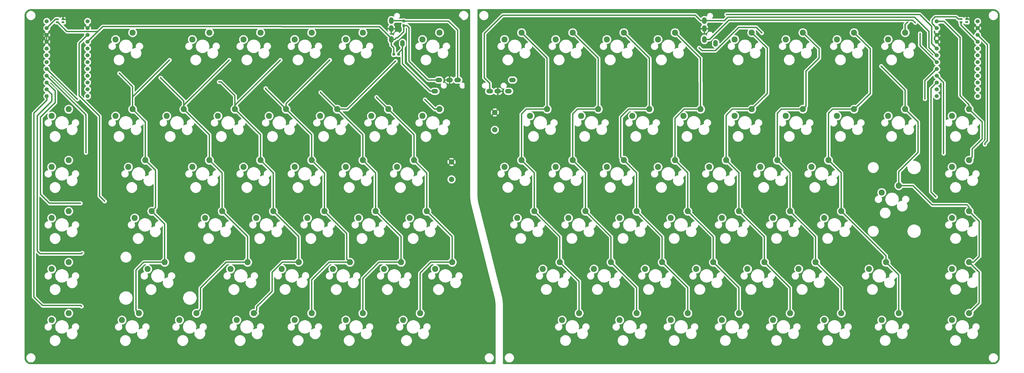
<source format=gtl>
G04 #@! TF.GenerationSoftware,KiCad,Pcbnew,(5.1.5)-3*
G04 #@! TF.CreationDate,2020-07-19T18:58:00+09:00*
G04 #@! TF.ProjectId,Pistachio,50697374-6163-4686-996f-2e6b69636164,rev?*
G04 #@! TF.SameCoordinates,Original*
G04 #@! TF.FileFunction,Copper,L1,Top*
G04 #@! TF.FilePolarity,Positive*
%FSLAX46Y46*%
G04 Gerber Fmt 4.6, Leading zero omitted, Abs format (unit mm)*
G04 Created by KiCad (PCBNEW (5.1.5)-3) date 2020-07-19 18:58:00*
%MOMM*%
%LPD*%
G04 APERTURE LIST*
%ADD10C,1.524000*%
%ADD11C,2.286000*%
%ADD12O,2.500000X1.700000*%
%ADD13O,1.700000X2.500000*%
%ADD14R,1.000000X0.700000*%
%ADD15C,2.000000*%
%ADD16C,0.100000*%
%ADD17C,0.600000*%
%ADD18C,0.500000*%
%ADD19C,0.254000*%
G04 APERTURE END LIST*
D10*
X399741300Y-53432970D03*
X399741300Y-55972970D03*
X399741300Y-58512970D03*
X399741300Y-61052970D03*
X399741300Y-63592970D03*
X399741300Y-66132970D03*
X399741300Y-68672970D03*
X399741300Y-71212970D03*
X399741300Y-73752970D03*
X399741300Y-76292970D03*
X399741300Y-78832970D03*
X399741300Y-81372970D03*
X414961300Y-81372970D03*
X414961300Y-78832970D03*
X414961300Y-76292970D03*
X414961300Y-73752970D03*
X414961300Y-71212970D03*
X414961300Y-68672970D03*
X414961300Y-66132970D03*
X414961300Y-63592970D03*
X414961300Y-61052970D03*
X414961300Y-58512970D03*
X414961300Y-55972970D03*
X414961300Y-53432970D03*
D11*
X100258950Y-57639220D03*
X93908950Y-60179220D03*
D12*
X233233700Y-79507970D03*
X236233700Y-79507970D03*
X240233700Y-79507970D03*
X241733700Y-75307970D03*
X221299700Y-75307970D03*
X218299700Y-75307970D03*
X214299700Y-75307970D03*
X212799700Y-79507970D03*
D11*
X98671450Y-107804220D03*
X105021450Y-105264220D03*
X128833950Y-105264220D03*
X122483950Y-107804220D03*
X146296450Y-126854220D03*
X152646450Y-124314220D03*
X193865700Y-145904220D03*
X200215700Y-143364220D03*
X185991700Y-162414220D03*
X179641700Y-164954220D03*
X105854700Y-145904220D03*
X112204700Y-143364220D03*
X143065700Y-143364220D03*
X136715700Y-145904220D03*
X195508950Y-86214220D03*
X189158950Y-88754220D03*
X76446450Y-143364220D03*
X70096450Y-145904220D03*
X70096450Y-164954220D03*
X76446450Y-162414220D03*
X200977700Y-164954220D03*
X207327700Y-162414220D03*
X101052700Y-126854220D03*
X107402700Y-124314220D03*
X254620200Y-86204220D03*
X248270200Y-88744220D03*
X257795200Y-60169220D03*
X264145200Y-57629220D03*
X219265700Y-143364220D03*
X212915700Y-145904220D03*
X330820200Y-86204220D03*
X324470200Y-88744220D03*
X368920200Y-86204220D03*
X362570200Y-88744220D03*
X405432700Y-88744220D03*
X411782700Y-86204220D03*
X117665700Y-164954220D03*
X124015700Y-162414220D03*
X171696450Y-124314220D03*
X165346450Y-126854220D03*
X102640200Y-162414220D03*
X96290200Y-164954220D03*
X205033950Y-105264220D03*
X198683950Y-107804220D03*
X145351700Y-162414220D03*
X139001700Y-164954220D03*
X295895200Y-60169220D03*
X302245200Y-57629220D03*
X283195200Y-57629220D03*
X276845200Y-60169220D03*
X381620200Y-60169220D03*
X387970200Y-57629220D03*
X160583950Y-107804220D03*
X166933950Y-105264220D03*
X76446450Y-105264220D03*
X70096450Y-107804220D03*
X70096450Y-126854220D03*
X76446450Y-124314220D03*
X133596450Y-124314220D03*
X127246450Y-126854220D03*
X208208950Y-88754220D03*
X214558950Y-86214220D03*
X155765700Y-145860970D03*
X162115700Y-143320970D03*
X184396450Y-126854220D03*
X190746450Y-124314220D03*
X185983950Y-105264220D03*
X179633950Y-107804220D03*
X141533950Y-107804220D03*
X147883950Y-105264220D03*
X203446450Y-126854220D03*
X209796450Y-124314220D03*
X181165700Y-143364220D03*
X174815700Y-145904220D03*
X160591700Y-164954220D03*
X166941700Y-162414220D03*
X245095200Y-57629220D03*
X238745200Y-60169220D03*
X330820200Y-57629220D03*
X324470200Y-60169220D03*
X343520200Y-60169220D03*
X349870200Y-57629220D03*
X368920200Y-57629220D03*
X362570200Y-60169220D03*
X267320200Y-88744220D03*
X273670200Y-86204220D03*
X292720200Y-86204220D03*
X286370200Y-88744220D03*
X305420200Y-88744220D03*
X311770200Y-86204220D03*
X343520200Y-88744220D03*
X349870200Y-86204220D03*
X387970200Y-86204220D03*
X381620200Y-88744220D03*
X245095200Y-105254220D03*
X238745200Y-107794220D03*
X257795200Y-107794220D03*
X264145200Y-105254220D03*
X321295200Y-105254220D03*
X314945200Y-107794220D03*
X353045200Y-107794220D03*
X359395200Y-105254220D03*
X379238950Y-117319220D03*
X385588950Y-114779220D03*
X405432700Y-107794220D03*
X411782700Y-105254220D03*
X249857700Y-124304220D03*
X243507700Y-126844220D03*
X262557700Y-126844220D03*
X268907700Y-124304220D03*
X333995200Y-107794220D03*
X340345200Y-105254220D03*
X287957700Y-124304220D03*
X281607700Y-126844220D03*
X326057700Y-124304220D03*
X319707700Y-126844220D03*
X295895200Y-107794220D03*
X302245200Y-105254220D03*
X364157700Y-124304220D03*
X357807700Y-126844220D03*
X300657700Y-126844220D03*
X307007700Y-124304220D03*
X283195200Y-105254220D03*
X276845200Y-107794220D03*
X338757700Y-126844220D03*
X345107700Y-124304220D03*
X411782700Y-124304220D03*
X405432700Y-126844220D03*
X272082700Y-145894220D03*
X278432700Y-143354220D03*
X335582700Y-143354220D03*
X329232700Y-145894220D03*
X259382700Y-143354220D03*
X253032700Y-145894220D03*
X374476450Y-145894220D03*
X380826450Y-143354220D03*
X348282700Y-145894220D03*
X354632700Y-143354220D03*
X405432700Y-145894220D03*
X411782700Y-143354220D03*
X297482700Y-143354220D03*
X291132700Y-145894220D03*
X310182700Y-145894220D03*
X316532700Y-143354220D03*
X266526450Y-162404220D03*
X260176450Y-164944220D03*
X345107700Y-162404220D03*
X338757700Y-164944220D03*
X281607700Y-164944220D03*
X287957700Y-162404220D03*
X307007700Y-162404220D03*
X300657700Y-164944220D03*
X326057700Y-162404220D03*
X319707700Y-164944220D03*
X147883950Y-57639220D03*
X141533950Y-60179220D03*
X208208950Y-60179220D03*
X214558950Y-57639220D03*
X185983950Y-57639220D03*
X179633950Y-60179220D03*
X76446450Y-86214220D03*
X70096450Y-88754220D03*
X93908950Y-88754220D03*
X100258950Y-86214220D03*
X122483950Y-60179220D03*
X128833950Y-57639220D03*
X132008950Y-88754220D03*
X138358950Y-86214220D03*
X160583950Y-60179220D03*
X166933950Y-57639220D03*
X119308950Y-86214220D03*
X112958950Y-88754220D03*
X157408950Y-86214220D03*
X151058950Y-88754220D03*
X170108950Y-88754220D03*
X176458950Y-86214220D03*
X357807700Y-164944220D03*
X364157700Y-162404220D03*
X385588950Y-162404220D03*
X379238950Y-164944220D03*
X411782700Y-162404220D03*
X405432700Y-164944220D03*
D13*
X200791700Y-61648970D03*
X196591700Y-60148970D03*
X196591700Y-56148970D03*
X196591700Y-53148970D03*
X313177700Y-53148970D03*
X313177700Y-56148970D03*
X313177700Y-60148970D03*
X317377700Y-61648970D03*
D14*
X72220900Y-53741770D03*
X72220900Y-52632970D03*
X74354500Y-52632970D03*
X74354500Y-53732970D03*
X410904500Y-53712970D03*
X410904500Y-52612970D03*
X408770900Y-52612970D03*
X408770900Y-53721770D03*
D15*
X219011700Y-105907970D03*
X219011700Y-112407970D03*
X235128000Y-93916770D03*
X235128000Y-87416770D03*
D10*
X83491300Y-53404970D03*
X83491300Y-55944970D03*
X83491300Y-58484970D03*
X83491300Y-61024970D03*
X83491300Y-63564970D03*
X83491300Y-66104970D03*
X83491300Y-68644970D03*
X83491300Y-71184970D03*
X83491300Y-73724970D03*
X83491300Y-76264970D03*
X83491300Y-78804970D03*
X83491300Y-81344970D03*
X68271300Y-81344970D03*
X68271300Y-78804970D03*
X68271300Y-76264970D03*
X68271300Y-73724970D03*
X68271300Y-71184970D03*
X68271300Y-68644970D03*
X68271300Y-66104970D03*
X68271300Y-63564970D03*
X68271300Y-61024970D03*
X68271300Y-58484970D03*
X68271300Y-55944970D03*
X68271300Y-53404970D03*
G04 #@! TA.AperFunction,SMDPad,CuDef*
D16*
G36*
X201492479Y-52768114D02*
G01*
X201515534Y-52771533D01*
X201538143Y-52777197D01*
X201560087Y-52785049D01*
X201581157Y-52795014D01*
X201601148Y-52806996D01*
X201619868Y-52820880D01*
X201637138Y-52836532D01*
X201652790Y-52853802D01*
X201666674Y-52872522D01*
X201678656Y-52892513D01*
X201688621Y-52913583D01*
X201696473Y-52935527D01*
X201702137Y-52958136D01*
X201705556Y-52981191D01*
X201706700Y-53004470D01*
X201706700Y-53579470D01*
X201705556Y-53602749D01*
X201702137Y-53625804D01*
X201696473Y-53648413D01*
X201688621Y-53670357D01*
X201678656Y-53691427D01*
X201666674Y-53711418D01*
X201652790Y-53730138D01*
X201637138Y-53747408D01*
X201619868Y-53763060D01*
X201601148Y-53776944D01*
X201581157Y-53788926D01*
X201560087Y-53798891D01*
X201538143Y-53806743D01*
X201515534Y-53812407D01*
X201492479Y-53815826D01*
X201469200Y-53816970D01*
X200994200Y-53816970D01*
X200970921Y-53815826D01*
X200947866Y-53812407D01*
X200925257Y-53806743D01*
X200903313Y-53798891D01*
X200882243Y-53788926D01*
X200862252Y-53776944D01*
X200843532Y-53763060D01*
X200826262Y-53747408D01*
X200810610Y-53730138D01*
X200796726Y-53711418D01*
X200784744Y-53691427D01*
X200774779Y-53670357D01*
X200766927Y-53648413D01*
X200761263Y-53625804D01*
X200757844Y-53602749D01*
X200756700Y-53579470D01*
X200756700Y-53004470D01*
X200757844Y-52981191D01*
X200761263Y-52958136D01*
X200766927Y-52935527D01*
X200774779Y-52913583D01*
X200784744Y-52892513D01*
X200796726Y-52872522D01*
X200810610Y-52853802D01*
X200826262Y-52836532D01*
X200843532Y-52820880D01*
X200862252Y-52806996D01*
X200882243Y-52795014D01*
X200903313Y-52785049D01*
X200925257Y-52777197D01*
X200947866Y-52771533D01*
X200970921Y-52768114D01*
X200994200Y-52766970D01*
X201469200Y-52766970D01*
X201492479Y-52768114D01*
G37*
G04 #@! TD.AperFunction*
G04 #@! TA.AperFunction,SMDPad,CuDef*
G36*
X201492479Y-54518114D02*
G01*
X201515534Y-54521533D01*
X201538143Y-54527197D01*
X201560087Y-54535049D01*
X201581157Y-54545014D01*
X201601148Y-54556996D01*
X201619868Y-54570880D01*
X201637138Y-54586532D01*
X201652790Y-54603802D01*
X201666674Y-54622522D01*
X201678656Y-54642513D01*
X201688621Y-54663583D01*
X201696473Y-54685527D01*
X201702137Y-54708136D01*
X201705556Y-54731191D01*
X201706700Y-54754470D01*
X201706700Y-55329470D01*
X201705556Y-55352749D01*
X201702137Y-55375804D01*
X201696473Y-55398413D01*
X201688621Y-55420357D01*
X201678656Y-55441427D01*
X201666674Y-55461418D01*
X201652790Y-55480138D01*
X201637138Y-55497408D01*
X201619868Y-55513060D01*
X201601148Y-55526944D01*
X201581157Y-55538926D01*
X201560087Y-55548891D01*
X201538143Y-55556743D01*
X201515534Y-55562407D01*
X201492479Y-55565826D01*
X201469200Y-55566970D01*
X200994200Y-55566970D01*
X200970921Y-55565826D01*
X200947866Y-55562407D01*
X200925257Y-55556743D01*
X200903313Y-55548891D01*
X200882243Y-55538926D01*
X200862252Y-55526944D01*
X200843532Y-55513060D01*
X200826262Y-55497408D01*
X200810610Y-55480138D01*
X200796726Y-55461418D01*
X200784744Y-55441427D01*
X200774779Y-55420357D01*
X200766927Y-55398413D01*
X200761263Y-55375804D01*
X200757844Y-55352749D01*
X200756700Y-55329470D01*
X200756700Y-54754470D01*
X200757844Y-54731191D01*
X200761263Y-54708136D01*
X200766927Y-54685527D01*
X200774779Y-54663583D01*
X200784744Y-54642513D01*
X200796726Y-54622522D01*
X200810610Y-54603802D01*
X200826262Y-54586532D01*
X200843532Y-54570880D01*
X200862252Y-54556996D01*
X200882243Y-54545014D01*
X200903313Y-54535049D01*
X200925257Y-54527197D01*
X200947866Y-54521533D01*
X200970921Y-54518114D01*
X200994200Y-54516970D01*
X201469200Y-54516970D01*
X201492479Y-54518114D01*
G37*
G04 #@! TD.AperFunction*
G04 #@! TA.AperFunction,SMDPad,CuDef*
G36*
X197873479Y-65250114D02*
G01*
X197896534Y-65253533D01*
X197919143Y-65259197D01*
X197941087Y-65267049D01*
X197962157Y-65277014D01*
X197982148Y-65288996D01*
X198000868Y-65302880D01*
X198018138Y-65318532D01*
X198033790Y-65335802D01*
X198047674Y-65354522D01*
X198059656Y-65374513D01*
X198069621Y-65395583D01*
X198077473Y-65417527D01*
X198083137Y-65440136D01*
X198086556Y-65463191D01*
X198087700Y-65486470D01*
X198087700Y-65961470D01*
X198086556Y-65984749D01*
X198083137Y-66007804D01*
X198077473Y-66030413D01*
X198069621Y-66052357D01*
X198059656Y-66073427D01*
X198047674Y-66093418D01*
X198033790Y-66112138D01*
X198018138Y-66129408D01*
X198000868Y-66145060D01*
X197982148Y-66158944D01*
X197962157Y-66170926D01*
X197941087Y-66180891D01*
X197919143Y-66188743D01*
X197896534Y-66194407D01*
X197873479Y-66197826D01*
X197850200Y-66198970D01*
X197275200Y-66198970D01*
X197251921Y-66197826D01*
X197228866Y-66194407D01*
X197206257Y-66188743D01*
X197184313Y-66180891D01*
X197163243Y-66170926D01*
X197143252Y-66158944D01*
X197124532Y-66145060D01*
X197107262Y-66129408D01*
X197091610Y-66112138D01*
X197077726Y-66093418D01*
X197065744Y-66073427D01*
X197055779Y-66052357D01*
X197047927Y-66030413D01*
X197042263Y-66007804D01*
X197038844Y-65984749D01*
X197037700Y-65961470D01*
X197037700Y-65486470D01*
X197038844Y-65463191D01*
X197042263Y-65440136D01*
X197047927Y-65417527D01*
X197055779Y-65395583D01*
X197065744Y-65374513D01*
X197077726Y-65354522D01*
X197091610Y-65335802D01*
X197107262Y-65318532D01*
X197124532Y-65302880D01*
X197143252Y-65288996D01*
X197163243Y-65277014D01*
X197184313Y-65267049D01*
X197206257Y-65259197D01*
X197228866Y-65253533D01*
X197251921Y-65250114D01*
X197275200Y-65248970D01*
X197850200Y-65248970D01*
X197873479Y-65250114D01*
G37*
G04 #@! TD.AperFunction*
G04 #@! TA.AperFunction,SMDPad,CuDef*
G36*
X199623479Y-65250114D02*
G01*
X199646534Y-65253533D01*
X199669143Y-65259197D01*
X199691087Y-65267049D01*
X199712157Y-65277014D01*
X199732148Y-65288996D01*
X199750868Y-65302880D01*
X199768138Y-65318532D01*
X199783790Y-65335802D01*
X199797674Y-65354522D01*
X199809656Y-65374513D01*
X199819621Y-65395583D01*
X199827473Y-65417527D01*
X199833137Y-65440136D01*
X199836556Y-65463191D01*
X199837700Y-65486470D01*
X199837700Y-65961470D01*
X199836556Y-65984749D01*
X199833137Y-66007804D01*
X199827473Y-66030413D01*
X199819621Y-66052357D01*
X199809656Y-66073427D01*
X199797674Y-66093418D01*
X199783790Y-66112138D01*
X199768138Y-66129408D01*
X199750868Y-66145060D01*
X199732148Y-66158944D01*
X199712157Y-66170926D01*
X199691087Y-66180891D01*
X199669143Y-66188743D01*
X199646534Y-66194407D01*
X199623479Y-66197826D01*
X199600200Y-66198970D01*
X199025200Y-66198970D01*
X199001921Y-66197826D01*
X198978866Y-66194407D01*
X198956257Y-66188743D01*
X198934313Y-66180891D01*
X198913243Y-66170926D01*
X198893252Y-66158944D01*
X198874532Y-66145060D01*
X198857262Y-66129408D01*
X198841610Y-66112138D01*
X198827726Y-66093418D01*
X198815744Y-66073427D01*
X198805779Y-66052357D01*
X198797927Y-66030413D01*
X198792263Y-66007804D01*
X198788844Y-65984749D01*
X198787700Y-65961470D01*
X198787700Y-65486470D01*
X198788844Y-65463191D01*
X198792263Y-65440136D01*
X198797927Y-65417527D01*
X198805779Y-65395583D01*
X198815744Y-65374513D01*
X198827726Y-65354522D01*
X198841610Y-65335802D01*
X198857262Y-65318532D01*
X198874532Y-65302880D01*
X198893252Y-65288996D01*
X198913243Y-65277014D01*
X198934313Y-65267049D01*
X198956257Y-65259197D01*
X198978866Y-65253533D01*
X199001921Y-65250114D01*
X199025200Y-65248970D01*
X199600200Y-65248970D01*
X199623479Y-65250114D01*
G37*
G04 #@! TD.AperFunction*
D17*
X79692700Y-82487970D03*
X82867700Y-102426970D03*
X80835700Y-121349970D03*
X81470700Y-139891970D03*
X81216700Y-159830970D03*
X204406700Y-56833970D03*
X61277700Y-53912970D03*
X61277700Y-61532970D03*
X61277700Y-69152970D03*
X61277700Y-76772970D03*
X61277700Y-84392970D03*
X61277700Y-92012970D03*
X61277700Y-99632970D03*
X61277700Y-109792970D03*
X61277700Y-119952970D03*
X61277700Y-130112970D03*
X61277700Y-142812970D03*
X61277700Y-152972970D03*
X61277700Y-163132970D03*
X61277700Y-173292970D03*
X66357700Y-178372970D03*
X84137700Y-178372970D03*
X94297700Y-178372970D03*
X104457700Y-178372970D03*
X117157700Y-178372970D03*
X129857700Y-178372970D03*
X142557700Y-178372970D03*
X155257700Y-178372970D03*
X170497700Y-178372970D03*
X185737700Y-178372970D03*
X198437700Y-178372970D03*
X208597700Y-178372970D03*
X221297700Y-178372970D03*
X228917700Y-178372970D03*
X233997700Y-173292970D03*
X233997700Y-165672970D03*
X233997700Y-158052970D03*
X231457700Y-150432970D03*
X228917700Y-142812970D03*
X226377700Y-132652970D03*
X223837700Y-122492970D03*
X223837700Y-114872970D03*
X223837700Y-104712970D03*
X223837700Y-92012970D03*
X223837700Y-81852970D03*
X223837700Y-71692970D03*
X223837700Y-53912970D03*
X216217700Y-51372970D03*
X208597700Y-51372970D03*
X205041700Y-49340970D03*
X195135700Y-49340970D03*
X184975700Y-49340970D03*
X174815700Y-49340970D03*
X164147700Y-49340970D03*
X152971700Y-49340970D03*
X142303700Y-49340970D03*
X131889700Y-49340970D03*
X121729700Y-49340970D03*
X112585700Y-49340970D03*
X104203700Y-49340970D03*
X96329700Y-49340970D03*
X88963700Y-49340970D03*
X81597700Y-49340970D03*
X73723700Y-49340970D03*
X66103700Y-49340970D03*
X84137700Y-117412970D03*
X86677700Y-127572970D03*
X94297700Y-127572970D03*
X86677700Y-135192970D03*
X94297700Y-135192970D03*
X86677700Y-145352970D03*
X94297700Y-145352970D03*
X94297700Y-152972970D03*
X86677700Y-152972970D03*
X86677700Y-163132970D03*
X86677700Y-170752970D03*
X86677700Y-175832970D03*
X94297700Y-175832970D03*
X101917700Y-175832970D03*
X109537700Y-175832970D03*
X117157700Y-175832970D03*
X73977700Y-175832970D03*
X71437700Y-137732970D03*
X71437700Y-158052970D03*
X71437700Y-119952970D03*
X71437700Y-102172970D03*
X79057700Y-102172970D03*
X124777700Y-145352970D03*
X124777700Y-150432970D03*
X129857700Y-158052970D03*
X140017700Y-158052970D03*
X132397700Y-175832970D03*
X140017700Y-175832970D03*
X150177700Y-175832970D03*
X160337700Y-175832970D03*
X173037700Y-175832970D03*
X183197700Y-175832970D03*
X152717700Y-158052970D03*
X160337700Y-158052970D03*
X193357700Y-175832970D03*
X203517700Y-175832970D03*
X213677700Y-175832970D03*
X221297700Y-173292970D03*
X231457700Y-173292970D03*
X231457700Y-168212970D03*
X231457700Y-163132970D03*
X216217700Y-173292970D03*
X211137700Y-158052970D03*
X203517700Y-158052970D03*
X198437700Y-158052970D03*
X190817700Y-158052970D03*
X180657700Y-158052970D03*
X173037700Y-158052970D03*
X223837700Y-137732970D03*
X221297700Y-135192970D03*
X216217700Y-137732970D03*
X206057700Y-137732970D03*
X198437700Y-137732970D03*
X188277700Y-137732970D03*
X183197700Y-137732970D03*
X178117700Y-137732970D03*
X167957700Y-137732970D03*
X157797700Y-137732970D03*
X150177700Y-137732970D03*
X145097700Y-140272970D03*
X140017700Y-140272970D03*
X134937700Y-140272970D03*
X127317700Y-140272970D03*
X129857700Y-145352970D03*
X117157700Y-135192970D03*
X119697700Y-130112970D03*
X119697700Y-125032970D03*
X117157700Y-125032970D03*
X117157700Y-130112970D03*
X119697700Y-135192970D03*
X91757700Y-112332970D03*
X91757700Y-107252970D03*
X91757700Y-99632970D03*
X96837700Y-99632970D03*
X106997700Y-99632970D03*
X114617700Y-99632970D03*
X124777700Y-99632970D03*
X114617700Y-104712970D03*
X114617700Y-109792970D03*
X114617700Y-117412970D03*
X132397700Y-99632970D03*
X142557700Y-99632970D03*
X150177700Y-99632970D03*
X155257700Y-99632970D03*
X162877700Y-99632970D03*
X170497700Y-99632970D03*
X180657700Y-99632970D03*
X188277700Y-99632970D03*
X193357700Y-99632970D03*
X200977700Y-99632970D03*
X208597700Y-99632970D03*
X213677700Y-102172970D03*
X218757700Y-99632970D03*
X218757700Y-102172970D03*
X213677700Y-109792970D03*
X213677700Y-114872970D03*
X216217700Y-109792970D03*
X218757700Y-117412970D03*
X216217700Y-119952970D03*
X221297700Y-99632970D03*
X218757700Y-81852970D03*
X213677700Y-81852970D03*
X206057700Y-76772970D03*
X198437700Y-76772970D03*
X193357700Y-76772970D03*
X185737700Y-76772970D03*
X175577700Y-76772970D03*
X167957700Y-76772970D03*
X160337700Y-76772970D03*
X152717700Y-76772970D03*
X155257700Y-74232970D03*
X160337700Y-74232970D03*
X160337700Y-71692970D03*
X157797700Y-71692970D03*
X162877700Y-71692970D03*
X175577700Y-71692970D03*
X180657700Y-74232970D03*
X183197700Y-71692970D03*
X188277700Y-74232970D03*
X190817700Y-71692970D03*
X198437700Y-74232970D03*
X145097700Y-71692970D03*
X142557700Y-74232970D03*
X140017700Y-71692970D03*
X137477700Y-74232970D03*
X134937700Y-71692970D03*
X132397700Y-74232970D03*
X124777700Y-74232970D03*
X127317700Y-71692970D03*
X122237700Y-71692970D03*
X119697700Y-74232970D03*
X117157700Y-71692970D03*
X114617700Y-74232970D03*
X109537700Y-69152970D03*
X104457700Y-71692970D03*
X109537700Y-64072970D03*
X114617700Y-64072970D03*
X109537700Y-58992970D03*
X114617700Y-58992970D03*
X73977700Y-69152970D03*
X73977700Y-71692970D03*
X71437700Y-71692970D03*
X71437700Y-69152970D03*
X150939700Y-58357970D03*
X132016700Y-58230970D03*
X170497700Y-58357970D03*
X189547700Y-58103970D03*
X175831700Y-58103970D03*
X78295700Y-73470970D03*
X81470700Y-73343970D03*
X228282700Y-166307970D03*
X227647700Y-161862970D03*
X217487700Y-161862970D03*
X226377700Y-175832970D03*
X218757700Y-175832970D03*
X216217700Y-164402970D03*
X225742700Y-156147970D03*
X230822700Y-156147970D03*
X228282700Y-152337970D03*
X220662700Y-127572970D03*
X311213700Y-63310970D03*
X334581700Y-57722970D03*
X393509700Y-57976970D03*
X395317700Y-82360970D03*
X402287700Y-102752970D03*
X399351700Y-118936970D03*
X321373700Y-50864966D03*
X113982700Y-67882970D03*
X95313700Y-72835970D03*
X136207700Y-67882970D03*
X110680700Y-74486970D03*
X155257700Y-67882970D03*
X132397698Y-76010970D03*
X149796700Y-78423966D03*
X173672700Y-67882970D03*
X170243700Y-79947970D03*
X198183700Y-68263970D03*
X191071700Y-81725970D03*
X209105700Y-82614970D03*
X89852700Y-120587970D03*
X388937700Y-53658986D03*
X379031700Y-70168970D03*
X417639700Y-99378970D03*
X411095299Y-49654569D03*
X403017700Y-56042970D03*
X244157700Y-178372970D03*
X259397700Y-178372970D03*
X269557700Y-178372970D03*
X279717700Y-178372970D03*
X292417700Y-178372970D03*
X305117700Y-178372970D03*
X317817700Y-178372970D03*
X327977700Y-178372970D03*
X338137700Y-178372970D03*
X348297700Y-178372970D03*
X358457700Y-178372970D03*
X368617700Y-178372970D03*
X381317700Y-178372970D03*
X388937700Y-178372970D03*
X396557700Y-178372970D03*
X409257700Y-178372970D03*
X414337700Y-178372970D03*
X421957700Y-175832970D03*
X421957700Y-170752970D03*
X421957700Y-165672970D03*
X409257700Y-175832970D03*
X399097700Y-175832970D03*
X394017700Y-175832970D03*
X378777700Y-175832970D03*
X371157700Y-175832970D03*
X358457700Y-175832970D03*
X350837700Y-175832970D03*
X338137700Y-175832970D03*
X330517700Y-175832970D03*
X322897700Y-175832970D03*
X312737700Y-175832970D03*
X302577700Y-175832970D03*
X292417700Y-175832970D03*
X282257700Y-175832970D03*
X274637700Y-175832970D03*
X261937700Y-175832970D03*
X251777700Y-175832970D03*
X246697700Y-175832970D03*
X241617700Y-175832970D03*
X241617700Y-155512970D03*
X241617700Y-150432970D03*
X246697700Y-150432970D03*
X246697700Y-155512970D03*
X241617700Y-145352970D03*
X236537700Y-140272970D03*
X241617700Y-140272970D03*
X246697700Y-140272970D03*
X246697700Y-145352970D03*
X236537700Y-135192970D03*
X236537700Y-130112970D03*
X233997700Y-127572970D03*
X231457700Y-122492970D03*
X236537700Y-122492970D03*
X231457700Y-117412970D03*
X239077700Y-119952970D03*
X231457700Y-112332970D03*
X231457700Y-104712970D03*
X231457700Y-97092970D03*
X233997700Y-99632970D03*
X236537700Y-102172970D03*
X244157700Y-119952970D03*
X251777700Y-119952970D03*
X256857700Y-119952970D03*
X261937700Y-119952970D03*
X272097700Y-119952970D03*
X279717700Y-119952970D03*
X284797700Y-119952970D03*
X292417700Y-119952970D03*
X300037700Y-119952970D03*
X305117700Y-119952970D03*
X310197700Y-119952970D03*
X317817700Y-119952970D03*
X322897700Y-119952970D03*
X330517700Y-119952970D03*
X335597700Y-119952970D03*
X340677700Y-119952970D03*
X348297700Y-119952970D03*
X353377700Y-119952970D03*
X360997700Y-119952970D03*
X368617700Y-119952970D03*
X373697700Y-119952970D03*
X373697700Y-114872970D03*
X368617700Y-114872970D03*
X371157700Y-109792970D03*
X378777700Y-112332970D03*
X381317700Y-109792970D03*
X399097700Y-170752970D03*
X399097700Y-163132970D03*
X399097700Y-155512970D03*
X394017700Y-155512970D03*
X388937700Y-155512970D03*
X391477700Y-150432970D03*
X399097700Y-150432970D03*
X399097700Y-145352970D03*
X391477700Y-145352970D03*
X399097700Y-137732970D03*
X391477700Y-137732970D03*
X383857700Y-135192970D03*
X371157700Y-137732970D03*
X368617700Y-145352970D03*
X366077700Y-142812970D03*
X368617700Y-142812970D03*
X366077700Y-145352970D03*
X366077700Y-150432970D03*
X368617700Y-150432970D03*
X368617700Y-158052970D03*
X376237700Y-158052970D03*
X360997700Y-155512970D03*
X350837700Y-158052970D03*
X340677700Y-158052970D03*
X333057700Y-158052970D03*
X327977700Y-158052970D03*
X320357700Y-158052970D03*
X312737700Y-158052970D03*
X305117700Y-158052970D03*
X297497700Y-158052970D03*
X289877700Y-158052970D03*
X282257700Y-158052970D03*
X274637700Y-158052970D03*
X269557700Y-158052970D03*
X259397700Y-158052970D03*
X254317700Y-137732970D03*
X261937700Y-137732970D03*
X267017700Y-137732970D03*
X274637700Y-137732970D03*
X282257700Y-137732970D03*
X292417700Y-137732970D03*
X300037700Y-137732970D03*
X312737700Y-137732970D03*
X322897700Y-137732970D03*
X333057700Y-137732970D03*
X343217700Y-137732970D03*
X350837700Y-137732970D03*
X360997700Y-137732970D03*
X368617700Y-137732970D03*
X388937700Y-102172970D03*
X381317700Y-102172970D03*
X373697700Y-102172970D03*
X368617700Y-102172970D03*
X394017700Y-104712970D03*
X241617700Y-92012970D03*
X241617700Y-86932970D03*
X241617700Y-81852970D03*
X231457700Y-81852970D03*
X246697700Y-76772970D03*
X251777700Y-76772970D03*
X251777700Y-81852970D03*
X246697700Y-81852970D03*
X256857700Y-76772970D03*
X261937700Y-81852970D03*
X267017700Y-76772970D03*
X267017700Y-81852970D03*
X272097700Y-76772970D03*
X277177700Y-76772970D03*
X279717700Y-84392970D03*
X284797700Y-79312970D03*
X289877700Y-79312970D03*
X287337700Y-84392970D03*
X294957700Y-79312970D03*
X302577700Y-79312970D03*
X307657700Y-79312970D03*
X302577700Y-81852970D03*
X307657700Y-81852970D03*
X320357700Y-81852970D03*
X327977700Y-81852970D03*
X340677700Y-81852970D03*
X345757700Y-81852970D03*
X383857700Y-71692970D03*
X366077700Y-71692970D03*
X358457700Y-71692970D03*
X345757700Y-71692970D03*
X340677700Y-71692970D03*
X330517700Y-71692970D03*
X320357700Y-71692970D03*
X315277700Y-71692970D03*
X289877700Y-69152970D03*
X269557700Y-69152970D03*
X251777700Y-69152970D03*
X236537700Y-71692970D03*
X310197700Y-49340970D03*
X298513700Y-49340970D03*
X287337700Y-49340970D03*
X275653700Y-49340970D03*
X261937700Y-49340970D03*
X251269700Y-49340970D03*
X241109700Y-49340970D03*
X234505700Y-49340970D03*
X229933700Y-53912970D03*
X229425700Y-61024970D03*
X229425700Y-69152970D03*
X229425700Y-79312970D03*
X229425700Y-89980970D03*
X316928700Y-49213970D03*
X321373700Y-49086970D03*
X327342700Y-49086970D03*
X333184700Y-49086970D03*
X338264700Y-49086970D03*
X343598700Y-49086970D03*
X349186700Y-49086970D03*
X354139700Y-49086970D03*
X359473700Y-49086970D03*
X365569700Y-49086970D03*
X371157700Y-49086970D03*
X376618700Y-49086970D03*
X384111700Y-49086970D03*
X390715700Y-49086970D03*
X397192700Y-49086970D03*
X404431700Y-49086970D03*
X413448700Y-49086970D03*
X417893700Y-49086970D03*
X422338700Y-54166970D03*
X422211700Y-60008970D03*
X422338700Y-65977970D03*
X422338700Y-70930970D03*
X422338700Y-77407970D03*
X422338700Y-82741970D03*
X422465700Y-87440970D03*
X422465700Y-92774970D03*
X422465700Y-98616970D03*
X422465700Y-104712970D03*
X422465700Y-110681970D03*
X422465700Y-116650970D03*
X422465700Y-122746970D03*
X422592700Y-128207970D03*
X422592700Y-134557970D03*
X422592700Y-141923970D03*
X422592700Y-148654970D03*
X422592700Y-153988970D03*
X422592700Y-160592970D03*
X416496700Y-118301970D03*
X408495700Y-118301970D03*
X401383700Y-118301970D03*
X399732700Y-112713970D03*
X399605700Y-103696970D03*
X399732700Y-96711970D03*
X399859700Y-89472970D03*
X231457700Y-101664970D03*
X231457700Y-99124970D03*
X235140700Y-90742970D03*
X238823700Y-84519970D03*
X231965700Y-84392970D03*
X238823700Y-94933970D03*
X273240700Y-97600970D03*
X292671700Y-97219970D03*
X310578700Y-97219970D03*
X330517700Y-97092970D03*
X349059700Y-97473970D03*
X367728700Y-97727970D03*
X387032700Y-97219970D03*
X244157700Y-173292970D03*
X240347700Y-163132970D03*
X251777700Y-162497970D03*
X251777700Y-165672970D03*
X255587700Y-165672970D03*
X255587700Y-162497970D03*
X237807700Y-146622970D03*
X233362700Y-132017970D03*
X391731700Y-53912970D03*
D18*
X79574300Y-82487970D02*
X79692700Y-82487970D01*
X68271300Y-71184970D02*
X79574300Y-82487970D01*
X82867700Y-88321370D02*
X82867700Y-102002706D01*
X68271300Y-73724970D02*
X82867700Y-88321370D01*
X82867700Y-102002706D02*
X82867700Y-102426970D01*
X71437700Y-79431370D02*
X68271300Y-76264970D01*
X69278700Y-121349970D02*
X65976700Y-118047970D01*
X80835700Y-121349970D02*
X69278700Y-121349970D01*
X65976700Y-118047970D02*
X65976700Y-89218970D01*
X65976700Y-89218970D02*
X71437700Y-83757970D01*
X71437700Y-83757970D02*
X71437700Y-79431370D01*
X81170701Y-140191969D02*
X81470700Y-139891970D01*
X70167700Y-80701370D02*
X70167700Y-83249970D01*
X68271300Y-78804970D02*
X70167700Y-80701370D01*
X65768699Y-140191969D02*
X81170701Y-140191969D01*
X70167700Y-83249970D02*
X64747700Y-88669970D01*
X64747700Y-88669970D02*
X64747700Y-139170970D01*
X64747700Y-139170970D02*
X65768699Y-140191969D01*
X68307700Y-81381370D02*
X68271300Y-81344970D01*
X68307700Y-82922970D02*
X68307700Y-81381370D01*
X81216700Y-159830970D02*
X80916701Y-159530971D01*
X66692701Y-159530971D02*
X63497700Y-156335970D01*
X80916701Y-159530971D02*
X66692701Y-159530971D01*
X63497700Y-156335970D02*
X63497700Y-87732970D01*
X63497700Y-87732970D02*
X68307700Y-82922970D01*
X218299700Y-75307970D02*
X218299700Y-73957970D01*
X216288700Y-71946970D02*
X208216700Y-71946970D01*
X204406700Y-68136970D02*
X204406700Y-57258234D01*
X208216700Y-71946970D02*
X204406700Y-68136970D01*
X218299700Y-73957970D02*
X216288700Y-71946970D01*
X204406700Y-57258234D02*
X204406700Y-56833970D01*
X68271300Y-61024970D02*
X68271300Y-58484970D01*
X193005700Y-53912970D02*
X85523300Y-53912970D01*
X196591700Y-56148970D02*
X195241700Y-56148970D01*
X85523300Y-53912970D02*
X83491300Y-55944970D01*
X195241700Y-56148970D02*
X193005700Y-53912970D01*
X75354500Y-52632970D02*
X74354500Y-52632970D01*
X80197700Y-52632970D02*
X75354500Y-52632970D01*
X83491300Y-55944970D02*
X83491300Y-55926570D01*
X83491300Y-55926570D02*
X80197700Y-52632970D01*
X67193670Y-58484970D02*
X65487700Y-56779000D01*
X68271300Y-58484970D02*
X67193670Y-58484970D01*
X65487700Y-56779000D02*
X65487700Y-52942970D01*
X65487700Y-52942970D02*
X67877700Y-50552970D01*
X73124500Y-50552970D02*
X74354500Y-51782970D01*
X74354500Y-51782970D02*
X74354500Y-52632970D01*
X67877700Y-50552970D02*
X73124500Y-50552970D01*
X68271300Y-58484970D02*
X65849700Y-58484970D01*
X65849700Y-58484970D02*
X61277700Y-53912970D01*
X61277700Y-61532970D02*
X61277700Y-69152970D01*
X61277700Y-76772970D02*
X61277700Y-84392970D01*
X61277700Y-92012970D02*
X61277700Y-99632970D01*
X61277700Y-109792970D02*
X61277700Y-119952970D01*
X61277700Y-130112970D02*
X61277700Y-142812970D01*
X61277700Y-152972970D02*
X61277700Y-163132970D01*
X61277700Y-173292970D02*
X66357700Y-178372970D01*
X84137700Y-178372970D02*
X94297700Y-178372970D01*
X104457700Y-178372970D02*
X117157700Y-178372970D01*
X129857700Y-178372970D02*
X142557700Y-178372970D01*
X155257700Y-178372970D02*
X170497700Y-178372970D01*
X185737700Y-178372970D02*
X198437700Y-178372970D01*
X208597700Y-178372970D02*
X221297700Y-178372970D01*
X228917700Y-178372970D02*
X233997700Y-173292970D01*
X233997700Y-173292970D02*
X233997700Y-165672970D01*
X233997700Y-158052970D02*
X233997700Y-152972970D01*
X233997700Y-152972970D02*
X231457700Y-150432970D01*
X228917700Y-142812970D02*
X228917700Y-135192970D01*
X228917700Y-135192970D02*
X226377700Y-132652970D01*
X223837700Y-122492970D02*
X223837700Y-114872970D01*
X223837700Y-104712970D02*
X223837700Y-92012970D01*
X224137699Y-71992969D02*
X223837700Y-71692970D01*
X223837700Y-81852970D02*
X224137699Y-81552971D01*
X224137699Y-81552971D02*
X224137699Y-71992969D01*
X223837700Y-53912970D02*
X221297700Y-51372970D01*
X221297700Y-51372970D02*
X216217700Y-51372970D01*
X205041700Y-49340970D02*
X195135700Y-49340970D01*
X174815700Y-49340970D02*
X164147700Y-49340970D01*
X152971700Y-49340970D02*
X142303700Y-49340970D01*
X131889700Y-49340970D02*
X121729700Y-49340970D01*
X112585700Y-49340970D02*
X104203700Y-49340970D01*
X96329700Y-49340970D02*
X88963700Y-49340970D01*
X81597700Y-49340970D02*
X73723700Y-49340970D01*
X66103700Y-49765234D02*
X65087700Y-50781234D01*
X66103700Y-49340970D02*
X66103700Y-49765234D01*
X65087700Y-50781234D02*
X65087700Y-52388970D01*
X63563700Y-53912970D02*
X61277700Y-53912970D01*
X65087700Y-52388970D02*
X63563700Y-53912970D01*
X332549700Y-55690970D02*
X334581700Y-57722970D01*
X317309700Y-64326970D02*
X325945700Y-55690970D01*
X311213700Y-63310970D02*
X312229700Y-64326970D01*
X325945700Y-55690970D02*
X332549700Y-55690970D01*
X312229700Y-64326970D02*
X317309700Y-64326970D01*
X399741300Y-68672970D02*
X393509700Y-62441370D01*
X393509700Y-62441370D02*
X393509700Y-57976970D01*
X395317700Y-75636570D02*
X395317700Y-81936706D01*
X395317700Y-81936706D02*
X395317700Y-82360970D01*
X399741300Y-71212970D02*
X395317700Y-75636570D01*
X399741300Y-73752970D02*
X402287700Y-76299370D01*
X402287700Y-76299370D02*
X402287700Y-102752970D01*
X397573700Y-78460570D02*
X399741300Y-76292970D01*
X399351700Y-118936970D02*
X397573700Y-117158970D01*
X397573700Y-117158970D02*
X397573700Y-78460570D01*
X199312700Y-65723970D02*
X199312700Y-65229970D01*
X200791700Y-63750970D02*
X200791700Y-61648970D01*
X199312700Y-65229970D02*
X200791700Y-63750970D01*
X200791700Y-69249970D02*
X200791700Y-63398970D01*
X211049700Y-79507970D02*
X200791700Y-69249970D01*
X200791700Y-63398970D02*
X200791700Y-61648970D01*
X212799700Y-79507970D02*
X211049700Y-79507970D01*
X197562700Y-65723970D02*
X197562700Y-63324970D01*
X196591700Y-62353970D02*
X196591700Y-60148970D01*
X197562700Y-63324970D02*
X196591700Y-62353970D01*
X198896254Y-59627970D02*
X201231700Y-57292524D01*
X201231700Y-57292524D02*
X201231700Y-55041970D01*
X198462700Y-59627970D02*
X198896254Y-59627970D01*
X196591700Y-60148970D02*
X197941700Y-60148970D01*
X197941700Y-60148970D02*
X198462700Y-59627970D01*
X83491300Y-61024970D02*
X83491300Y-61166570D01*
X196591700Y-59748970D02*
X196591700Y-60148970D01*
X192279700Y-55436970D02*
X196591700Y-59748970D01*
X83491300Y-61024970D02*
X89133300Y-55382970D01*
X119977700Y-55382970D02*
X192279700Y-55436970D01*
X89133300Y-55382970D02*
X119977700Y-55382970D01*
X87323300Y-57192970D02*
X89133300Y-55382970D01*
X75822100Y-57192970D02*
X87323300Y-57192970D01*
X72220900Y-53741770D02*
X72370900Y-53741770D01*
X72370900Y-53741770D02*
X75822100Y-57192970D01*
X203197700Y-55751970D02*
X202487700Y-55041970D01*
X214299700Y-75307970D02*
X210202700Y-75307970D01*
X202487700Y-55041970D02*
X201231700Y-55041970D01*
X203197700Y-68302970D02*
X203197700Y-55751970D01*
X210202700Y-75307970D02*
X203197700Y-68302970D01*
X201088700Y-53148970D02*
X201231700Y-53291970D01*
X196591700Y-53148970D02*
X201088700Y-53148970D01*
X201231700Y-53291970D02*
X217882700Y-53291970D01*
X221299700Y-56708970D02*
X221299700Y-75307970D01*
X217882700Y-53291970D02*
X221299700Y-56708970D01*
X311827700Y-53148970D02*
X309797700Y-51118970D01*
X313177700Y-53148970D02*
X311827700Y-53148970D01*
X309797700Y-51118970D02*
X238061700Y-51118970D01*
X238061700Y-51118970D02*
X231203700Y-57976970D01*
X231203700Y-57976970D02*
X231203700Y-74486970D01*
X233233700Y-76516970D02*
X233233700Y-79507970D01*
X231203700Y-74486970D02*
X233233700Y-76516970D01*
X396811700Y-57214970D02*
X391477700Y-51880970D01*
X399741300Y-66132970D02*
X396811700Y-63203370D01*
X396811700Y-63203370D02*
X396811700Y-57214970D01*
X320637258Y-53148970D02*
X314527700Y-53148970D01*
X321905258Y-51880970D02*
X320637258Y-53148970D01*
X314527700Y-53148970D02*
X313177700Y-53148970D01*
X391477700Y-51880970D02*
X321905258Y-51880970D01*
X397827700Y-61679370D02*
X397827700Y-55266706D01*
X397827700Y-55266706D02*
X393425960Y-50864966D01*
X399741300Y-63592970D02*
X397827700Y-61679370D01*
X321797964Y-50864966D02*
X321373700Y-50864966D01*
X393425960Y-50864966D02*
X321797964Y-50864966D01*
X100258950Y-86214220D02*
X100258950Y-81606720D01*
X100258950Y-81606720D02*
X113982700Y-67882970D01*
X100258950Y-77781220D02*
X100258950Y-86214220D01*
X95313700Y-72835970D02*
X100258950Y-77781220D01*
X112204700Y-129116220D02*
X107402700Y-124314220D01*
X112204700Y-143364220D02*
X112204700Y-129116220D01*
X106164449Y-106407219D02*
X105021450Y-105264220D01*
X108814751Y-109057521D02*
X106164449Y-106407219D01*
X108814751Y-122902169D02*
X108814751Y-109057521D01*
X107402700Y-124314220D02*
X108814751Y-122902169D01*
X105021450Y-90976720D02*
X100258950Y-86214220D01*
X105021450Y-105264220D02*
X105021450Y-90976720D01*
X110588254Y-143364220D02*
X112204700Y-143364220D01*
X104414450Y-143364220D02*
X110588254Y-143364220D01*
X101497201Y-146281469D02*
X104414450Y-143364220D01*
X102640200Y-162414220D02*
X101497201Y-161271221D01*
X101497201Y-161271221D02*
X101497201Y-146281469D01*
X119308950Y-84781720D02*
X119308950Y-86214220D01*
X136207700Y-67882970D02*
X119308950Y-84781720D01*
X119308950Y-83115220D02*
X119308950Y-86214220D01*
X110680700Y-74486970D02*
X119308950Y-83115220D01*
X143065700Y-133783470D02*
X133596450Y-124314220D01*
X143065700Y-143364220D02*
X143065700Y-133783470D01*
X133596450Y-110026720D02*
X128833950Y-105264220D01*
X133596450Y-124314220D02*
X133596450Y-110026720D01*
X128833950Y-95739220D02*
X119308950Y-86214220D01*
X128833950Y-105264220D02*
X128833950Y-95739220D01*
X141449254Y-143364220D02*
X143065700Y-143364220D01*
X125547700Y-152964970D02*
X135148450Y-143364220D01*
X135148450Y-143364220D02*
X141449254Y-143364220D01*
X124015700Y-162414220D02*
X125547700Y-160882220D01*
X125547700Y-160882220D02*
X125547700Y-152964970D01*
X138358950Y-84781720D02*
X138358950Y-86214220D01*
X155257700Y-67882970D02*
X138358950Y-84781720D01*
X146578450Y-162414220D02*
X145351700Y-162414220D01*
X133159700Y-76010970D02*
X132397698Y-76010970D01*
X138358950Y-86214220D02*
X138358950Y-81210220D01*
X138358950Y-81210220D02*
X133159700Y-76010970D01*
X146494699Y-161271221D02*
X146494699Y-159957971D01*
X145351700Y-162414220D02*
X146494699Y-161271221D01*
X146494699Y-159957971D02*
X152209700Y-154242970D01*
X160499254Y-143320970D02*
X162115700Y-143320970D01*
X152209700Y-147129776D02*
X156018506Y-143320970D01*
X156018506Y-143320970D02*
X160499254Y-143320970D01*
X152209700Y-154242970D02*
X152209700Y-147129776D01*
X162115700Y-133783470D02*
X152646450Y-124314220D01*
X162115700Y-143320970D02*
X162115700Y-133783470D01*
X152646450Y-110026720D02*
X147883950Y-105264220D01*
X152646450Y-124314220D02*
X152646450Y-110026720D01*
X147883950Y-95739220D02*
X138358950Y-86214220D01*
X147883950Y-105264220D02*
X147883950Y-95739220D01*
X149796700Y-78601970D02*
X149796700Y-78423966D01*
X157408950Y-86214220D02*
X149796700Y-78601970D01*
X172839449Y-125457219D02*
X171696450Y-124314220D01*
X180022701Y-132640471D02*
X172839449Y-125457219D01*
X180022701Y-142221221D02*
X180022701Y-132640471D01*
X181165700Y-143364220D02*
X180022701Y-142221221D01*
X171696450Y-110026720D02*
X166933950Y-105264220D01*
X171696450Y-124314220D02*
X171696450Y-110026720D01*
X166933950Y-95739220D02*
X157408950Y-86214220D01*
X166933950Y-105264220D02*
X166933950Y-95739220D01*
X179549254Y-143364220D02*
X181165700Y-143364220D01*
X166941700Y-162414220D02*
X166941700Y-149924970D01*
X173502450Y-143364220D02*
X179549254Y-143364220D01*
X166941700Y-149924970D02*
X173502450Y-143364220D01*
X157408950Y-86214220D02*
X157408950Y-84146720D01*
X157408950Y-84146720D02*
X173672700Y-67882970D01*
X176458950Y-86214220D02*
X170243700Y-79998970D01*
X170243700Y-79998970D02*
X170243700Y-79947970D01*
X180233450Y-86214220D02*
X197883701Y-68563969D01*
X197883701Y-68563969D02*
X198183700Y-68263970D01*
X176458950Y-86214220D02*
X180233450Y-86214220D01*
X200215700Y-133783470D02*
X190746450Y-124314220D01*
X200215700Y-143364220D02*
X200215700Y-133783470D01*
X190746450Y-110026720D02*
X185983950Y-105264220D01*
X190746450Y-124314220D02*
X190746450Y-110026720D01*
X185983950Y-95739220D02*
X176458950Y-86214220D01*
X185983950Y-105264220D02*
X185983950Y-95739220D01*
X198599254Y-143364220D02*
X200215700Y-143364220D01*
X192044450Y-143364220D02*
X198599254Y-143364220D01*
X185991700Y-162414220D02*
X185991700Y-149416970D01*
X185991700Y-149416970D02*
X192044450Y-143364220D01*
X191071700Y-81776970D02*
X191071700Y-81725970D01*
X195508950Y-86214220D02*
X191071700Y-81776970D01*
X219265700Y-133783470D02*
X209796450Y-124314220D01*
X219265700Y-143364220D02*
X219265700Y-133783470D01*
X209796450Y-110026720D02*
X205033950Y-105264220D01*
X209796450Y-124314220D02*
X209796450Y-110026720D01*
X205033950Y-95739220D02*
X195508950Y-86214220D01*
X205033950Y-105264220D02*
X205033950Y-95739220D01*
X217649254Y-143364220D02*
X219265700Y-143364220D01*
X211348450Y-143364220D02*
X217649254Y-143364220D01*
X207327700Y-162414220D02*
X207327700Y-147384970D01*
X207327700Y-147384970D02*
X211348450Y-143364220D01*
X214558950Y-86214220D02*
X212704950Y-86214220D01*
X209405699Y-82914969D02*
X209105700Y-82614970D01*
X212704950Y-86214220D02*
X209405699Y-82914969D01*
X80327700Y-61648570D02*
X83491300Y-58484970D01*
X80327700Y-81217970D02*
X80327700Y-61648570D01*
X87947700Y-88837970D02*
X80327700Y-81217970D01*
X89852700Y-120587970D02*
X87947700Y-118682970D01*
X87947700Y-118682970D02*
X87947700Y-88837970D01*
X266526450Y-150497970D02*
X259382700Y-143354220D01*
X266526450Y-162404220D02*
X266526450Y-150497970D01*
X259382700Y-133829220D02*
X249857700Y-124304220D01*
X259382700Y-143354220D02*
X259382700Y-133829220D01*
X249857700Y-110016720D02*
X245095200Y-105254220D01*
X249857700Y-124304220D02*
X249857700Y-110016720D01*
X254620200Y-67154220D02*
X245095200Y-57629220D01*
X254620200Y-86204220D02*
X254620200Y-67154220D01*
X253003754Y-86204220D02*
X254620200Y-86204220D01*
X246918450Y-86204220D02*
X253003754Y-86204220D01*
X245095200Y-105254220D02*
X245095200Y-88027470D01*
X245095200Y-88027470D02*
X246918450Y-86204220D01*
X278432700Y-133829220D02*
X268907700Y-124304220D01*
X278432700Y-143354220D02*
X278432700Y-133829220D01*
X287957700Y-152879220D02*
X278432700Y-143354220D01*
X287957700Y-162404220D02*
X287957700Y-152879220D01*
X268907700Y-110016720D02*
X264145200Y-105254220D01*
X268907700Y-124304220D02*
X268907700Y-110016720D01*
X273670200Y-67154220D02*
X264145200Y-57629220D01*
X273670200Y-86204220D02*
X273670200Y-67154220D01*
X265968450Y-86204220D02*
X272053754Y-86204220D01*
X264145200Y-105254220D02*
X264145200Y-88027470D01*
X272053754Y-86204220D02*
X273670200Y-86204220D01*
X264145200Y-88027470D02*
X265968450Y-86204220D01*
X297482700Y-133829220D02*
X287957700Y-124304220D01*
X297482700Y-143354220D02*
X297482700Y-133829220D01*
X307007700Y-152879220D02*
X297482700Y-143354220D01*
X307007700Y-162404220D02*
X307007700Y-152879220D01*
X287957700Y-110016720D02*
X283195200Y-105254220D01*
X287957700Y-124304220D02*
X287957700Y-110016720D01*
X292720200Y-67154220D02*
X283195200Y-57629220D01*
X292720200Y-86204220D02*
X292720200Y-67154220D01*
X291103754Y-86204220D02*
X292720200Y-86204220D01*
X282052201Y-89170469D02*
X285018450Y-86204220D01*
X285018450Y-86204220D02*
X291103754Y-86204220D01*
X283195200Y-105254220D02*
X282052201Y-104111221D01*
X282052201Y-104111221D02*
X282052201Y-89170469D01*
X316532700Y-133829220D02*
X307007700Y-124304220D01*
X316532700Y-143354220D02*
X316532700Y-133829220D01*
X326057700Y-152879220D02*
X316532700Y-143354220D01*
X326057700Y-162404220D02*
X326057700Y-152879220D01*
X307007700Y-110016720D02*
X302245200Y-105254220D01*
X307007700Y-124304220D02*
X307007700Y-110016720D01*
X310153754Y-86204220D02*
X311770200Y-86204220D01*
X302245200Y-89632026D02*
X305673006Y-86204220D01*
X305673006Y-86204220D02*
X310153754Y-86204220D01*
X302245200Y-105254220D02*
X302245200Y-89632026D01*
X311770200Y-67154220D02*
X302245200Y-57629220D01*
X306417360Y-61801380D02*
X303388199Y-58772219D01*
X303388199Y-58772219D02*
X302245200Y-57629220D01*
X311770200Y-86204220D02*
X311721700Y-67120970D01*
X311721700Y-67120970D02*
X311770200Y-67154220D01*
X335582700Y-133829220D02*
X326057700Y-124304220D01*
X335582700Y-143354220D02*
X335582700Y-133829220D01*
X345107700Y-152879220D02*
X335582700Y-143354220D01*
X345107700Y-162404220D02*
X345107700Y-152879220D01*
X326057700Y-110016720D02*
X321295200Y-105254220D01*
X326057700Y-124304220D02*
X326057700Y-110016720D01*
X329203754Y-86204220D02*
X330820200Y-86204220D01*
X323626450Y-86204220D02*
X329203754Y-86204220D01*
X321295200Y-105254220D02*
X321295200Y-88535470D01*
X321295200Y-88535470D02*
X323626450Y-86204220D01*
X336613700Y-63422720D02*
X330820200Y-57629220D01*
X336613700Y-80328970D02*
X336613700Y-63422720D01*
X330820200Y-86204220D02*
X330820200Y-86122470D01*
X330820200Y-86122470D02*
X336613700Y-80328970D01*
X354632700Y-133829220D02*
X345107700Y-124304220D01*
X354632700Y-143354220D02*
X354632700Y-133829220D01*
X364157700Y-152879220D02*
X354632700Y-143354220D01*
X364157700Y-162404220D02*
X364157700Y-152879220D01*
X345107700Y-110016720D02*
X340345200Y-105254220D01*
X345107700Y-124304220D02*
X345107700Y-110016720D01*
X351013199Y-85061221D02*
X351013199Y-72025471D01*
X349870200Y-86204220D02*
X351013199Y-85061221D01*
X351013199Y-72025471D02*
X355917700Y-67120970D01*
X355917700Y-63676720D02*
X349870200Y-57629220D01*
X355917700Y-67120970D02*
X355917700Y-63676720D01*
X348253754Y-86204220D02*
X349870200Y-86204220D01*
X340345200Y-105254220D02*
X340345200Y-87773470D01*
X341914450Y-86204220D02*
X348253754Y-86204220D01*
X340345200Y-87773470D02*
X341914450Y-86204220D01*
X380826450Y-140972970D02*
X364157700Y-124304220D01*
X380826450Y-143354220D02*
X380826450Y-140972970D01*
X385588950Y-148116720D02*
X380826450Y-143354220D01*
X385588950Y-162404220D02*
X385588950Y-148116720D01*
X364157700Y-110016720D02*
X359395200Y-105254220D01*
X364157700Y-124304220D02*
X364157700Y-110016720D01*
X374967700Y-63676720D02*
X368920200Y-57629220D01*
X368920200Y-86204220D02*
X369092450Y-86204220D01*
X374967700Y-80328970D02*
X374967700Y-63676720D01*
X369092450Y-86204220D02*
X374967700Y-80328970D01*
X360964450Y-86204220D02*
X367303754Y-86204220D01*
X359387700Y-87780970D02*
X360964450Y-86204220D01*
X367303754Y-86204220D02*
X368920200Y-86204220D01*
X359395200Y-105254220D02*
X359387700Y-105246720D01*
X359387700Y-105246720D02*
X359387700Y-87780970D01*
X415576001Y-147147521D02*
X412925699Y-144497219D01*
X412925699Y-144497219D02*
X411782700Y-143354220D01*
X415576001Y-158610919D02*
X415576001Y-147147521D01*
X411782700Y-162404220D02*
X415576001Y-158610919D01*
X412925699Y-125447219D02*
X411782700Y-124304220D01*
X415576001Y-128097521D02*
X412925699Y-125447219D01*
X413399146Y-143354220D02*
X415576001Y-141177365D01*
X415576001Y-141177365D02*
X415576001Y-128097521D01*
X411782700Y-143354220D02*
X413399146Y-143354220D01*
X387970200Y-54626486D02*
X388937700Y-53658986D01*
X387970200Y-57629220D02*
X387970200Y-54626486D01*
X387970200Y-86204220D02*
X387970200Y-79107470D01*
X387970200Y-79107470D02*
X379031700Y-70168970D01*
X392747700Y-90981720D02*
X387970200Y-86204220D01*
X392747700Y-102362970D02*
X392747700Y-90981720D01*
X385588950Y-114779220D02*
X385588950Y-109521720D01*
X385588950Y-109521720D02*
X392747700Y-102362970D01*
X398029700Y-121932970D02*
X390875950Y-114779220D01*
X410957700Y-121932970D02*
X398029700Y-121932970D01*
X411782700Y-124304220D02*
X411782700Y-122757970D01*
X390875950Y-114779220D02*
X385588950Y-114779220D01*
X411782700Y-122757970D02*
X410957700Y-121932970D01*
X412925699Y-104111221D02*
X412925699Y-101044971D01*
X411782700Y-105254220D02*
X412925699Y-104111221D01*
X412925699Y-101044971D02*
X416623700Y-97346970D01*
X416623700Y-91045220D02*
X411782700Y-86204220D01*
X416623700Y-97346970D02*
X416623700Y-91045220D01*
X402427700Y-53432970D02*
X399741300Y-53432970D01*
X408417700Y-81222774D02*
X408417700Y-59422970D01*
X411782700Y-86204220D02*
X411782700Y-84587774D01*
X408417700Y-59422970D02*
X402427700Y-53432970D01*
X411782700Y-84587774D02*
X408417700Y-81222774D01*
X418627700Y-97966706D02*
X417639700Y-98954706D01*
X417639700Y-98954706D02*
X417639700Y-99378970D01*
X414961300Y-58512970D02*
X418627700Y-62179370D01*
X418627700Y-62179370D02*
X418627700Y-97966706D01*
X236233700Y-86311070D02*
X236233700Y-79507970D01*
X235128000Y-87416770D02*
X236233700Y-86311070D01*
X236233700Y-79507970D02*
X236233700Y-75452970D01*
X236233700Y-75452970D02*
X233235700Y-72454970D01*
X233235700Y-72454970D02*
X233235700Y-58484970D01*
X233235700Y-58484970D02*
X238569700Y-53150970D01*
X238569700Y-53150970D02*
X307911700Y-53150970D01*
X310909700Y-56148970D02*
X313177700Y-56148970D01*
X307911700Y-53150970D02*
X310909700Y-56148970D01*
X412727700Y-50562970D02*
X411819299Y-49654569D01*
X411819299Y-49654569D02*
X411095299Y-49654569D01*
X414961300Y-55972970D02*
X412727700Y-53739370D01*
X412727700Y-53739370D02*
X412727700Y-50562970D01*
X411904500Y-52612970D02*
X410904500Y-52612970D01*
X412727700Y-53739370D02*
X412727700Y-53172970D01*
X412464500Y-53172970D02*
X411904500Y-52612970D01*
X412727700Y-53172970D02*
X412464500Y-53172970D01*
X399741300Y-58512970D02*
X400547700Y-58512970D01*
X400547700Y-58512970D02*
X403017700Y-56042970D01*
X408770900Y-54862570D02*
X408770900Y-53721770D01*
X414961300Y-61052970D02*
X408770900Y-54862570D01*
X315137700Y-60148970D02*
X322330085Y-52956585D01*
X313177700Y-60148970D02*
X315137700Y-60148970D01*
X390775315Y-52956585D02*
X391731700Y-53912970D01*
X322330085Y-52956585D02*
X390775315Y-52956585D01*
X71583300Y-52632970D02*
X72220900Y-52632970D01*
X68271300Y-55944970D02*
X71583300Y-52632970D01*
X407770900Y-52612970D02*
X408770900Y-52612970D01*
X399741300Y-55972970D02*
X398007700Y-54239370D01*
X406910900Y-51752970D02*
X407770900Y-52612970D01*
X398007700Y-54239370D02*
X398007700Y-52882970D01*
X398007700Y-52882970D02*
X399137700Y-51752970D01*
X399137700Y-51752970D02*
X406910900Y-51752970D01*
D19*
G36*
X421208426Y-48984186D02*
G01*
X421630952Y-49111754D01*
X422020653Y-49318961D01*
X422362684Y-49597916D01*
X422644020Y-49937991D01*
X422853942Y-50326236D01*
X422984456Y-50747857D01*
X423034171Y-51220866D01*
X423034172Y-178991370D01*
X422987577Y-179466582D01*
X422860009Y-179889108D01*
X422652802Y-180278809D01*
X422373847Y-180620840D01*
X422033772Y-180902176D01*
X421645527Y-181112098D01*
X421223908Y-181242612D01*
X420750897Y-181292327D01*
X238592480Y-181292327D01*
X238505747Y-181283823D01*
X238456893Y-181269073D01*
X238411834Y-181245115D01*
X238372287Y-181212861D01*
X238339760Y-181173542D01*
X238315490Y-181128656D01*
X238300398Y-181079900D01*
X238291533Y-180995562D01*
X238291533Y-178845505D01*
X238710465Y-178845505D01*
X238710465Y-179209149D01*
X238781409Y-179565805D01*
X238920569Y-179901768D01*
X239122599Y-180204127D01*
X239379733Y-180461261D01*
X239682092Y-180663291D01*
X240018055Y-180802451D01*
X240374711Y-180873395D01*
X240738355Y-180873395D01*
X241095011Y-180802451D01*
X241430974Y-180663291D01*
X241733333Y-180461261D01*
X241990467Y-180204127D01*
X242192497Y-179901768D01*
X242331657Y-179565805D01*
X242402601Y-179209149D01*
X242402601Y-178845505D01*
X418923103Y-178845505D01*
X418923103Y-179209149D01*
X418994047Y-179565805D01*
X419133207Y-179901768D01*
X419335237Y-180204127D01*
X419592371Y-180461261D01*
X419894730Y-180663291D01*
X420230693Y-180802451D01*
X420587349Y-180873395D01*
X420950993Y-180873395D01*
X421307649Y-180802451D01*
X421643612Y-180663291D01*
X421945971Y-180461261D01*
X422203105Y-180204127D01*
X422405135Y-179901768D01*
X422544295Y-179565805D01*
X422615239Y-179209149D01*
X422615239Y-178845505D01*
X422544295Y-178488849D01*
X422405135Y-178152886D01*
X422203105Y-177850527D01*
X421945971Y-177593393D01*
X421643612Y-177391363D01*
X421307649Y-177252203D01*
X420950993Y-177181259D01*
X420587349Y-177181259D01*
X420230693Y-177252203D01*
X419894730Y-177391363D01*
X419592371Y-177593393D01*
X419335237Y-177850527D01*
X419133207Y-178152886D01*
X418994047Y-178488849D01*
X418923103Y-178845505D01*
X242402601Y-178845505D01*
X242331657Y-178488849D01*
X242192497Y-178152886D01*
X241990467Y-177850527D01*
X241733333Y-177593393D01*
X241430974Y-177391363D01*
X241095011Y-177252203D01*
X240738355Y-177181259D01*
X240374711Y-177181259D01*
X240018055Y-177252203D01*
X239682092Y-177391363D01*
X239379733Y-177593393D01*
X239122599Y-177850527D01*
X238920569Y-178152886D01*
X238781409Y-178488849D01*
X238710465Y-178845505D01*
X238291533Y-178845505D01*
X238291533Y-172353941D01*
X259311450Y-172353941D01*
X259311450Y-172774499D01*
X259393497Y-173186976D01*
X259554438Y-173575522D01*
X259788087Y-173925203D01*
X260085467Y-174222583D01*
X260435148Y-174456232D01*
X260823694Y-174617173D01*
X261236171Y-174699220D01*
X261656729Y-174699220D01*
X262069206Y-174617173D01*
X262457752Y-174456232D01*
X262807433Y-174222583D01*
X263104813Y-173925203D01*
X263338462Y-173575522D01*
X263499403Y-173186976D01*
X263581450Y-172774499D01*
X263581450Y-172353941D01*
X280742700Y-172353941D01*
X280742700Y-172774499D01*
X280824747Y-173186976D01*
X280985688Y-173575522D01*
X281219337Y-173925203D01*
X281516717Y-174222583D01*
X281866398Y-174456232D01*
X282254944Y-174617173D01*
X282667421Y-174699220D01*
X283087979Y-174699220D01*
X283500456Y-174617173D01*
X283889002Y-174456232D01*
X284238683Y-174222583D01*
X284536063Y-173925203D01*
X284769712Y-173575522D01*
X284930653Y-173186976D01*
X285012700Y-172774499D01*
X285012700Y-172353941D01*
X299792700Y-172353941D01*
X299792700Y-172774499D01*
X299874747Y-173186976D01*
X300035688Y-173575522D01*
X300269337Y-173925203D01*
X300566717Y-174222583D01*
X300916398Y-174456232D01*
X301304944Y-174617173D01*
X301717421Y-174699220D01*
X302137979Y-174699220D01*
X302550456Y-174617173D01*
X302939002Y-174456232D01*
X303288683Y-174222583D01*
X303586063Y-173925203D01*
X303819712Y-173575522D01*
X303980653Y-173186976D01*
X304062700Y-172774499D01*
X304062700Y-172353941D01*
X318842700Y-172353941D01*
X318842700Y-172774499D01*
X318924747Y-173186976D01*
X319085688Y-173575522D01*
X319319337Y-173925203D01*
X319616717Y-174222583D01*
X319966398Y-174456232D01*
X320354944Y-174617173D01*
X320767421Y-174699220D01*
X321187979Y-174699220D01*
X321600456Y-174617173D01*
X321989002Y-174456232D01*
X322338683Y-174222583D01*
X322636063Y-173925203D01*
X322869712Y-173575522D01*
X323030653Y-173186976D01*
X323112700Y-172774499D01*
X323112700Y-172353941D01*
X337892700Y-172353941D01*
X337892700Y-172774499D01*
X337974747Y-173186976D01*
X338135688Y-173575522D01*
X338369337Y-173925203D01*
X338666717Y-174222583D01*
X339016398Y-174456232D01*
X339404944Y-174617173D01*
X339817421Y-174699220D01*
X340237979Y-174699220D01*
X340650456Y-174617173D01*
X341039002Y-174456232D01*
X341388683Y-174222583D01*
X341686063Y-173925203D01*
X341919712Y-173575522D01*
X342080653Y-173186976D01*
X342162700Y-172774499D01*
X342162700Y-172353941D01*
X356942700Y-172353941D01*
X356942700Y-172774499D01*
X357024747Y-173186976D01*
X357185688Y-173575522D01*
X357419337Y-173925203D01*
X357716717Y-174222583D01*
X358066398Y-174456232D01*
X358454944Y-174617173D01*
X358867421Y-174699220D01*
X359287979Y-174699220D01*
X359700456Y-174617173D01*
X360089002Y-174456232D01*
X360438683Y-174222583D01*
X360736063Y-173925203D01*
X360969712Y-173575522D01*
X361130653Y-173186976D01*
X361212700Y-172774499D01*
X361212700Y-172353941D01*
X378373950Y-172353941D01*
X378373950Y-172774499D01*
X378455997Y-173186976D01*
X378616938Y-173575522D01*
X378850587Y-173925203D01*
X379147967Y-174222583D01*
X379497648Y-174456232D01*
X379886194Y-174617173D01*
X380298671Y-174699220D01*
X380719229Y-174699220D01*
X381131706Y-174617173D01*
X381520252Y-174456232D01*
X381869933Y-174222583D01*
X382167313Y-173925203D01*
X382400962Y-173575522D01*
X382561903Y-173186976D01*
X382643950Y-172774499D01*
X382643950Y-172353941D01*
X404567700Y-172353941D01*
X404567700Y-172774499D01*
X404649747Y-173186976D01*
X404810688Y-173575522D01*
X405044337Y-173925203D01*
X405341717Y-174222583D01*
X405691398Y-174456232D01*
X406079944Y-174617173D01*
X406492421Y-174699220D01*
X406912979Y-174699220D01*
X407325456Y-174617173D01*
X407714002Y-174456232D01*
X408063683Y-174222583D01*
X408361063Y-173925203D01*
X408594712Y-173575522D01*
X408755653Y-173186976D01*
X408837700Y-172774499D01*
X408837700Y-172353941D01*
X408755653Y-171941464D01*
X408594712Y-171552918D01*
X408361063Y-171203237D01*
X408063683Y-170905857D01*
X407714002Y-170672208D01*
X407325456Y-170511267D01*
X406912979Y-170429220D01*
X406492421Y-170429220D01*
X406079944Y-170511267D01*
X405691398Y-170672208D01*
X405341717Y-170905857D01*
X405044337Y-171203237D01*
X404810688Y-171552918D01*
X404649747Y-171941464D01*
X404567700Y-172353941D01*
X382643950Y-172353941D01*
X382561903Y-171941464D01*
X382400962Y-171552918D01*
X382167313Y-171203237D01*
X381869933Y-170905857D01*
X381520252Y-170672208D01*
X381131706Y-170511267D01*
X380719229Y-170429220D01*
X380298671Y-170429220D01*
X379886194Y-170511267D01*
X379497648Y-170672208D01*
X379147967Y-170905857D01*
X378850587Y-171203237D01*
X378616938Y-171552918D01*
X378455997Y-171941464D01*
X378373950Y-172353941D01*
X361212700Y-172353941D01*
X361130653Y-171941464D01*
X360969712Y-171552918D01*
X360736063Y-171203237D01*
X360438683Y-170905857D01*
X360089002Y-170672208D01*
X359700456Y-170511267D01*
X359287979Y-170429220D01*
X358867421Y-170429220D01*
X358454944Y-170511267D01*
X358066398Y-170672208D01*
X357716717Y-170905857D01*
X357419337Y-171203237D01*
X357185688Y-171552918D01*
X357024747Y-171941464D01*
X356942700Y-172353941D01*
X342162700Y-172353941D01*
X342080653Y-171941464D01*
X341919712Y-171552918D01*
X341686063Y-171203237D01*
X341388683Y-170905857D01*
X341039002Y-170672208D01*
X340650456Y-170511267D01*
X340237979Y-170429220D01*
X339817421Y-170429220D01*
X339404944Y-170511267D01*
X339016398Y-170672208D01*
X338666717Y-170905857D01*
X338369337Y-171203237D01*
X338135688Y-171552918D01*
X337974747Y-171941464D01*
X337892700Y-172353941D01*
X323112700Y-172353941D01*
X323030653Y-171941464D01*
X322869712Y-171552918D01*
X322636063Y-171203237D01*
X322338683Y-170905857D01*
X321989002Y-170672208D01*
X321600456Y-170511267D01*
X321187979Y-170429220D01*
X320767421Y-170429220D01*
X320354944Y-170511267D01*
X319966398Y-170672208D01*
X319616717Y-170905857D01*
X319319337Y-171203237D01*
X319085688Y-171552918D01*
X318924747Y-171941464D01*
X318842700Y-172353941D01*
X304062700Y-172353941D01*
X303980653Y-171941464D01*
X303819712Y-171552918D01*
X303586063Y-171203237D01*
X303288683Y-170905857D01*
X302939002Y-170672208D01*
X302550456Y-170511267D01*
X302137979Y-170429220D01*
X301717421Y-170429220D01*
X301304944Y-170511267D01*
X300916398Y-170672208D01*
X300566717Y-170905857D01*
X300269337Y-171203237D01*
X300035688Y-171552918D01*
X299874747Y-171941464D01*
X299792700Y-172353941D01*
X285012700Y-172353941D01*
X284930653Y-171941464D01*
X284769712Y-171552918D01*
X284536063Y-171203237D01*
X284238683Y-170905857D01*
X283889002Y-170672208D01*
X283500456Y-170511267D01*
X283087979Y-170429220D01*
X282667421Y-170429220D01*
X282254944Y-170511267D01*
X281866398Y-170672208D01*
X281516717Y-170905857D01*
X281219337Y-171203237D01*
X280985688Y-171552918D01*
X280824747Y-171941464D01*
X280742700Y-172353941D01*
X263581450Y-172353941D01*
X263499403Y-171941464D01*
X263338462Y-171552918D01*
X263104813Y-171203237D01*
X262807433Y-170905857D01*
X262457752Y-170672208D01*
X262069206Y-170511267D01*
X261656729Y-170429220D01*
X261236171Y-170429220D01*
X260823694Y-170511267D01*
X260435148Y-170672208D01*
X260085467Y-170905857D01*
X259788087Y-171203237D01*
X259554438Y-171552918D01*
X259393497Y-171941464D01*
X259311450Y-172353941D01*
X238291533Y-172353941D01*
X238291533Y-167337872D01*
X257420550Y-167337872D01*
X257420550Y-167630568D01*
X257477652Y-167917641D01*
X257589662Y-168188058D01*
X257752276Y-168431426D01*
X257959244Y-168638394D01*
X258202612Y-168801008D01*
X258473029Y-168913018D01*
X258760102Y-168970120D01*
X259052798Y-168970120D01*
X259339871Y-168913018D01*
X259610288Y-168801008D01*
X259853656Y-168638394D01*
X260060624Y-168431426D01*
X260223238Y-168188058D01*
X260335248Y-167917641D01*
X260392350Y-167630568D01*
X260392350Y-167337872D01*
X260369958Y-167225296D01*
X261357550Y-167225296D01*
X261357550Y-167743144D01*
X261458577Y-168251042D01*
X261656749Y-168729471D01*
X261944450Y-169160046D01*
X262310624Y-169526220D01*
X262741199Y-169813921D01*
X263219628Y-170012093D01*
X263727526Y-170113120D01*
X264245374Y-170113120D01*
X264753272Y-170012093D01*
X265231701Y-169813921D01*
X265662276Y-169526220D01*
X265732687Y-169455809D01*
X265661450Y-169813941D01*
X265661450Y-170234499D01*
X265743497Y-170646976D01*
X265904438Y-171035522D01*
X266138087Y-171385203D01*
X266435467Y-171682583D01*
X266785148Y-171916232D01*
X267173694Y-172077173D01*
X267586171Y-172159220D01*
X268006729Y-172159220D01*
X268419206Y-172077173D01*
X268807752Y-171916232D01*
X269157433Y-171682583D01*
X269454813Y-171385203D01*
X269688462Y-171035522D01*
X269849403Y-170646976D01*
X269931450Y-170234499D01*
X269931450Y-169813941D01*
X269849403Y-169401464D01*
X269688462Y-169012918D01*
X269595300Y-168873490D01*
X269770288Y-168801008D01*
X270013656Y-168638394D01*
X270220624Y-168431426D01*
X270383238Y-168188058D01*
X270495248Y-167917641D01*
X270552350Y-167630568D01*
X270552350Y-167337872D01*
X278851800Y-167337872D01*
X278851800Y-167630568D01*
X278908902Y-167917641D01*
X279020912Y-168188058D01*
X279183526Y-168431426D01*
X279390494Y-168638394D01*
X279633862Y-168801008D01*
X279904279Y-168913018D01*
X280191352Y-168970120D01*
X280484048Y-168970120D01*
X280771121Y-168913018D01*
X281041538Y-168801008D01*
X281284906Y-168638394D01*
X281491874Y-168431426D01*
X281654488Y-168188058D01*
X281766498Y-167917641D01*
X281823600Y-167630568D01*
X281823600Y-167337872D01*
X281801208Y-167225296D01*
X282788800Y-167225296D01*
X282788800Y-167743144D01*
X282889827Y-168251042D01*
X283087999Y-168729471D01*
X283375700Y-169160046D01*
X283741874Y-169526220D01*
X284172449Y-169813921D01*
X284650878Y-170012093D01*
X285158776Y-170113120D01*
X285676624Y-170113120D01*
X286184522Y-170012093D01*
X286662951Y-169813921D01*
X287093526Y-169526220D01*
X287163937Y-169455809D01*
X287092700Y-169813941D01*
X287092700Y-170234499D01*
X287174747Y-170646976D01*
X287335688Y-171035522D01*
X287569337Y-171385203D01*
X287866717Y-171682583D01*
X288216398Y-171916232D01*
X288604944Y-172077173D01*
X289017421Y-172159220D01*
X289437979Y-172159220D01*
X289850456Y-172077173D01*
X290239002Y-171916232D01*
X290588683Y-171682583D01*
X290886063Y-171385203D01*
X291119712Y-171035522D01*
X291280653Y-170646976D01*
X291362700Y-170234499D01*
X291362700Y-169813941D01*
X291280653Y-169401464D01*
X291119712Y-169012918D01*
X291026550Y-168873490D01*
X291201538Y-168801008D01*
X291444906Y-168638394D01*
X291651874Y-168431426D01*
X291814488Y-168188058D01*
X291926498Y-167917641D01*
X291983600Y-167630568D01*
X291983600Y-167337872D01*
X297901800Y-167337872D01*
X297901800Y-167630568D01*
X297958902Y-167917641D01*
X298070912Y-168188058D01*
X298233526Y-168431426D01*
X298440494Y-168638394D01*
X298683862Y-168801008D01*
X298954279Y-168913018D01*
X299241352Y-168970120D01*
X299534048Y-168970120D01*
X299821121Y-168913018D01*
X300091538Y-168801008D01*
X300334906Y-168638394D01*
X300541874Y-168431426D01*
X300704488Y-168188058D01*
X300816498Y-167917641D01*
X300873600Y-167630568D01*
X300873600Y-167337872D01*
X300851208Y-167225296D01*
X301838800Y-167225296D01*
X301838800Y-167743144D01*
X301939827Y-168251042D01*
X302137999Y-168729471D01*
X302425700Y-169160046D01*
X302791874Y-169526220D01*
X303222449Y-169813921D01*
X303700878Y-170012093D01*
X304208776Y-170113120D01*
X304726624Y-170113120D01*
X305234522Y-170012093D01*
X305712951Y-169813921D01*
X306143526Y-169526220D01*
X306213937Y-169455809D01*
X306142700Y-169813941D01*
X306142700Y-170234499D01*
X306224747Y-170646976D01*
X306385688Y-171035522D01*
X306619337Y-171385203D01*
X306916717Y-171682583D01*
X307266398Y-171916232D01*
X307654944Y-172077173D01*
X308067421Y-172159220D01*
X308487979Y-172159220D01*
X308900456Y-172077173D01*
X309289002Y-171916232D01*
X309638683Y-171682583D01*
X309936063Y-171385203D01*
X310169712Y-171035522D01*
X310330653Y-170646976D01*
X310412700Y-170234499D01*
X310412700Y-169813941D01*
X310330653Y-169401464D01*
X310169712Y-169012918D01*
X310076550Y-168873490D01*
X310251538Y-168801008D01*
X310494906Y-168638394D01*
X310701874Y-168431426D01*
X310864488Y-168188058D01*
X310976498Y-167917641D01*
X311033600Y-167630568D01*
X311033600Y-167337872D01*
X316951800Y-167337872D01*
X316951800Y-167630568D01*
X317008902Y-167917641D01*
X317120912Y-168188058D01*
X317283526Y-168431426D01*
X317490494Y-168638394D01*
X317733862Y-168801008D01*
X318004279Y-168913018D01*
X318291352Y-168970120D01*
X318584048Y-168970120D01*
X318871121Y-168913018D01*
X319141538Y-168801008D01*
X319384906Y-168638394D01*
X319591874Y-168431426D01*
X319754488Y-168188058D01*
X319866498Y-167917641D01*
X319923600Y-167630568D01*
X319923600Y-167337872D01*
X319901208Y-167225296D01*
X320888800Y-167225296D01*
X320888800Y-167743144D01*
X320989827Y-168251042D01*
X321187999Y-168729471D01*
X321475700Y-169160046D01*
X321841874Y-169526220D01*
X322272449Y-169813921D01*
X322750878Y-170012093D01*
X323258776Y-170113120D01*
X323776624Y-170113120D01*
X324284522Y-170012093D01*
X324762951Y-169813921D01*
X325193526Y-169526220D01*
X325263937Y-169455809D01*
X325192700Y-169813941D01*
X325192700Y-170234499D01*
X325274747Y-170646976D01*
X325435688Y-171035522D01*
X325669337Y-171385203D01*
X325966717Y-171682583D01*
X326316398Y-171916232D01*
X326704944Y-172077173D01*
X327117421Y-172159220D01*
X327537979Y-172159220D01*
X327950456Y-172077173D01*
X328339002Y-171916232D01*
X328688683Y-171682583D01*
X328986063Y-171385203D01*
X329219712Y-171035522D01*
X329380653Y-170646976D01*
X329462700Y-170234499D01*
X329462700Y-169813941D01*
X329380653Y-169401464D01*
X329219712Y-169012918D01*
X329126550Y-168873490D01*
X329301538Y-168801008D01*
X329544906Y-168638394D01*
X329751874Y-168431426D01*
X329914488Y-168188058D01*
X330026498Y-167917641D01*
X330083600Y-167630568D01*
X330083600Y-167337872D01*
X336001800Y-167337872D01*
X336001800Y-167630568D01*
X336058902Y-167917641D01*
X336170912Y-168188058D01*
X336333526Y-168431426D01*
X336540494Y-168638394D01*
X336783862Y-168801008D01*
X337054279Y-168913018D01*
X337341352Y-168970120D01*
X337634048Y-168970120D01*
X337921121Y-168913018D01*
X338191538Y-168801008D01*
X338434906Y-168638394D01*
X338641874Y-168431426D01*
X338804488Y-168188058D01*
X338916498Y-167917641D01*
X338973600Y-167630568D01*
X338973600Y-167337872D01*
X338951208Y-167225296D01*
X339938800Y-167225296D01*
X339938800Y-167743144D01*
X340039827Y-168251042D01*
X340237999Y-168729471D01*
X340525700Y-169160046D01*
X340891874Y-169526220D01*
X341322449Y-169813921D01*
X341800878Y-170012093D01*
X342308776Y-170113120D01*
X342826624Y-170113120D01*
X343334522Y-170012093D01*
X343812951Y-169813921D01*
X344243526Y-169526220D01*
X344313937Y-169455809D01*
X344242700Y-169813941D01*
X344242700Y-170234499D01*
X344324747Y-170646976D01*
X344485688Y-171035522D01*
X344719337Y-171385203D01*
X345016717Y-171682583D01*
X345366398Y-171916232D01*
X345754944Y-172077173D01*
X346167421Y-172159220D01*
X346587979Y-172159220D01*
X347000456Y-172077173D01*
X347389002Y-171916232D01*
X347738683Y-171682583D01*
X348036063Y-171385203D01*
X348269712Y-171035522D01*
X348430653Y-170646976D01*
X348512700Y-170234499D01*
X348512700Y-169813941D01*
X348430653Y-169401464D01*
X348269712Y-169012918D01*
X348176550Y-168873490D01*
X348351538Y-168801008D01*
X348594906Y-168638394D01*
X348801874Y-168431426D01*
X348964488Y-168188058D01*
X349076498Y-167917641D01*
X349133600Y-167630568D01*
X349133600Y-167337872D01*
X355051800Y-167337872D01*
X355051800Y-167630568D01*
X355108902Y-167917641D01*
X355220912Y-168188058D01*
X355383526Y-168431426D01*
X355590494Y-168638394D01*
X355833862Y-168801008D01*
X356104279Y-168913018D01*
X356391352Y-168970120D01*
X356684048Y-168970120D01*
X356971121Y-168913018D01*
X357241538Y-168801008D01*
X357484906Y-168638394D01*
X357691874Y-168431426D01*
X357854488Y-168188058D01*
X357966498Y-167917641D01*
X358023600Y-167630568D01*
X358023600Y-167337872D01*
X358001208Y-167225296D01*
X358988800Y-167225296D01*
X358988800Y-167743144D01*
X359089827Y-168251042D01*
X359287999Y-168729471D01*
X359575700Y-169160046D01*
X359941874Y-169526220D01*
X360372449Y-169813921D01*
X360850878Y-170012093D01*
X361358776Y-170113120D01*
X361876624Y-170113120D01*
X362384522Y-170012093D01*
X362862951Y-169813921D01*
X363293526Y-169526220D01*
X363363937Y-169455809D01*
X363292700Y-169813941D01*
X363292700Y-170234499D01*
X363374747Y-170646976D01*
X363535688Y-171035522D01*
X363769337Y-171385203D01*
X364066717Y-171682583D01*
X364416398Y-171916232D01*
X364804944Y-172077173D01*
X365217421Y-172159220D01*
X365637979Y-172159220D01*
X366050456Y-172077173D01*
X366439002Y-171916232D01*
X366788683Y-171682583D01*
X367086063Y-171385203D01*
X367319712Y-171035522D01*
X367480653Y-170646976D01*
X367562700Y-170234499D01*
X367562700Y-169813941D01*
X367480653Y-169401464D01*
X367319712Y-169012918D01*
X367226550Y-168873490D01*
X367401538Y-168801008D01*
X367644906Y-168638394D01*
X367851874Y-168431426D01*
X368014488Y-168188058D01*
X368126498Y-167917641D01*
X368183600Y-167630568D01*
X368183600Y-167337872D01*
X376483050Y-167337872D01*
X376483050Y-167630568D01*
X376540152Y-167917641D01*
X376652162Y-168188058D01*
X376814776Y-168431426D01*
X377021744Y-168638394D01*
X377265112Y-168801008D01*
X377535529Y-168913018D01*
X377822602Y-168970120D01*
X378115298Y-168970120D01*
X378402371Y-168913018D01*
X378672788Y-168801008D01*
X378916156Y-168638394D01*
X379123124Y-168431426D01*
X379285738Y-168188058D01*
X379397748Y-167917641D01*
X379454850Y-167630568D01*
X379454850Y-167337872D01*
X379432458Y-167225296D01*
X380420050Y-167225296D01*
X380420050Y-167743144D01*
X380521077Y-168251042D01*
X380719249Y-168729471D01*
X381006950Y-169160046D01*
X381373124Y-169526220D01*
X381803699Y-169813921D01*
X382282128Y-170012093D01*
X382790026Y-170113120D01*
X383307874Y-170113120D01*
X383815772Y-170012093D01*
X384294201Y-169813921D01*
X384724776Y-169526220D01*
X384795187Y-169455809D01*
X384723950Y-169813941D01*
X384723950Y-170234499D01*
X384805997Y-170646976D01*
X384966938Y-171035522D01*
X385200587Y-171385203D01*
X385497967Y-171682583D01*
X385847648Y-171916232D01*
X386236194Y-172077173D01*
X386648671Y-172159220D01*
X387069229Y-172159220D01*
X387481706Y-172077173D01*
X387870252Y-171916232D01*
X388219933Y-171682583D01*
X388517313Y-171385203D01*
X388750962Y-171035522D01*
X388911903Y-170646976D01*
X388993950Y-170234499D01*
X388993950Y-169813941D01*
X388911903Y-169401464D01*
X388750962Y-169012918D01*
X388657800Y-168873490D01*
X388832788Y-168801008D01*
X389076156Y-168638394D01*
X389283124Y-168431426D01*
X389445738Y-168188058D01*
X389557748Y-167917641D01*
X389614850Y-167630568D01*
X389614850Y-167337872D01*
X402676800Y-167337872D01*
X402676800Y-167630568D01*
X402733902Y-167917641D01*
X402845912Y-168188058D01*
X403008526Y-168431426D01*
X403215494Y-168638394D01*
X403458862Y-168801008D01*
X403729279Y-168913018D01*
X404016352Y-168970120D01*
X404309048Y-168970120D01*
X404596121Y-168913018D01*
X404866538Y-168801008D01*
X405109906Y-168638394D01*
X405316874Y-168431426D01*
X405479488Y-168188058D01*
X405591498Y-167917641D01*
X405648600Y-167630568D01*
X405648600Y-167337872D01*
X405626208Y-167225296D01*
X406613800Y-167225296D01*
X406613800Y-167743144D01*
X406714827Y-168251042D01*
X406912999Y-168729471D01*
X407200700Y-169160046D01*
X407566874Y-169526220D01*
X407997449Y-169813921D01*
X408475878Y-170012093D01*
X408983776Y-170113120D01*
X409501624Y-170113120D01*
X410009522Y-170012093D01*
X410487951Y-169813921D01*
X410918526Y-169526220D01*
X410988937Y-169455809D01*
X410917700Y-169813941D01*
X410917700Y-170234499D01*
X410999747Y-170646976D01*
X411160688Y-171035522D01*
X411394337Y-171385203D01*
X411691717Y-171682583D01*
X412041398Y-171916232D01*
X412429944Y-172077173D01*
X412842421Y-172159220D01*
X413262979Y-172159220D01*
X413675456Y-172077173D01*
X414064002Y-171916232D01*
X414413683Y-171682583D01*
X414711063Y-171385203D01*
X414944712Y-171035522D01*
X415105653Y-170646976D01*
X415187700Y-170234499D01*
X415187700Y-169813941D01*
X415105653Y-169401464D01*
X414944712Y-169012918D01*
X414851550Y-168873490D01*
X415026538Y-168801008D01*
X415269906Y-168638394D01*
X415476874Y-168431426D01*
X415639488Y-168188058D01*
X415751498Y-167917641D01*
X415808600Y-167630568D01*
X415808600Y-167337872D01*
X415751498Y-167050799D01*
X415639488Y-166780382D01*
X415476874Y-166537014D01*
X415269906Y-166330046D01*
X415026538Y-166167432D01*
X414756121Y-166055422D01*
X414469048Y-165998320D01*
X414176352Y-165998320D01*
X413889279Y-166055422D01*
X413618862Y-166167432D01*
X413375494Y-166330046D01*
X413168526Y-166537014D01*
X413005912Y-166780382D01*
X412893902Y-167050799D01*
X412836800Y-167337872D01*
X412836800Y-167630568D01*
X412888249Y-167889220D01*
X412842421Y-167889220D01*
X412429944Y-167971267D01*
X412041398Y-168132208D01*
X411734992Y-168336941D01*
X411770573Y-168251042D01*
X411871600Y-167743144D01*
X411871600Y-167225296D01*
X411770573Y-166717398D01*
X411572401Y-166238969D01*
X411284700Y-165808394D01*
X410918526Y-165442220D01*
X410487951Y-165154519D01*
X410009522Y-164956347D01*
X409501624Y-164855320D01*
X408983776Y-164855320D01*
X408475878Y-164956347D01*
X407997449Y-165154519D01*
X407566874Y-165442220D01*
X407200700Y-165808394D01*
X406912999Y-166238969D01*
X406714827Y-166717398D01*
X406613800Y-167225296D01*
X405626208Y-167225296D01*
X405591498Y-167050799D01*
X405479488Y-166780382D01*
X405440625Y-166722220D01*
X405607818Y-166722220D01*
X405951323Y-166653892D01*
X406274899Y-166519863D01*
X406566109Y-166325283D01*
X406813763Y-166077629D01*
X407008343Y-165786419D01*
X407142372Y-165462843D01*
X407210700Y-165119338D01*
X407210700Y-164769102D01*
X407142372Y-164425597D01*
X407008343Y-164102021D01*
X406813763Y-163810811D01*
X406566109Y-163563157D01*
X406274899Y-163368577D01*
X405951323Y-163234548D01*
X405607818Y-163166220D01*
X405257582Y-163166220D01*
X404914077Y-163234548D01*
X404590501Y-163368577D01*
X404299291Y-163563157D01*
X404051637Y-163810811D01*
X403857057Y-164102021D01*
X403723028Y-164425597D01*
X403654700Y-164769102D01*
X403654700Y-165119338D01*
X403723028Y-165462843D01*
X403857057Y-165786419D01*
X404000722Y-166001429D01*
X403729279Y-166055422D01*
X403458862Y-166167432D01*
X403215494Y-166330046D01*
X403008526Y-166537014D01*
X402845912Y-166780382D01*
X402733902Y-167050799D01*
X402676800Y-167337872D01*
X389614850Y-167337872D01*
X389557748Y-167050799D01*
X389445738Y-166780382D01*
X389283124Y-166537014D01*
X389076156Y-166330046D01*
X388832788Y-166167432D01*
X388562371Y-166055422D01*
X388275298Y-165998320D01*
X387982602Y-165998320D01*
X387695529Y-166055422D01*
X387425112Y-166167432D01*
X387181744Y-166330046D01*
X386974776Y-166537014D01*
X386812162Y-166780382D01*
X386700152Y-167050799D01*
X386643050Y-167337872D01*
X386643050Y-167630568D01*
X386694499Y-167889220D01*
X386648671Y-167889220D01*
X386236194Y-167971267D01*
X385847648Y-168132208D01*
X385541242Y-168336941D01*
X385576823Y-168251042D01*
X385677850Y-167743144D01*
X385677850Y-167225296D01*
X385576823Y-166717398D01*
X385378651Y-166238969D01*
X385090950Y-165808394D01*
X384724776Y-165442220D01*
X384294201Y-165154519D01*
X383815772Y-164956347D01*
X383307874Y-164855320D01*
X382790026Y-164855320D01*
X382282128Y-164956347D01*
X381803699Y-165154519D01*
X381373124Y-165442220D01*
X381006950Y-165808394D01*
X380719249Y-166238969D01*
X380521077Y-166717398D01*
X380420050Y-167225296D01*
X379432458Y-167225296D01*
X379397748Y-167050799D01*
X379285738Y-166780382D01*
X379246875Y-166722220D01*
X379414068Y-166722220D01*
X379757573Y-166653892D01*
X380081149Y-166519863D01*
X380372359Y-166325283D01*
X380620013Y-166077629D01*
X380814593Y-165786419D01*
X380948622Y-165462843D01*
X381016950Y-165119338D01*
X381016950Y-164769102D01*
X380948622Y-164425597D01*
X380814593Y-164102021D01*
X380620013Y-163810811D01*
X380372359Y-163563157D01*
X380081149Y-163368577D01*
X379757573Y-163234548D01*
X379414068Y-163166220D01*
X379063832Y-163166220D01*
X378720327Y-163234548D01*
X378396751Y-163368577D01*
X378105541Y-163563157D01*
X377857887Y-163810811D01*
X377663307Y-164102021D01*
X377529278Y-164425597D01*
X377460950Y-164769102D01*
X377460950Y-165119338D01*
X377529278Y-165462843D01*
X377663307Y-165786419D01*
X377806972Y-166001429D01*
X377535529Y-166055422D01*
X377265112Y-166167432D01*
X377021744Y-166330046D01*
X376814776Y-166537014D01*
X376652162Y-166780382D01*
X376540152Y-167050799D01*
X376483050Y-167337872D01*
X368183600Y-167337872D01*
X368126498Y-167050799D01*
X368014488Y-166780382D01*
X367851874Y-166537014D01*
X367644906Y-166330046D01*
X367401538Y-166167432D01*
X367131121Y-166055422D01*
X366844048Y-165998320D01*
X366551352Y-165998320D01*
X366264279Y-166055422D01*
X365993862Y-166167432D01*
X365750494Y-166330046D01*
X365543526Y-166537014D01*
X365380912Y-166780382D01*
X365268902Y-167050799D01*
X365211800Y-167337872D01*
X365211800Y-167630568D01*
X365263249Y-167889220D01*
X365217421Y-167889220D01*
X364804944Y-167971267D01*
X364416398Y-168132208D01*
X364109992Y-168336941D01*
X364145573Y-168251042D01*
X364246600Y-167743144D01*
X364246600Y-167225296D01*
X364145573Y-166717398D01*
X363947401Y-166238969D01*
X363659700Y-165808394D01*
X363293526Y-165442220D01*
X362862951Y-165154519D01*
X362384522Y-164956347D01*
X361876624Y-164855320D01*
X361358776Y-164855320D01*
X360850878Y-164956347D01*
X360372449Y-165154519D01*
X359941874Y-165442220D01*
X359575700Y-165808394D01*
X359287999Y-166238969D01*
X359089827Y-166717398D01*
X358988800Y-167225296D01*
X358001208Y-167225296D01*
X357966498Y-167050799D01*
X357854488Y-166780382D01*
X357815625Y-166722220D01*
X357982818Y-166722220D01*
X358326323Y-166653892D01*
X358649899Y-166519863D01*
X358941109Y-166325283D01*
X359188763Y-166077629D01*
X359383343Y-165786419D01*
X359517372Y-165462843D01*
X359585700Y-165119338D01*
X359585700Y-164769102D01*
X359517372Y-164425597D01*
X359383343Y-164102021D01*
X359188763Y-163810811D01*
X358941109Y-163563157D01*
X358649899Y-163368577D01*
X358326323Y-163234548D01*
X357982818Y-163166220D01*
X357632582Y-163166220D01*
X357289077Y-163234548D01*
X356965501Y-163368577D01*
X356674291Y-163563157D01*
X356426637Y-163810811D01*
X356232057Y-164102021D01*
X356098028Y-164425597D01*
X356029700Y-164769102D01*
X356029700Y-165119338D01*
X356098028Y-165462843D01*
X356232057Y-165786419D01*
X356375722Y-166001429D01*
X356104279Y-166055422D01*
X355833862Y-166167432D01*
X355590494Y-166330046D01*
X355383526Y-166537014D01*
X355220912Y-166780382D01*
X355108902Y-167050799D01*
X355051800Y-167337872D01*
X349133600Y-167337872D01*
X349076498Y-167050799D01*
X348964488Y-166780382D01*
X348801874Y-166537014D01*
X348594906Y-166330046D01*
X348351538Y-166167432D01*
X348081121Y-166055422D01*
X347794048Y-165998320D01*
X347501352Y-165998320D01*
X347214279Y-166055422D01*
X346943862Y-166167432D01*
X346700494Y-166330046D01*
X346493526Y-166537014D01*
X346330912Y-166780382D01*
X346218902Y-167050799D01*
X346161800Y-167337872D01*
X346161800Y-167630568D01*
X346213249Y-167889220D01*
X346167421Y-167889220D01*
X345754944Y-167971267D01*
X345366398Y-168132208D01*
X345059992Y-168336941D01*
X345095573Y-168251042D01*
X345196600Y-167743144D01*
X345196600Y-167225296D01*
X345095573Y-166717398D01*
X344897401Y-166238969D01*
X344609700Y-165808394D01*
X344243526Y-165442220D01*
X343812951Y-165154519D01*
X343334522Y-164956347D01*
X342826624Y-164855320D01*
X342308776Y-164855320D01*
X341800878Y-164956347D01*
X341322449Y-165154519D01*
X340891874Y-165442220D01*
X340525700Y-165808394D01*
X340237999Y-166238969D01*
X340039827Y-166717398D01*
X339938800Y-167225296D01*
X338951208Y-167225296D01*
X338916498Y-167050799D01*
X338804488Y-166780382D01*
X338765625Y-166722220D01*
X338932818Y-166722220D01*
X339276323Y-166653892D01*
X339599899Y-166519863D01*
X339891109Y-166325283D01*
X340138763Y-166077629D01*
X340333343Y-165786419D01*
X340467372Y-165462843D01*
X340535700Y-165119338D01*
X340535700Y-164769102D01*
X340467372Y-164425597D01*
X340333343Y-164102021D01*
X340138763Y-163810811D01*
X339891109Y-163563157D01*
X339599899Y-163368577D01*
X339276323Y-163234548D01*
X338932818Y-163166220D01*
X338582582Y-163166220D01*
X338239077Y-163234548D01*
X337915501Y-163368577D01*
X337624291Y-163563157D01*
X337376637Y-163810811D01*
X337182057Y-164102021D01*
X337048028Y-164425597D01*
X336979700Y-164769102D01*
X336979700Y-165119338D01*
X337048028Y-165462843D01*
X337182057Y-165786419D01*
X337325722Y-166001429D01*
X337054279Y-166055422D01*
X336783862Y-166167432D01*
X336540494Y-166330046D01*
X336333526Y-166537014D01*
X336170912Y-166780382D01*
X336058902Y-167050799D01*
X336001800Y-167337872D01*
X330083600Y-167337872D01*
X330026498Y-167050799D01*
X329914488Y-166780382D01*
X329751874Y-166537014D01*
X329544906Y-166330046D01*
X329301538Y-166167432D01*
X329031121Y-166055422D01*
X328744048Y-165998320D01*
X328451352Y-165998320D01*
X328164279Y-166055422D01*
X327893862Y-166167432D01*
X327650494Y-166330046D01*
X327443526Y-166537014D01*
X327280912Y-166780382D01*
X327168902Y-167050799D01*
X327111800Y-167337872D01*
X327111800Y-167630568D01*
X327163249Y-167889220D01*
X327117421Y-167889220D01*
X326704944Y-167971267D01*
X326316398Y-168132208D01*
X326009992Y-168336941D01*
X326045573Y-168251042D01*
X326146600Y-167743144D01*
X326146600Y-167225296D01*
X326045573Y-166717398D01*
X325847401Y-166238969D01*
X325559700Y-165808394D01*
X325193526Y-165442220D01*
X324762951Y-165154519D01*
X324284522Y-164956347D01*
X323776624Y-164855320D01*
X323258776Y-164855320D01*
X322750878Y-164956347D01*
X322272449Y-165154519D01*
X321841874Y-165442220D01*
X321475700Y-165808394D01*
X321187999Y-166238969D01*
X320989827Y-166717398D01*
X320888800Y-167225296D01*
X319901208Y-167225296D01*
X319866498Y-167050799D01*
X319754488Y-166780382D01*
X319715625Y-166722220D01*
X319882818Y-166722220D01*
X320226323Y-166653892D01*
X320549899Y-166519863D01*
X320841109Y-166325283D01*
X321088763Y-166077629D01*
X321283343Y-165786419D01*
X321417372Y-165462843D01*
X321485700Y-165119338D01*
X321485700Y-164769102D01*
X321417372Y-164425597D01*
X321283343Y-164102021D01*
X321088763Y-163810811D01*
X320841109Y-163563157D01*
X320549899Y-163368577D01*
X320226323Y-163234548D01*
X319882818Y-163166220D01*
X319532582Y-163166220D01*
X319189077Y-163234548D01*
X318865501Y-163368577D01*
X318574291Y-163563157D01*
X318326637Y-163810811D01*
X318132057Y-164102021D01*
X317998028Y-164425597D01*
X317929700Y-164769102D01*
X317929700Y-165119338D01*
X317998028Y-165462843D01*
X318132057Y-165786419D01*
X318275722Y-166001429D01*
X318004279Y-166055422D01*
X317733862Y-166167432D01*
X317490494Y-166330046D01*
X317283526Y-166537014D01*
X317120912Y-166780382D01*
X317008902Y-167050799D01*
X316951800Y-167337872D01*
X311033600Y-167337872D01*
X310976498Y-167050799D01*
X310864488Y-166780382D01*
X310701874Y-166537014D01*
X310494906Y-166330046D01*
X310251538Y-166167432D01*
X309981121Y-166055422D01*
X309694048Y-165998320D01*
X309401352Y-165998320D01*
X309114279Y-166055422D01*
X308843862Y-166167432D01*
X308600494Y-166330046D01*
X308393526Y-166537014D01*
X308230912Y-166780382D01*
X308118902Y-167050799D01*
X308061800Y-167337872D01*
X308061800Y-167630568D01*
X308113249Y-167889220D01*
X308067421Y-167889220D01*
X307654944Y-167971267D01*
X307266398Y-168132208D01*
X306959992Y-168336941D01*
X306995573Y-168251042D01*
X307096600Y-167743144D01*
X307096600Y-167225296D01*
X306995573Y-166717398D01*
X306797401Y-166238969D01*
X306509700Y-165808394D01*
X306143526Y-165442220D01*
X305712951Y-165154519D01*
X305234522Y-164956347D01*
X304726624Y-164855320D01*
X304208776Y-164855320D01*
X303700878Y-164956347D01*
X303222449Y-165154519D01*
X302791874Y-165442220D01*
X302425700Y-165808394D01*
X302137999Y-166238969D01*
X301939827Y-166717398D01*
X301838800Y-167225296D01*
X300851208Y-167225296D01*
X300816498Y-167050799D01*
X300704488Y-166780382D01*
X300665625Y-166722220D01*
X300832818Y-166722220D01*
X301176323Y-166653892D01*
X301499899Y-166519863D01*
X301791109Y-166325283D01*
X302038763Y-166077629D01*
X302233343Y-165786419D01*
X302367372Y-165462843D01*
X302435700Y-165119338D01*
X302435700Y-164769102D01*
X302367372Y-164425597D01*
X302233343Y-164102021D01*
X302038763Y-163810811D01*
X301791109Y-163563157D01*
X301499899Y-163368577D01*
X301176323Y-163234548D01*
X300832818Y-163166220D01*
X300482582Y-163166220D01*
X300139077Y-163234548D01*
X299815501Y-163368577D01*
X299524291Y-163563157D01*
X299276637Y-163810811D01*
X299082057Y-164102021D01*
X298948028Y-164425597D01*
X298879700Y-164769102D01*
X298879700Y-165119338D01*
X298948028Y-165462843D01*
X299082057Y-165786419D01*
X299225722Y-166001429D01*
X298954279Y-166055422D01*
X298683862Y-166167432D01*
X298440494Y-166330046D01*
X298233526Y-166537014D01*
X298070912Y-166780382D01*
X297958902Y-167050799D01*
X297901800Y-167337872D01*
X291983600Y-167337872D01*
X291926498Y-167050799D01*
X291814488Y-166780382D01*
X291651874Y-166537014D01*
X291444906Y-166330046D01*
X291201538Y-166167432D01*
X290931121Y-166055422D01*
X290644048Y-165998320D01*
X290351352Y-165998320D01*
X290064279Y-166055422D01*
X289793862Y-166167432D01*
X289550494Y-166330046D01*
X289343526Y-166537014D01*
X289180912Y-166780382D01*
X289068902Y-167050799D01*
X289011800Y-167337872D01*
X289011800Y-167630568D01*
X289063249Y-167889220D01*
X289017421Y-167889220D01*
X288604944Y-167971267D01*
X288216398Y-168132208D01*
X287909992Y-168336941D01*
X287945573Y-168251042D01*
X288046600Y-167743144D01*
X288046600Y-167225296D01*
X287945573Y-166717398D01*
X287747401Y-166238969D01*
X287459700Y-165808394D01*
X287093526Y-165442220D01*
X286662951Y-165154519D01*
X286184522Y-164956347D01*
X285676624Y-164855320D01*
X285158776Y-164855320D01*
X284650878Y-164956347D01*
X284172449Y-165154519D01*
X283741874Y-165442220D01*
X283375700Y-165808394D01*
X283087999Y-166238969D01*
X282889827Y-166717398D01*
X282788800Y-167225296D01*
X281801208Y-167225296D01*
X281766498Y-167050799D01*
X281654488Y-166780382D01*
X281615625Y-166722220D01*
X281782818Y-166722220D01*
X282126323Y-166653892D01*
X282449899Y-166519863D01*
X282741109Y-166325283D01*
X282988763Y-166077629D01*
X283183343Y-165786419D01*
X283317372Y-165462843D01*
X283385700Y-165119338D01*
X283385700Y-164769102D01*
X283317372Y-164425597D01*
X283183343Y-164102021D01*
X282988763Y-163810811D01*
X282741109Y-163563157D01*
X282449899Y-163368577D01*
X282126323Y-163234548D01*
X281782818Y-163166220D01*
X281432582Y-163166220D01*
X281089077Y-163234548D01*
X280765501Y-163368577D01*
X280474291Y-163563157D01*
X280226637Y-163810811D01*
X280032057Y-164102021D01*
X279898028Y-164425597D01*
X279829700Y-164769102D01*
X279829700Y-165119338D01*
X279898028Y-165462843D01*
X280032057Y-165786419D01*
X280175722Y-166001429D01*
X279904279Y-166055422D01*
X279633862Y-166167432D01*
X279390494Y-166330046D01*
X279183526Y-166537014D01*
X279020912Y-166780382D01*
X278908902Y-167050799D01*
X278851800Y-167337872D01*
X270552350Y-167337872D01*
X270495248Y-167050799D01*
X270383238Y-166780382D01*
X270220624Y-166537014D01*
X270013656Y-166330046D01*
X269770288Y-166167432D01*
X269499871Y-166055422D01*
X269212798Y-165998320D01*
X268920102Y-165998320D01*
X268633029Y-166055422D01*
X268362612Y-166167432D01*
X268119244Y-166330046D01*
X267912276Y-166537014D01*
X267749662Y-166780382D01*
X267637652Y-167050799D01*
X267580550Y-167337872D01*
X267580550Y-167630568D01*
X267631999Y-167889220D01*
X267586171Y-167889220D01*
X267173694Y-167971267D01*
X266785148Y-168132208D01*
X266478742Y-168336941D01*
X266514323Y-168251042D01*
X266615350Y-167743144D01*
X266615350Y-167225296D01*
X266514323Y-166717398D01*
X266316151Y-166238969D01*
X266028450Y-165808394D01*
X265662276Y-165442220D01*
X265231701Y-165154519D01*
X264753272Y-164956347D01*
X264245374Y-164855320D01*
X263727526Y-164855320D01*
X263219628Y-164956347D01*
X262741199Y-165154519D01*
X262310624Y-165442220D01*
X261944450Y-165808394D01*
X261656749Y-166238969D01*
X261458577Y-166717398D01*
X261357550Y-167225296D01*
X260369958Y-167225296D01*
X260335248Y-167050799D01*
X260223238Y-166780382D01*
X260184375Y-166722220D01*
X260351568Y-166722220D01*
X260695073Y-166653892D01*
X261018649Y-166519863D01*
X261309859Y-166325283D01*
X261557513Y-166077629D01*
X261752093Y-165786419D01*
X261886122Y-165462843D01*
X261954450Y-165119338D01*
X261954450Y-164769102D01*
X261886122Y-164425597D01*
X261752093Y-164102021D01*
X261557513Y-163810811D01*
X261309859Y-163563157D01*
X261018649Y-163368577D01*
X260695073Y-163234548D01*
X260351568Y-163166220D01*
X260001332Y-163166220D01*
X259657827Y-163234548D01*
X259334251Y-163368577D01*
X259043041Y-163563157D01*
X258795387Y-163810811D01*
X258600807Y-164102021D01*
X258466778Y-164425597D01*
X258398450Y-164769102D01*
X258398450Y-165119338D01*
X258466778Y-165462843D01*
X258600807Y-165786419D01*
X258744472Y-166001429D01*
X258473029Y-166055422D01*
X258202612Y-166167432D01*
X257959244Y-166330046D01*
X257752276Y-166537014D01*
X257589662Y-166780382D01*
X257477652Y-167050799D01*
X257420550Y-167337872D01*
X238291533Y-167337872D01*
X238291533Y-164048119D01*
X238295033Y-164041571D01*
X238302260Y-164017746D01*
X238304700Y-163992970D01*
X238304700Y-160062970D01*
X238302694Y-160040487D01*
X238295906Y-160016534D01*
X238291533Y-160007978D01*
X238291533Y-159172373D01*
X238289381Y-159150526D01*
X238219110Y-157974174D01*
X238213622Y-157929597D01*
X238208257Y-157884852D01*
X237983109Y-156662580D01*
X237979729Y-156639721D01*
X237145729Y-153303941D01*
X252167700Y-153303941D01*
X252167700Y-153724499D01*
X252249747Y-154136976D01*
X252410688Y-154525522D01*
X252644337Y-154875203D01*
X252941717Y-155172583D01*
X253291398Y-155406232D01*
X253679944Y-155567173D01*
X254092421Y-155649220D01*
X254512979Y-155649220D01*
X254925456Y-155567173D01*
X255314002Y-155406232D01*
X255663683Y-155172583D01*
X255961063Y-154875203D01*
X256194712Y-154525522D01*
X256355653Y-154136976D01*
X256437700Y-153724499D01*
X256437700Y-153303941D01*
X256355653Y-152891464D01*
X256194712Y-152502918D01*
X255961063Y-152153237D01*
X255663683Y-151855857D01*
X255314002Y-151622208D01*
X254925456Y-151461267D01*
X254512979Y-151379220D01*
X254092421Y-151379220D01*
X253679944Y-151461267D01*
X253291398Y-151622208D01*
X252941717Y-151855857D01*
X252644337Y-152153237D01*
X252410688Y-152502918D01*
X252249747Y-152891464D01*
X252167700Y-153303941D01*
X237145729Y-153303941D01*
X235891629Y-148287872D01*
X250276800Y-148287872D01*
X250276800Y-148580568D01*
X250333902Y-148867641D01*
X250445912Y-149138058D01*
X250608526Y-149381426D01*
X250815494Y-149588394D01*
X251058862Y-149751008D01*
X251329279Y-149863018D01*
X251616352Y-149920120D01*
X251909048Y-149920120D01*
X252196121Y-149863018D01*
X252466538Y-149751008D01*
X252709906Y-149588394D01*
X252916874Y-149381426D01*
X253079488Y-149138058D01*
X253191498Y-148867641D01*
X253248600Y-148580568D01*
X253248600Y-148287872D01*
X253191498Y-148000799D01*
X253079488Y-147730382D01*
X253040625Y-147672220D01*
X253207818Y-147672220D01*
X253551323Y-147603892D01*
X253874899Y-147469863D01*
X254166109Y-147275283D01*
X254413763Y-147027629D01*
X254608343Y-146736419D01*
X254742372Y-146412843D01*
X254810700Y-146069338D01*
X254810700Y-145719102D01*
X254742372Y-145375597D01*
X254608343Y-145052021D01*
X254413763Y-144760811D01*
X254166109Y-144513157D01*
X253874899Y-144318577D01*
X253551323Y-144184548D01*
X253207818Y-144116220D01*
X252857582Y-144116220D01*
X252514077Y-144184548D01*
X252190501Y-144318577D01*
X251899291Y-144513157D01*
X251651637Y-144760811D01*
X251457057Y-145052021D01*
X251323028Y-145375597D01*
X251254700Y-145719102D01*
X251254700Y-146069338D01*
X251323028Y-146412843D01*
X251457057Y-146736419D01*
X251600722Y-146951429D01*
X251329279Y-147005422D01*
X251058862Y-147117432D01*
X250815494Y-147280046D01*
X250608526Y-147487014D01*
X250445912Y-147730382D01*
X250333902Y-148000799D01*
X250276800Y-148287872D01*
X235891629Y-148287872D01*
X232382913Y-134253941D01*
X242642700Y-134253941D01*
X242642700Y-134674499D01*
X242724747Y-135086976D01*
X242885688Y-135475522D01*
X243119337Y-135825203D01*
X243416717Y-136122583D01*
X243766398Y-136356232D01*
X244154944Y-136517173D01*
X244567421Y-136599220D01*
X244987979Y-136599220D01*
X245400456Y-136517173D01*
X245789002Y-136356232D01*
X246138683Y-136122583D01*
X246436063Y-135825203D01*
X246669712Y-135475522D01*
X246830653Y-135086976D01*
X246912700Y-134674499D01*
X246912700Y-134253941D01*
X246830653Y-133841464D01*
X246669712Y-133452918D01*
X246436063Y-133103237D01*
X246138683Y-132805857D01*
X245789002Y-132572208D01*
X245400456Y-132411267D01*
X244987979Y-132329220D01*
X244567421Y-132329220D01*
X244154944Y-132411267D01*
X243766398Y-132572208D01*
X243416717Y-132805857D01*
X243119337Y-133103237D01*
X242885688Y-133452918D01*
X242724747Y-133841464D01*
X242642700Y-134253941D01*
X232382913Y-134253941D01*
X231128812Y-129237872D01*
X240751800Y-129237872D01*
X240751800Y-129530568D01*
X240808902Y-129817641D01*
X240920912Y-130088058D01*
X241083526Y-130331426D01*
X241290494Y-130538394D01*
X241533862Y-130701008D01*
X241804279Y-130813018D01*
X242091352Y-130870120D01*
X242384048Y-130870120D01*
X242671121Y-130813018D01*
X242941538Y-130701008D01*
X243184906Y-130538394D01*
X243391874Y-130331426D01*
X243554488Y-130088058D01*
X243666498Y-129817641D01*
X243723600Y-129530568D01*
X243723600Y-129237872D01*
X243666498Y-128950799D01*
X243554488Y-128680382D01*
X243515625Y-128622220D01*
X243682818Y-128622220D01*
X244026323Y-128553892D01*
X244349899Y-128419863D01*
X244641109Y-128225283D01*
X244888763Y-127977629D01*
X245083343Y-127686419D01*
X245217372Y-127362843D01*
X245285700Y-127019338D01*
X245285700Y-126669102D01*
X245217372Y-126325597D01*
X245083343Y-126002021D01*
X244888763Y-125710811D01*
X244641109Y-125463157D01*
X244349899Y-125268577D01*
X244026323Y-125134548D01*
X243682818Y-125066220D01*
X243332582Y-125066220D01*
X242989077Y-125134548D01*
X242665501Y-125268577D01*
X242374291Y-125463157D01*
X242126637Y-125710811D01*
X241932057Y-126002021D01*
X241798028Y-126325597D01*
X241729700Y-126669102D01*
X241729700Y-127019338D01*
X241798028Y-127362843D01*
X241932057Y-127686419D01*
X242075722Y-127901429D01*
X241804279Y-127955422D01*
X241533862Y-128067432D01*
X241290494Y-128230046D01*
X241083526Y-128437014D01*
X240920912Y-128680382D01*
X240808902Y-128950799D01*
X240751800Y-129237872D01*
X231128812Y-129237872D01*
X229048158Y-120915813D01*
X228833007Y-119747809D01*
X228765888Y-118624225D01*
X228765888Y-116578855D01*
X228765192Y-116571788D01*
X228768898Y-115203941D01*
X237880200Y-115203941D01*
X237880200Y-115624499D01*
X237962247Y-116036976D01*
X238123188Y-116425522D01*
X238356837Y-116775203D01*
X238654217Y-117072583D01*
X239003898Y-117306232D01*
X239392444Y-117467173D01*
X239804921Y-117549220D01*
X240225479Y-117549220D01*
X240637956Y-117467173D01*
X241026502Y-117306232D01*
X241376183Y-117072583D01*
X241673563Y-116775203D01*
X241907212Y-116425522D01*
X242068153Y-116036976D01*
X242150200Y-115624499D01*
X242150200Y-115203941D01*
X242068153Y-114791464D01*
X241907212Y-114402918D01*
X241673563Y-114053237D01*
X241376183Y-113755857D01*
X241026502Y-113522208D01*
X240637956Y-113361267D01*
X240225479Y-113279220D01*
X239804921Y-113279220D01*
X239392444Y-113361267D01*
X239003898Y-113522208D01*
X238654217Y-113755857D01*
X238356837Y-114053237D01*
X238123188Y-114402918D01*
X237962247Y-114791464D01*
X237880200Y-115203941D01*
X228768898Y-115203941D01*
X228774700Y-113063314D01*
X228772260Y-113038194D01*
X228765888Y-113017188D01*
X228765888Y-110187872D01*
X235989300Y-110187872D01*
X235989300Y-110480568D01*
X236046402Y-110767641D01*
X236158412Y-111038058D01*
X236321026Y-111281426D01*
X236527994Y-111488394D01*
X236771362Y-111651008D01*
X237041779Y-111763018D01*
X237328852Y-111820120D01*
X237621548Y-111820120D01*
X237908621Y-111763018D01*
X238179038Y-111651008D01*
X238422406Y-111488394D01*
X238629374Y-111281426D01*
X238791988Y-111038058D01*
X238903998Y-110767641D01*
X238961100Y-110480568D01*
X238961100Y-110187872D01*
X238903998Y-109900799D01*
X238791988Y-109630382D01*
X238753125Y-109572220D01*
X238920318Y-109572220D01*
X239263823Y-109503892D01*
X239587399Y-109369863D01*
X239878609Y-109175283D01*
X240126263Y-108927629D01*
X240320843Y-108636419D01*
X240454872Y-108312843D01*
X240523200Y-107969338D01*
X240523200Y-107619102D01*
X240454872Y-107275597D01*
X240320843Y-106952021D01*
X240126263Y-106660811D01*
X239878609Y-106413157D01*
X239587399Y-106218577D01*
X239263823Y-106084548D01*
X238920318Y-106016220D01*
X238570082Y-106016220D01*
X238226577Y-106084548D01*
X237903001Y-106218577D01*
X237611791Y-106413157D01*
X237364137Y-106660811D01*
X237169557Y-106952021D01*
X237035528Y-107275597D01*
X236967200Y-107619102D01*
X236967200Y-107969338D01*
X237035528Y-108312843D01*
X237169557Y-108636419D01*
X237313222Y-108851429D01*
X237041779Y-108905422D01*
X236771362Y-109017432D01*
X236527994Y-109180046D01*
X236321026Y-109387014D01*
X236158412Y-109630382D01*
X236046402Y-109900799D01*
X235989300Y-110187872D01*
X228765888Y-110187872D01*
X228765888Y-93755737D01*
X233493000Y-93755737D01*
X233493000Y-94077803D01*
X233555832Y-94393682D01*
X233679082Y-94691233D01*
X233858013Y-94959022D01*
X234085748Y-95186757D01*
X234353537Y-95365688D01*
X234651088Y-95488938D01*
X234966967Y-95551770D01*
X235289033Y-95551770D01*
X235604912Y-95488938D01*
X235902463Y-95365688D01*
X236170252Y-95186757D01*
X236397987Y-94959022D01*
X236576918Y-94691233D01*
X236700168Y-94393682D01*
X236763000Y-94077803D01*
X236763000Y-93755737D01*
X236700168Y-93439858D01*
X236576918Y-93142307D01*
X236397987Y-92874518D01*
X236170252Y-92646783D01*
X235902463Y-92467852D01*
X235604912Y-92344602D01*
X235289033Y-92281770D01*
X234966967Y-92281770D01*
X234651088Y-92344602D01*
X234353537Y-92467852D01*
X234085748Y-92646783D01*
X233858013Y-92874518D01*
X233679082Y-93142307D01*
X233555832Y-93439858D01*
X233493000Y-93755737D01*
X228765888Y-93755737D01*
X228765888Y-88552183D01*
X234172192Y-88552183D01*
X234267956Y-88816584D01*
X234557571Y-88957474D01*
X234869108Y-89039154D01*
X235190595Y-89058488D01*
X235509675Y-89014731D01*
X235814088Y-88909565D01*
X235988044Y-88816584D01*
X236083808Y-88552183D01*
X235128000Y-87596375D01*
X234172192Y-88552183D01*
X228765888Y-88552183D01*
X228765888Y-87479365D01*
X233486282Y-87479365D01*
X233530039Y-87798445D01*
X233635205Y-88102858D01*
X233728186Y-88276814D01*
X233992587Y-88372578D01*
X234948395Y-87416770D01*
X235307605Y-87416770D01*
X236263413Y-88372578D01*
X236527814Y-88276814D01*
X236668704Y-87987199D01*
X236750384Y-87675662D01*
X236769718Y-87354175D01*
X236725961Y-87035095D01*
X236620795Y-86730682D01*
X236527814Y-86556726D01*
X236263413Y-86460962D01*
X235307605Y-87416770D01*
X234948395Y-87416770D01*
X233992587Y-86460962D01*
X233728186Y-86556726D01*
X233587296Y-86846341D01*
X233505616Y-87157878D01*
X233486282Y-87479365D01*
X228765888Y-87479365D01*
X228765888Y-86281357D01*
X234172192Y-86281357D01*
X235128000Y-87237165D01*
X236083808Y-86281357D01*
X235988044Y-86016956D01*
X235698429Y-85876066D01*
X235386892Y-85794386D01*
X235065405Y-85775052D01*
X234746325Y-85818809D01*
X234441912Y-85923975D01*
X234267956Y-86016956D01*
X234172192Y-86281357D01*
X228765888Y-86281357D01*
X228765888Y-77286333D01*
X230198700Y-77286333D01*
X230198700Y-77529607D01*
X230246160Y-77768206D01*
X230339257Y-77992962D01*
X230474413Y-78195237D01*
X230646433Y-78367257D01*
X230848708Y-78502413D01*
X231073464Y-78595510D01*
X231312063Y-78642970D01*
X231555337Y-78642970D01*
X231635635Y-78626998D01*
X231592994Y-78678956D01*
X231455101Y-78936936D01*
X231370187Y-79216859D01*
X231341515Y-79507970D01*
X231370187Y-79799081D01*
X231455101Y-80079004D01*
X231592994Y-80336984D01*
X231778566Y-80563104D01*
X232004686Y-80748676D01*
X232262666Y-80886569D01*
X232542589Y-80971483D01*
X232760750Y-80992970D01*
X233706650Y-80992970D01*
X233924811Y-80971483D01*
X234204734Y-80886569D01*
X234462714Y-80748676D01*
X234688834Y-80563104D01*
X234734324Y-80507675D01*
X234903081Y-80672146D01*
X235148082Y-80831331D01*
X235419431Y-80939660D01*
X235706700Y-80992970D01*
X236106700Y-80992970D01*
X236106700Y-79634970D01*
X236360700Y-79634970D01*
X236360700Y-80992970D01*
X236760700Y-80992970D01*
X237047969Y-80939660D01*
X237319318Y-80831331D01*
X237564319Y-80672146D01*
X237773557Y-80468222D01*
X237938991Y-80227396D01*
X238054263Y-79958923D01*
X238075176Y-79864860D01*
X237953855Y-79634970D01*
X236360700Y-79634970D01*
X236106700Y-79634970D01*
X236086700Y-79634970D01*
X236086700Y-79380970D01*
X236106700Y-79380970D01*
X236106700Y-78022970D01*
X236360700Y-78022970D01*
X236360700Y-79380970D01*
X237953855Y-79380970D01*
X238075176Y-79151080D01*
X238054263Y-79057017D01*
X237938991Y-78788544D01*
X237773557Y-78547718D01*
X237564319Y-78343794D01*
X237319318Y-78184609D01*
X237047969Y-78076280D01*
X236760700Y-78022970D01*
X236360700Y-78022970D01*
X236106700Y-78022970D01*
X235706700Y-78022970D01*
X235419431Y-78076280D01*
X235148082Y-78184609D01*
X234903081Y-78343794D01*
X234734324Y-78508265D01*
X234688834Y-78452836D01*
X234462714Y-78267264D01*
X234204734Y-78129371D01*
X234118700Y-78103273D01*
X234118700Y-77286333D01*
X237198700Y-77286333D01*
X237198700Y-77529607D01*
X237246160Y-77768206D01*
X237339257Y-77992962D01*
X237474413Y-78195237D01*
X237646433Y-78367257D01*
X237848708Y-78502413D01*
X238073464Y-78595510D01*
X238312063Y-78642970D01*
X238555337Y-78642970D01*
X238635635Y-78626998D01*
X238592994Y-78678956D01*
X238455101Y-78936936D01*
X238370187Y-79216859D01*
X238341515Y-79507970D01*
X238370187Y-79799081D01*
X238455101Y-80079004D01*
X238592994Y-80336984D01*
X238778566Y-80563104D01*
X239004686Y-80748676D01*
X239262666Y-80886569D01*
X239542589Y-80971483D01*
X239760750Y-80992970D01*
X240706650Y-80992970D01*
X240924811Y-80971483D01*
X241204734Y-80886569D01*
X241462714Y-80748676D01*
X241688834Y-80563104D01*
X241874406Y-80336984D01*
X242012299Y-80079004D01*
X242097213Y-79799081D01*
X242125885Y-79507970D01*
X242097213Y-79216859D01*
X242012299Y-78936936D01*
X241874406Y-78678956D01*
X241688834Y-78452836D01*
X241462714Y-78267264D01*
X241204734Y-78129371D01*
X240924811Y-78044457D01*
X240706650Y-78022970D01*
X239760750Y-78022970D01*
X239542589Y-78044457D01*
X239481316Y-78063044D01*
X239528143Y-77992962D01*
X239621240Y-77768206D01*
X239668700Y-77529607D01*
X239668700Y-77286333D01*
X239621240Y-77047734D01*
X239528143Y-76822978D01*
X239392987Y-76620703D01*
X239220967Y-76448683D01*
X239018692Y-76313527D01*
X238793936Y-76220430D01*
X238555337Y-76172970D01*
X238312063Y-76172970D01*
X238073464Y-76220430D01*
X237848708Y-76313527D01*
X237646433Y-76448683D01*
X237474413Y-76620703D01*
X237339257Y-76822978D01*
X237246160Y-77047734D01*
X237198700Y-77286333D01*
X234118700Y-77286333D01*
X234118700Y-76560439D01*
X234122981Y-76516970D01*
X234118700Y-76473501D01*
X234118700Y-76473493D01*
X234105895Y-76343480D01*
X234090573Y-76292971D01*
X234055289Y-76176656D01*
X233973111Y-76022911D01*
X233890232Y-75921923D01*
X233890230Y-75921921D01*
X233862517Y-75888153D01*
X233828750Y-75860441D01*
X233276279Y-75307970D01*
X239841515Y-75307970D01*
X239870187Y-75599081D01*
X239955101Y-75879004D01*
X240092994Y-76136984D01*
X240278566Y-76363104D01*
X240504686Y-76548676D01*
X240762666Y-76686569D01*
X241042589Y-76771483D01*
X241260750Y-76792970D01*
X242206650Y-76792970D01*
X242424811Y-76771483D01*
X242704734Y-76686569D01*
X242962714Y-76548676D01*
X243188834Y-76363104D01*
X243374406Y-76136984D01*
X243512299Y-75879004D01*
X243597213Y-75599081D01*
X243625885Y-75307970D01*
X243597213Y-75016859D01*
X243512299Y-74736936D01*
X243374406Y-74478956D01*
X243188834Y-74252836D01*
X242962714Y-74067264D01*
X242704734Y-73929371D01*
X242424811Y-73844457D01*
X242206650Y-73822970D01*
X241260750Y-73822970D01*
X241042589Y-73844457D01*
X240762666Y-73929371D01*
X240504686Y-74067264D01*
X240278566Y-74252836D01*
X240092994Y-74478956D01*
X239955101Y-74736936D01*
X239870187Y-75016859D01*
X239841515Y-75307970D01*
X233276279Y-75307970D01*
X232088700Y-74120392D01*
X232088700Y-67578941D01*
X237880200Y-67578941D01*
X237880200Y-67999499D01*
X237962247Y-68411976D01*
X238123188Y-68800522D01*
X238356837Y-69150203D01*
X238654217Y-69447583D01*
X239003898Y-69681232D01*
X239392444Y-69842173D01*
X239804921Y-69924220D01*
X240225479Y-69924220D01*
X240637956Y-69842173D01*
X241026502Y-69681232D01*
X241376183Y-69447583D01*
X241673563Y-69150203D01*
X241907212Y-68800522D01*
X242068153Y-68411976D01*
X242150200Y-67999499D01*
X242150200Y-67578941D01*
X242068153Y-67166464D01*
X241907212Y-66777918D01*
X241673563Y-66428237D01*
X241376183Y-66130857D01*
X241026502Y-65897208D01*
X240637956Y-65736267D01*
X240225479Y-65654220D01*
X239804921Y-65654220D01*
X239392444Y-65736267D01*
X239003898Y-65897208D01*
X238654217Y-66130857D01*
X238356837Y-66428237D01*
X238123188Y-66777918D01*
X237962247Y-67166464D01*
X237880200Y-67578941D01*
X232088700Y-67578941D01*
X232088700Y-62562872D01*
X235989300Y-62562872D01*
X235989300Y-62855568D01*
X236046402Y-63142641D01*
X236158412Y-63413058D01*
X236321026Y-63656426D01*
X236527994Y-63863394D01*
X236771362Y-64026008D01*
X237041779Y-64138018D01*
X237328852Y-64195120D01*
X237621548Y-64195120D01*
X237908621Y-64138018D01*
X238179038Y-64026008D01*
X238422406Y-63863394D01*
X238629374Y-63656426D01*
X238791988Y-63413058D01*
X238903998Y-63142641D01*
X238961100Y-62855568D01*
X238961100Y-62562872D01*
X238938708Y-62450296D01*
X239926300Y-62450296D01*
X239926300Y-62968144D01*
X240027327Y-63476042D01*
X240225499Y-63954471D01*
X240513200Y-64385046D01*
X240879374Y-64751220D01*
X241309949Y-65038921D01*
X241788378Y-65237093D01*
X242296276Y-65338120D01*
X242814124Y-65338120D01*
X243322022Y-65237093D01*
X243800451Y-65038921D01*
X244231026Y-64751220D01*
X244301437Y-64680809D01*
X244230200Y-65038941D01*
X244230200Y-65459499D01*
X244312247Y-65871976D01*
X244473188Y-66260522D01*
X244706837Y-66610203D01*
X245004217Y-66907583D01*
X245353898Y-67141232D01*
X245742444Y-67302173D01*
X246154921Y-67384220D01*
X246575479Y-67384220D01*
X246987956Y-67302173D01*
X247376502Y-67141232D01*
X247726183Y-66907583D01*
X248023563Y-66610203D01*
X248257212Y-66260522D01*
X248418153Y-65871976D01*
X248500200Y-65459499D01*
X248500200Y-65038941D01*
X248418153Y-64626464D01*
X248257212Y-64237918D01*
X248164050Y-64098490D01*
X248339038Y-64026008D01*
X248582406Y-63863394D01*
X248789374Y-63656426D01*
X248951988Y-63413058D01*
X249063998Y-63142641D01*
X249112617Y-62898215D01*
X253735201Y-67520800D01*
X253735200Y-84657176D01*
X253486791Y-84823157D01*
X253239137Y-85070811D01*
X253073156Y-85319220D01*
X246961919Y-85319220D01*
X246918450Y-85314939D01*
X246874981Y-85319220D01*
X246874973Y-85319220D01*
X246744960Y-85332025D01*
X246578137Y-85382631D01*
X246433446Y-85459969D01*
X246424391Y-85464809D01*
X246323403Y-85547688D01*
X246323401Y-85547690D01*
X246289633Y-85575403D01*
X246261920Y-85609171D01*
X244500151Y-87370941D01*
X244466384Y-87398653D01*
X244438671Y-87432421D01*
X244438668Y-87432424D01*
X244355790Y-87533411D01*
X244273612Y-87687157D01*
X244223005Y-87853980D01*
X244205919Y-88027470D01*
X244210201Y-88070949D01*
X244210200Y-103707176D01*
X243961791Y-103873157D01*
X243714137Y-104120811D01*
X243519557Y-104412021D01*
X243385528Y-104735597D01*
X243317200Y-105079102D01*
X243317200Y-105429338D01*
X243385528Y-105772843D01*
X243519557Y-106096419D01*
X243714137Y-106387629D01*
X243961791Y-106635283D01*
X244253001Y-106829863D01*
X244576577Y-106963892D01*
X244920082Y-107032220D01*
X245270318Y-107032220D01*
X245563336Y-106973935D01*
X247446204Y-108856803D01*
X247201779Y-108905422D01*
X246931362Y-109017432D01*
X246687994Y-109180046D01*
X246481026Y-109387014D01*
X246318412Y-109630382D01*
X246206402Y-109900799D01*
X246149300Y-110187872D01*
X246149300Y-110480568D01*
X246200749Y-110739220D01*
X246154921Y-110739220D01*
X245742444Y-110821267D01*
X245353898Y-110982208D01*
X245047492Y-111186941D01*
X245083073Y-111101042D01*
X245184100Y-110593144D01*
X245184100Y-110075296D01*
X245083073Y-109567398D01*
X244884901Y-109088969D01*
X244597200Y-108658394D01*
X244231026Y-108292220D01*
X243800451Y-108004519D01*
X243322022Y-107806347D01*
X242814124Y-107705320D01*
X242296276Y-107705320D01*
X241788378Y-107806347D01*
X241309949Y-108004519D01*
X240879374Y-108292220D01*
X240513200Y-108658394D01*
X240225499Y-109088969D01*
X240027327Y-109567398D01*
X239926300Y-110075296D01*
X239926300Y-110593144D01*
X240027327Y-111101042D01*
X240225499Y-111579471D01*
X240513200Y-112010046D01*
X240879374Y-112376220D01*
X241309949Y-112663921D01*
X241788378Y-112862093D01*
X242296276Y-112963120D01*
X242814124Y-112963120D01*
X243322022Y-112862093D01*
X243800451Y-112663921D01*
X244231026Y-112376220D01*
X244301437Y-112305809D01*
X244230200Y-112663941D01*
X244230200Y-113084499D01*
X244312247Y-113496976D01*
X244473188Y-113885522D01*
X244706837Y-114235203D01*
X245004217Y-114532583D01*
X245353898Y-114766232D01*
X245742444Y-114927173D01*
X246154921Y-115009220D01*
X246575479Y-115009220D01*
X246987956Y-114927173D01*
X247376502Y-114766232D01*
X247726183Y-114532583D01*
X248023563Y-114235203D01*
X248257212Y-113885522D01*
X248418153Y-113496976D01*
X248500200Y-113084499D01*
X248500200Y-112663941D01*
X248418153Y-112251464D01*
X248257212Y-111862918D01*
X248164050Y-111723490D01*
X248339038Y-111651008D01*
X248582406Y-111488394D01*
X248789374Y-111281426D01*
X248951988Y-111038058D01*
X248972701Y-110988052D01*
X248972700Y-122757176D01*
X248724291Y-122923157D01*
X248476637Y-123170811D01*
X248282057Y-123462021D01*
X248148028Y-123785597D01*
X248079700Y-124129102D01*
X248079700Y-124479338D01*
X248148028Y-124822843D01*
X248282057Y-125146419D01*
X248476637Y-125437629D01*
X248724291Y-125685283D01*
X249015501Y-125879863D01*
X249339077Y-126013892D01*
X249682582Y-126082220D01*
X250032818Y-126082220D01*
X250325836Y-126023935D01*
X252208705Y-127906803D01*
X251964279Y-127955422D01*
X251693862Y-128067432D01*
X251450494Y-128230046D01*
X251243526Y-128437014D01*
X251080912Y-128680382D01*
X250968902Y-128950799D01*
X250911800Y-129237872D01*
X250911800Y-129530568D01*
X250963249Y-129789220D01*
X250917421Y-129789220D01*
X250504944Y-129871267D01*
X250116398Y-130032208D01*
X249809992Y-130236941D01*
X249845573Y-130151042D01*
X249946600Y-129643144D01*
X249946600Y-129125296D01*
X249845573Y-128617398D01*
X249647401Y-128138969D01*
X249359700Y-127708394D01*
X248993526Y-127342220D01*
X248562951Y-127054519D01*
X248084522Y-126856347D01*
X247576624Y-126755320D01*
X247058776Y-126755320D01*
X246550878Y-126856347D01*
X246072449Y-127054519D01*
X245641874Y-127342220D01*
X245275700Y-127708394D01*
X244987999Y-128138969D01*
X244789827Y-128617398D01*
X244688800Y-129125296D01*
X244688800Y-129643144D01*
X244789827Y-130151042D01*
X244987999Y-130629471D01*
X245275700Y-131060046D01*
X245641874Y-131426220D01*
X246072449Y-131713921D01*
X246550878Y-131912093D01*
X247058776Y-132013120D01*
X247576624Y-132013120D01*
X248084522Y-131912093D01*
X248562951Y-131713921D01*
X248993526Y-131426220D01*
X249063937Y-131355809D01*
X248992700Y-131713941D01*
X248992700Y-132134499D01*
X249074747Y-132546976D01*
X249235688Y-132935522D01*
X249469337Y-133285203D01*
X249766717Y-133582583D01*
X250116398Y-133816232D01*
X250504944Y-133977173D01*
X250917421Y-134059220D01*
X251337979Y-134059220D01*
X251750456Y-133977173D01*
X252139002Y-133816232D01*
X252488683Y-133582583D01*
X252786063Y-133285203D01*
X253019712Y-132935522D01*
X253180653Y-132546976D01*
X253262700Y-132134499D01*
X253262700Y-131713941D01*
X253180653Y-131301464D01*
X253019712Y-130912918D01*
X252926550Y-130773490D01*
X253101538Y-130701008D01*
X253344906Y-130538394D01*
X253551874Y-130331426D01*
X253714488Y-130088058D01*
X253826498Y-129817641D01*
X253875117Y-129573215D01*
X258497701Y-134195800D01*
X258497700Y-141807176D01*
X258249291Y-141973157D01*
X258001637Y-142220811D01*
X257807057Y-142512021D01*
X257673028Y-142835597D01*
X257604700Y-143179102D01*
X257604700Y-143529338D01*
X257673028Y-143872843D01*
X257807057Y-144196419D01*
X258001637Y-144487629D01*
X258249291Y-144735283D01*
X258540501Y-144929863D01*
X258864077Y-145063892D01*
X259207582Y-145132220D01*
X259557818Y-145132220D01*
X259850836Y-145073935D01*
X261733705Y-146956803D01*
X261489279Y-147005422D01*
X261218862Y-147117432D01*
X260975494Y-147280046D01*
X260768526Y-147487014D01*
X260605912Y-147730382D01*
X260493902Y-148000799D01*
X260436800Y-148287872D01*
X260436800Y-148580568D01*
X260488249Y-148839220D01*
X260442421Y-148839220D01*
X260029944Y-148921267D01*
X259641398Y-149082208D01*
X259334992Y-149286941D01*
X259370573Y-149201042D01*
X259471600Y-148693144D01*
X259471600Y-148175296D01*
X259370573Y-147667398D01*
X259172401Y-147188969D01*
X258884700Y-146758394D01*
X258518526Y-146392220D01*
X258087951Y-146104519D01*
X257609522Y-145906347D01*
X257101624Y-145805320D01*
X256583776Y-145805320D01*
X256075878Y-145906347D01*
X255597449Y-146104519D01*
X255166874Y-146392220D01*
X254800700Y-146758394D01*
X254512999Y-147188969D01*
X254314827Y-147667398D01*
X254213800Y-148175296D01*
X254213800Y-148693144D01*
X254314827Y-149201042D01*
X254512999Y-149679471D01*
X254800700Y-150110046D01*
X255166874Y-150476220D01*
X255597449Y-150763921D01*
X256075878Y-150962093D01*
X256583776Y-151063120D01*
X257101624Y-151063120D01*
X257609522Y-150962093D01*
X258087951Y-150763921D01*
X258518526Y-150476220D01*
X258588937Y-150405809D01*
X258517700Y-150763941D01*
X258517700Y-151184499D01*
X258599747Y-151596976D01*
X258760688Y-151985522D01*
X258994337Y-152335203D01*
X259291717Y-152632583D01*
X259641398Y-152866232D01*
X260029944Y-153027173D01*
X260442421Y-153109220D01*
X260862979Y-153109220D01*
X261275456Y-153027173D01*
X261664002Y-152866232D01*
X262013683Y-152632583D01*
X262311063Y-152335203D01*
X262544712Y-151985522D01*
X262705653Y-151596976D01*
X262787700Y-151184499D01*
X262787700Y-150763941D01*
X262705653Y-150351464D01*
X262544712Y-149962918D01*
X262451550Y-149823490D01*
X262626538Y-149751008D01*
X262869906Y-149588394D01*
X263076874Y-149381426D01*
X263239488Y-149138058D01*
X263351498Y-148867641D01*
X263400117Y-148623216D01*
X265641451Y-150864550D01*
X265641450Y-160857176D01*
X265393041Y-161023157D01*
X265145387Y-161270811D01*
X264950807Y-161562021D01*
X264816778Y-161885597D01*
X264748450Y-162229102D01*
X264748450Y-162579338D01*
X264816778Y-162922843D01*
X264950807Y-163246419D01*
X265145387Y-163537629D01*
X265393041Y-163785283D01*
X265684251Y-163979863D01*
X266007827Y-164113892D01*
X266351332Y-164182220D01*
X266701568Y-164182220D01*
X267045073Y-164113892D01*
X267368649Y-163979863D01*
X267659859Y-163785283D01*
X267907513Y-163537629D01*
X268102093Y-163246419D01*
X268236122Y-162922843D01*
X268304450Y-162579338D01*
X268304450Y-162229102D01*
X268236122Y-161885597D01*
X268102093Y-161562021D01*
X267907513Y-161270811D01*
X267659859Y-161023157D01*
X267411450Y-160857176D01*
X267411450Y-153303941D01*
X271217700Y-153303941D01*
X271217700Y-153724499D01*
X271299747Y-154136976D01*
X271460688Y-154525522D01*
X271694337Y-154875203D01*
X271991717Y-155172583D01*
X272341398Y-155406232D01*
X272729944Y-155567173D01*
X273142421Y-155649220D01*
X273562979Y-155649220D01*
X273975456Y-155567173D01*
X274364002Y-155406232D01*
X274713683Y-155172583D01*
X275011063Y-154875203D01*
X275244712Y-154525522D01*
X275405653Y-154136976D01*
X275487700Y-153724499D01*
X275487700Y-153303941D01*
X275405653Y-152891464D01*
X275244712Y-152502918D01*
X275011063Y-152153237D01*
X274713683Y-151855857D01*
X274364002Y-151622208D01*
X273975456Y-151461267D01*
X273562979Y-151379220D01*
X273142421Y-151379220D01*
X272729944Y-151461267D01*
X272341398Y-151622208D01*
X271991717Y-151855857D01*
X271694337Y-152153237D01*
X271460688Y-152502918D01*
X271299747Y-152891464D01*
X271217700Y-153303941D01*
X267411450Y-153303941D01*
X267411450Y-150541435D01*
X267415731Y-150497969D01*
X267411450Y-150454503D01*
X267411450Y-150454493D01*
X267398645Y-150324480D01*
X267348039Y-150157657D01*
X267265861Y-150003911D01*
X267232219Y-149962918D01*
X267182982Y-149902923D01*
X267182980Y-149902921D01*
X267155267Y-149869153D01*
X267121499Y-149841440D01*
X265567931Y-148287872D01*
X269326800Y-148287872D01*
X269326800Y-148580568D01*
X269383902Y-148867641D01*
X269495912Y-149138058D01*
X269658526Y-149381426D01*
X269865494Y-149588394D01*
X270108862Y-149751008D01*
X270379279Y-149863018D01*
X270666352Y-149920120D01*
X270959048Y-149920120D01*
X271246121Y-149863018D01*
X271516538Y-149751008D01*
X271759906Y-149588394D01*
X271966874Y-149381426D01*
X272129488Y-149138058D01*
X272241498Y-148867641D01*
X272298600Y-148580568D01*
X272298600Y-148287872D01*
X272241498Y-148000799D01*
X272129488Y-147730382D01*
X272090625Y-147672220D01*
X272257818Y-147672220D01*
X272601323Y-147603892D01*
X272924899Y-147469863D01*
X273216109Y-147275283D01*
X273463763Y-147027629D01*
X273658343Y-146736419D01*
X273792372Y-146412843D01*
X273860700Y-146069338D01*
X273860700Y-145719102D01*
X273792372Y-145375597D01*
X273658343Y-145052021D01*
X273463763Y-144760811D01*
X273216109Y-144513157D01*
X272924899Y-144318577D01*
X272601323Y-144184548D01*
X272257818Y-144116220D01*
X271907582Y-144116220D01*
X271564077Y-144184548D01*
X271240501Y-144318577D01*
X270949291Y-144513157D01*
X270701637Y-144760811D01*
X270507057Y-145052021D01*
X270373028Y-145375597D01*
X270304700Y-145719102D01*
X270304700Y-146069338D01*
X270373028Y-146412843D01*
X270507057Y-146736419D01*
X270650722Y-146951429D01*
X270379279Y-147005422D01*
X270108862Y-147117432D01*
X269865494Y-147280046D01*
X269658526Y-147487014D01*
X269495912Y-147730382D01*
X269383902Y-148000799D01*
X269326800Y-148287872D01*
X265567931Y-148287872D01*
X261102415Y-143822356D01*
X261160700Y-143529338D01*
X261160700Y-143179102D01*
X261092372Y-142835597D01*
X260958343Y-142512021D01*
X260763763Y-142220811D01*
X260516109Y-141973157D01*
X260267700Y-141807176D01*
X260267700Y-134253941D01*
X261692700Y-134253941D01*
X261692700Y-134674499D01*
X261774747Y-135086976D01*
X261935688Y-135475522D01*
X262169337Y-135825203D01*
X262466717Y-136122583D01*
X262816398Y-136356232D01*
X263204944Y-136517173D01*
X263617421Y-136599220D01*
X264037979Y-136599220D01*
X264450456Y-136517173D01*
X264839002Y-136356232D01*
X265188683Y-136122583D01*
X265486063Y-135825203D01*
X265719712Y-135475522D01*
X265880653Y-135086976D01*
X265962700Y-134674499D01*
X265962700Y-134253941D01*
X265880653Y-133841464D01*
X265719712Y-133452918D01*
X265486063Y-133103237D01*
X265188683Y-132805857D01*
X264839002Y-132572208D01*
X264450456Y-132411267D01*
X264037979Y-132329220D01*
X263617421Y-132329220D01*
X263204944Y-132411267D01*
X262816398Y-132572208D01*
X262466717Y-132805857D01*
X262169337Y-133103237D01*
X261935688Y-133452918D01*
X261774747Y-133841464D01*
X261692700Y-134253941D01*
X260267700Y-134253941D01*
X260267700Y-133872685D01*
X260271981Y-133829219D01*
X260267700Y-133785753D01*
X260267700Y-133785743D01*
X260254895Y-133655730D01*
X260204289Y-133488907D01*
X260122111Y-133335161D01*
X260081111Y-133285203D01*
X260039232Y-133234173D01*
X260039230Y-133234171D01*
X260011517Y-133200403D01*
X259977749Y-133172690D01*
X256042931Y-129237872D01*
X259801800Y-129237872D01*
X259801800Y-129530568D01*
X259858902Y-129817641D01*
X259970912Y-130088058D01*
X260133526Y-130331426D01*
X260340494Y-130538394D01*
X260583862Y-130701008D01*
X260854279Y-130813018D01*
X261141352Y-130870120D01*
X261434048Y-130870120D01*
X261721121Y-130813018D01*
X261991538Y-130701008D01*
X262234906Y-130538394D01*
X262441874Y-130331426D01*
X262604488Y-130088058D01*
X262716498Y-129817641D01*
X262773600Y-129530568D01*
X262773600Y-129237872D01*
X262716498Y-128950799D01*
X262604488Y-128680382D01*
X262565625Y-128622220D01*
X262732818Y-128622220D01*
X263076323Y-128553892D01*
X263399899Y-128419863D01*
X263691109Y-128225283D01*
X263938763Y-127977629D01*
X264133343Y-127686419D01*
X264267372Y-127362843D01*
X264335700Y-127019338D01*
X264335700Y-126669102D01*
X264267372Y-126325597D01*
X264133343Y-126002021D01*
X263938763Y-125710811D01*
X263691109Y-125463157D01*
X263399899Y-125268577D01*
X263076323Y-125134548D01*
X262732818Y-125066220D01*
X262382582Y-125066220D01*
X262039077Y-125134548D01*
X261715501Y-125268577D01*
X261424291Y-125463157D01*
X261176637Y-125710811D01*
X260982057Y-126002021D01*
X260848028Y-126325597D01*
X260779700Y-126669102D01*
X260779700Y-127019338D01*
X260848028Y-127362843D01*
X260982057Y-127686419D01*
X261125722Y-127901429D01*
X260854279Y-127955422D01*
X260583862Y-128067432D01*
X260340494Y-128230046D01*
X260133526Y-128437014D01*
X259970912Y-128680382D01*
X259858902Y-128950799D01*
X259801800Y-129237872D01*
X256042931Y-129237872D01*
X251577415Y-124772356D01*
X251635700Y-124479338D01*
X251635700Y-124129102D01*
X251567372Y-123785597D01*
X251433343Y-123462021D01*
X251238763Y-123170811D01*
X250991109Y-122923157D01*
X250742700Y-122757176D01*
X250742700Y-115203941D01*
X256930200Y-115203941D01*
X256930200Y-115624499D01*
X257012247Y-116036976D01*
X257173188Y-116425522D01*
X257406837Y-116775203D01*
X257704217Y-117072583D01*
X258053898Y-117306232D01*
X258442444Y-117467173D01*
X258854921Y-117549220D01*
X259275479Y-117549220D01*
X259687956Y-117467173D01*
X260076502Y-117306232D01*
X260426183Y-117072583D01*
X260723563Y-116775203D01*
X260957212Y-116425522D01*
X261118153Y-116036976D01*
X261200200Y-115624499D01*
X261200200Y-115203941D01*
X261118153Y-114791464D01*
X260957212Y-114402918D01*
X260723563Y-114053237D01*
X260426183Y-113755857D01*
X260076502Y-113522208D01*
X259687956Y-113361267D01*
X259275479Y-113279220D01*
X258854921Y-113279220D01*
X258442444Y-113361267D01*
X258053898Y-113522208D01*
X257704217Y-113755857D01*
X257406837Y-114053237D01*
X257173188Y-114402918D01*
X257012247Y-114791464D01*
X256930200Y-115203941D01*
X250742700Y-115203941D01*
X250742700Y-110187872D01*
X255039300Y-110187872D01*
X255039300Y-110480568D01*
X255096402Y-110767641D01*
X255208412Y-111038058D01*
X255371026Y-111281426D01*
X255577994Y-111488394D01*
X255821362Y-111651008D01*
X256091779Y-111763018D01*
X256378852Y-111820120D01*
X256671548Y-111820120D01*
X256958621Y-111763018D01*
X257229038Y-111651008D01*
X257472406Y-111488394D01*
X257679374Y-111281426D01*
X257841988Y-111038058D01*
X257953998Y-110767641D01*
X258011100Y-110480568D01*
X258011100Y-110187872D01*
X257953998Y-109900799D01*
X257841988Y-109630382D01*
X257803125Y-109572220D01*
X257970318Y-109572220D01*
X258313823Y-109503892D01*
X258637399Y-109369863D01*
X258928609Y-109175283D01*
X259176263Y-108927629D01*
X259370843Y-108636419D01*
X259504872Y-108312843D01*
X259573200Y-107969338D01*
X259573200Y-107619102D01*
X259504872Y-107275597D01*
X259370843Y-106952021D01*
X259176263Y-106660811D01*
X258928609Y-106413157D01*
X258637399Y-106218577D01*
X258313823Y-106084548D01*
X257970318Y-106016220D01*
X257620082Y-106016220D01*
X257276577Y-106084548D01*
X256953001Y-106218577D01*
X256661791Y-106413157D01*
X256414137Y-106660811D01*
X256219557Y-106952021D01*
X256085528Y-107275597D01*
X256017200Y-107619102D01*
X256017200Y-107969338D01*
X256085528Y-108312843D01*
X256219557Y-108636419D01*
X256363222Y-108851429D01*
X256091779Y-108905422D01*
X255821362Y-109017432D01*
X255577994Y-109180046D01*
X255371026Y-109387014D01*
X255208412Y-109630382D01*
X255096402Y-109900799D01*
X255039300Y-110187872D01*
X250742700Y-110187872D01*
X250742700Y-110060185D01*
X250746981Y-110016719D01*
X250742700Y-109973253D01*
X250742700Y-109973243D01*
X250729895Y-109843230D01*
X250679289Y-109676407D01*
X250597111Y-109522661D01*
X250486517Y-109387903D01*
X250452749Y-109360190D01*
X246814915Y-105722356D01*
X246873200Y-105429338D01*
X246873200Y-105079102D01*
X246804872Y-104735597D01*
X246670843Y-104412021D01*
X246476263Y-104120811D01*
X246228609Y-103873157D01*
X245980200Y-103707176D01*
X245980200Y-96153941D01*
X247405200Y-96153941D01*
X247405200Y-96574499D01*
X247487247Y-96986976D01*
X247648188Y-97375522D01*
X247881837Y-97725203D01*
X248179217Y-98022583D01*
X248528898Y-98256232D01*
X248917444Y-98417173D01*
X249329921Y-98499220D01*
X249750479Y-98499220D01*
X250162956Y-98417173D01*
X250551502Y-98256232D01*
X250901183Y-98022583D01*
X251198563Y-97725203D01*
X251432212Y-97375522D01*
X251593153Y-96986976D01*
X251675200Y-96574499D01*
X251675200Y-96153941D01*
X251593153Y-95741464D01*
X251432212Y-95352918D01*
X251198563Y-95003237D01*
X250901183Y-94705857D01*
X250551502Y-94472208D01*
X250162956Y-94311267D01*
X249750479Y-94229220D01*
X249329921Y-94229220D01*
X248917444Y-94311267D01*
X248528898Y-94472208D01*
X248179217Y-94705857D01*
X247881837Y-95003237D01*
X247648188Y-95352918D01*
X247487247Y-95741464D01*
X247405200Y-96153941D01*
X245980200Y-96153941D01*
X245980200Y-92365600D01*
X246052994Y-92438394D01*
X246296362Y-92601008D01*
X246566779Y-92713018D01*
X246853852Y-92770120D01*
X247146548Y-92770120D01*
X247433621Y-92713018D01*
X247704038Y-92601008D01*
X247947406Y-92438394D01*
X248154374Y-92231426D01*
X248316988Y-91988058D01*
X248428998Y-91717641D01*
X248486100Y-91430568D01*
X248486100Y-91137872D01*
X248463708Y-91025296D01*
X249451300Y-91025296D01*
X249451300Y-91543144D01*
X249552327Y-92051042D01*
X249750499Y-92529471D01*
X250038200Y-92960046D01*
X250404374Y-93326220D01*
X250834949Y-93613921D01*
X251313378Y-93812093D01*
X251821276Y-93913120D01*
X252339124Y-93913120D01*
X252847022Y-93812093D01*
X253325451Y-93613921D01*
X253756026Y-93326220D01*
X253826437Y-93255809D01*
X253755200Y-93613941D01*
X253755200Y-94034499D01*
X253837247Y-94446976D01*
X253998188Y-94835522D01*
X254231837Y-95185203D01*
X254529217Y-95482583D01*
X254878898Y-95716232D01*
X255267444Y-95877173D01*
X255679921Y-95959220D01*
X256100479Y-95959220D01*
X256512956Y-95877173D01*
X256901502Y-95716232D01*
X257251183Y-95482583D01*
X257548563Y-95185203D01*
X257782212Y-94835522D01*
X257943153Y-94446976D01*
X258025200Y-94034499D01*
X258025200Y-93613941D01*
X257943153Y-93201464D01*
X257782212Y-92812918D01*
X257689050Y-92673490D01*
X257864038Y-92601008D01*
X258107406Y-92438394D01*
X258314374Y-92231426D01*
X258476988Y-91988058D01*
X258588998Y-91717641D01*
X258646100Y-91430568D01*
X258646100Y-91137872D01*
X258588998Y-90850799D01*
X258476988Y-90580382D01*
X258314374Y-90337014D01*
X258107406Y-90130046D01*
X257864038Y-89967432D01*
X257593621Y-89855422D01*
X257306548Y-89798320D01*
X257013852Y-89798320D01*
X256726779Y-89855422D01*
X256456362Y-89967432D01*
X256212994Y-90130046D01*
X256006026Y-90337014D01*
X255843412Y-90580382D01*
X255731402Y-90850799D01*
X255674300Y-91137872D01*
X255674300Y-91430568D01*
X255725749Y-91689220D01*
X255679921Y-91689220D01*
X255267444Y-91771267D01*
X254878898Y-91932208D01*
X254572492Y-92136941D01*
X254608073Y-92051042D01*
X254709100Y-91543144D01*
X254709100Y-91025296D01*
X254608073Y-90517398D01*
X254409901Y-90038969D01*
X254122200Y-89608394D01*
X253756026Y-89242220D01*
X253325451Y-88954519D01*
X252847022Y-88756347D01*
X252339124Y-88655320D01*
X251821276Y-88655320D01*
X251313378Y-88756347D01*
X250834949Y-88954519D01*
X250404374Y-89242220D01*
X250038200Y-89608394D01*
X249750499Y-90038969D01*
X249552327Y-90517398D01*
X249451300Y-91025296D01*
X248463708Y-91025296D01*
X248428998Y-90850799D01*
X248316988Y-90580382D01*
X248278125Y-90522220D01*
X248445318Y-90522220D01*
X248788823Y-90453892D01*
X249112399Y-90319863D01*
X249403609Y-90125283D01*
X249651263Y-89877629D01*
X249845843Y-89586419D01*
X249979872Y-89262843D01*
X250048200Y-88919338D01*
X250048200Y-88569102D01*
X249979872Y-88225597D01*
X249845843Y-87902021D01*
X249651263Y-87610811D01*
X249403609Y-87363157D01*
X249112399Y-87168577D01*
X248920813Y-87089220D01*
X253073156Y-87089220D01*
X253239137Y-87337629D01*
X253486791Y-87585283D01*
X253778001Y-87779863D01*
X254101577Y-87913892D01*
X254445082Y-87982220D01*
X254795318Y-87982220D01*
X255138823Y-87913892D01*
X255462399Y-87779863D01*
X255753609Y-87585283D01*
X256001263Y-87337629D01*
X256195843Y-87046419D01*
X256329872Y-86722843D01*
X256398200Y-86379338D01*
X256398200Y-86029102D01*
X256329872Y-85685597D01*
X256195843Y-85362021D01*
X256001263Y-85070811D01*
X255753609Y-84823157D01*
X255505200Y-84657176D01*
X255505200Y-67578941D01*
X256930200Y-67578941D01*
X256930200Y-67999499D01*
X257012247Y-68411976D01*
X257173188Y-68800522D01*
X257406837Y-69150203D01*
X257704217Y-69447583D01*
X258053898Y-69681232D01*
X258442444Y-69842173D01*
X258854921Y-69924220D01*
X259275479Y-69924220D01*
X259687956Y-69842173D01*
X260076502Y-69681232D01*
X260426183Y-69447583D01*
X260723563Y-69150203D01*
X260957212Y-68800522D01*
X261118153Y-68411976D01*
X261200200Y-67999499D01*
X261200200Y-67578941D01*
X261118153Y-67166464D01*
X260957212Y-66777918D01*
X260723563Y-66428237D01*
X260426183Y-66130857D01*
X260076502Y-65897208D01*
X259687956Y-65736267D01*
X259275479Y-65654220D01*
X258854921Y-65654220D01*
X258442444Y-65736267D01*
X258053898Y-65897208D01*
X257704217Y-66130857D01*
X257406837Y-66428237D01*
X257173188Y-66777918D01*
X257012247Y-67166464D01*
X256930200Y-67578941D01*
X255505200Y-67578941D01*
X255505200Y-67197685D01*
X255509481Y-67154219D01*
X255505200Y-67110753D01*
X255505200Y-67110743D01*
X255492395Y-66980730D01*
X255441789Y-66813907D01*
X255359611Y-66660161D01*
X255327193Y-66620660D01*
X255276732Y-66559173D01*
X255276730Y-66559171D01*
X255249017Y-66525403D01*
X255215249Y-66497690D01*
X251280431Y-62562872D01*
X255039300Y-62562872D01*
X255039300Y-62855568D01*
X255096402Y-63142641D01*
X255208412Y-63413058D01*
X255371026Y-63656426D01*
X255577994Y-63863394D01*
X255821362Y-64026008D01*
X256091779Y-64138018D01*
X256378852Y-64195120D01*
X256671548Y-64195120D01*
X256958621Y-64138018D01*
X257229038Y-64026008D01*
X257472406Y-63863394D01*
X257679374Y-63656426D01*
X257841988Y-63413058D01*
X257953998Y-63142641D01*
X258011100Y-62855568D01*
X258011100Y-62562872D01*
X257988708Y-62450296D01*
X258976300Y-62450296D01*
X258976300Y-62968144D01*
X259077327Y-63476042D01*
X259275499Y-63954471D01*
X259563200Y-64385046D01*
X259929374Y-64751220D01*
X260359949Y-65038921D01*
X260838378Y-65237093D01*
X261346276Y-65338120D01*
X261864124Y-65338120D01*
X262372022Y-65237093D01*
X262850451Y-65038921D01*
X263281026Y-64751220D01*
X263351437Y-64680809D01*
X263280200Y-65038941D01*
X263280200Y-65459499D01*
X263362247Y-65871976D01*
X263523188Y-66260522D01*
X263756837Y-66610203D01*
X264054217Y-66907583D01*
X264403898Y-67141232D01*
X264792444Y-67302173D01*
X265204921Y-67384220D01*
X265625479Y-67384220D01*
X266037956Y-67302173D01*
X266426502Y-67141232D01*
X266776183Y-66907583D01*
X267073563Y-66610203D01*
X267307212Y-66260522D01*
X267468153Y-65871976D01*
X267550200Y-65459499D01*
X267550200Y-65038941D01*
X267468153Y-64626464D01*
X267307212Y-64237918D01*
X267214050Y-64098490D01*
X267389038Y-64026008D01*
X267632406Y-63863394D01*
X267839374Y-63656426D01*
X268001988Y-63413058D01*
X268113998Y-63142641D01*
X268162617Y-62898215D01*
X272785201Y-67520800D01*
X272785200Y-84657176D01*
X272536791Y-84823157D01*
X272289137Y-85070811D01*
X272123156Y-85319220D01*
X266011919Y-85319220D01*
X265968450Y-85314939D01*
X265924981Y-85319220D01*
X265924973Y-85319220D01*
X265794960Y-85332025D01*
X265628137Y-85382631D01*
X265483446Y-85459969D01*
X265474391Y-85464809D01*
X265373403Y-85547688D01*
X265373401Y-85547690D01*
X265339633Y-85575403D01*
X265311920Y-85609171D01*
X263550151Y-87370941D01*
X263516384Y-87398653D01*
X263488671Y-87432421D01*
X263488668Y-87432424D01*
X263405790Y-87533411D01*
X263323612Y-87687157D01*
X263273005Y-87853980D01*
X263255919Y-88027470D01*
X263260201Y-88070949D01*
X263260200Y-103707176D01*
X263011791Y-103873157D01*
X262764137Y-104120811D01*
X262569557Y-104412021D01*
X262435528Y-104735597D01*
X262367200Y-105079102D01*
X262367200Y-105429338D01*
X262435528Y-105772843D01*
X262569557Y-106096419D01*
X262764137Y-106387629D01*
X263011791Y-106635283D01*
X263303001Y-106829863D01*
X263626577Y-106963892D01*
X263970082Y-107032220D01*
X264320318Y-107032220D01*
X264613336Y-106973935D01*
X266496204Y-108856803D01*
X266251779Y-108905422D01*
X265981362Y-109017432D01*
X265737994Y-109180046D01*
X265531026Y-109387014D01*
X265368412Y-109630382D01*
X265256402Y-109900799D01*
X265199300Y-110187872D01*
X265199300Y-110480568D01*
X265250749Y-110739220D01*
X265204921Y-110739220D01*
X264792444Y-110821267D01*
X264403898Y-110982208D01*
X264097492Y-111186941D01*
X264133073Y-111101042D01*
X264234100Y-110593144D01*
X264234100Y-110075296D01*
X264133073Y-109567398D01*
X263934901Y-109088969D01*
X263647200Y-108658394D01*
X263281026Y-108292220D01*
X262850451Y-108004519D01*
X262372022Y-107806347D01*
X261864124Y-107705320D01*
X261346276Y-107705320D01*
X260838378Y-107806347D01*
X260359949Y-108004519D01*
X259929374Y-108292220D01*
X259563200Y-108658394D01*
X259275499Y-109088969D01*
X259077327Y-109567398D01*
X258976300Y-110075296D01*
X258976300Y-110593144D01*
X259077327Y-111101042D01*
X259275499Y-111579471D01*
X259563200Y-112010046D01*
X259929374Y-112376220D01*
X260359949Y-112663921D01*
X260838378Y-112862093D01*
X261346276Y-112963120D01*
X261864124Y-112963120D01*
X262372022Y-112862093D01*
X262850451Y-112663921D01*
X263281026Y-112376220D01*
X263351437Y-112305809D01*
X263280200Y-112663941D01*
X263280200Y-113084499D01*
X263362247Y-113496976D01*
X263523188Y-113885522D01*
X263756837Y-114235203D01*
X264054217Y-114532583D01*
X264403898Y-114766232D01*
X264792444Y-114927173D01*
X265204921Y-115009220D01*
X265625479Y-115009220D01*
X266037956Y-114927173D01*
X266426502Y-114766232D01*
X266776183Y-114532583D01*
X267073563Y-114235203D01*
X267307212Y-113885522D01*
X267468153Y-113496976D01*
X267550200Y-113084499D01*
X267550200Y-112663941D01*
X267468153Y-112251464D01*
X267307212Y-111862918D01*
X267214050Y-111723490D01*
X267389038Y-111651008D01*
X267632406Y-111488394D01*
X267839374Y-111281426D01*
X268001988Y-111038058D01*
X268022701Y-110988052D01*
X268022700Y-122757176D01*
X267774291Y-122923157D01*
X267526637Y-123170811D01*
X267332057Y-123462021D01*
X267198028Y-123785597D01*
X267129700Y-124129102D01*
X267129700Y-124479338D01*
X267198028Y-124822843D01*
X267332057Y-125146419D01*
X267526637Y-125437629D01*
X267774291Y-125685283D01*
X268065501Y-125879863D01*
X268389077Y-126013892D01*
X268732582Y-126082220D01*
X269082818Y-126082220D01*
X269375836Y-126023935D01*
X271258705Y-127906803D01*
X271014279Y-127955422D01*
X270743862Y-128067432D01*
X270500494Y-128230046D01*
X270293526Y-128437014D01*
X270130912Y-128680382D01*
X270018902Y-128950799D01*
X269961800Y-129237872D01*
X269961800Y-129530568D01*
X270013249Y-129789220D01*
X269967421Y-129789220D01*
X269554944Y-129871267D01*
X269166398Y-130032208D01*
X268859992Y-130236941D01*
X268895573Y-130151042D01*
X268996600Y-129643144D01*
X268996600Y-129125296D01*
X268895573Y-128617398D01*
X268697401Y-128138969D01*
X268409700Y-127708394D01*
X268043526Y-127342220D01*
X267612951Y-127054519D01*
X267134522Y-126856347D01*
X266626624Y-126755320D01*
X266108776Y-126755320D01*
X265600878Y-126856347D01*
X265122449Y-127054519D01*
X264691874Y-127342220D01*
X264325700Y-127708394D01*
X264037999Y-128138969D01*
X263839827Y-128617398D01*
X263738800Y-129125296D01*
X263738800Y-129643144D01*
X263839827Y-130151042D01*
X264037999Y-130629471D01*
X264325700Y-131060046D01*
X264691874Y-131426220D01*
X265122449Y-131713921D01*
X265600878Y-131912093D01*
X266108776Y-132013120D01*
X266626624Y-132013120D01*
X267134522Y-131912093D01*
X267612951Y-131713921D01*
X268043526Y-131426220D01*
X268113937Y-131355809D01*
X268042700Y-131713941D01*
X268042700Y-132134499D01*
X268124747Y-132546976D01*
X268285688Y-132935522D01*
X268519337Y-133285203D01*
X268816717Y-133582583D01*
X269166398Y-133816232D01*
X269554944Y-133977173D01*
X269967421Y-134059220D01*
X270387979Y-134059220D01*
X270800456Y-133977173D01*
X271189002Y-133816232D01*
X271538683Y-133582583D01*
X271836063Y-133285203D01*
X272069712Y-132935522D01*
X272230653Y-132546976D01*
X272312700Y-132134499D01*
X272312700Y-131713941D01*
X272230653Y-131301464D01*
X272069712Y-130912918D01*
X271976550Y-130773490D01*
X272151538Y-130701008D01*
X272394906Y-130538394D01*
X272601874Y-130331426D01*
X272764488Y-130088058D01*
X272876498Y-129817641D01*
X272925117Y-129573215D01*
X277547701Y-134195800D01*
X277547700Y-141807176D01*
X277299291Y-141973157D01*
X277051637Y-142220811D01*
X276857057Y-142512021D01*
X276723028Y-142835597D01*
X276654700Y-143179102D01*
X276654700Y-143529338D01*
X276723028Y-143872843D01*
X276857057Y-144196419D01*
X277051637Y-144487629D01*
X277299291Y-144735283D01*
X277590501Y-144929863D01*
X277914077Y-145063892D01*
X278257582Y-145132220D01*
X278607818Y-145132220D01*
X278900836Y-145073935D01*
X280783705Y-146956803D01*
X280539279Y-147005422D01*
X280268862Y-147117432D01*
X280025494Y-147280046D01*
X279818526Y-147487014D01*
X279655912Y-147730382D01*
X279543902Y-148000799D01*
X279486800Y-148287872D01*
X279486800Y-148580568D01*
X279538249Y-148839220D01*
X279492421Y-148839220D01*
X279079944Y-148921267D01*
X278691398Y-149082208D01*
X278384992Y-149286941D01*
X278420573Y-149201042D01*
X278521600Y-148693144D01*
X278521600Y-148175296D01*
X278420573Y-147667398D01*
X278222401Y-147188969D01*
X277934700Y-146758394D01*
X277568526Y-146392220D01*
X277137951Y-146104519D01*
X276659522Y-145906347D01*
X276151624Y-145805320D01*
X275633776Y-145805320D01*
X275125878Y-145906347D01*
X274647449Y-146104519D01*
X274216874Y-146392220D01*
X273850700Y-146758394D01*
X273562999Y-147188969D01*
X273364827Y-147667398D01*
X273263800Y-148175296D01*
X273263800Y-148693144D01*
X273364827Y-149201042D01*
X273562999Y-149679471D01*
X273850700Y-150110046D01*
X274216874Y-150476220D01*
X274647449Y-150763921D01*
X275125878Y-150962093D01*
X275633776Y-151063120D01*
X276151624Y-151063120D01*
X276659522Y-150962093D01*
X277137951Y-150763921D01*
X277568526Y-150476220D01*
X277638937Y-150405809D01*
X277567700Y-150763941D01*
X277567700Y-151184499D01*
X277649747Y-151596976D01*
X277810688Y-151985522D01*
X278044337Y-152335203D01*
X278341717Y-152632583D01*
X278691398Y-152866232D01*
X279079944Y-153027173D01*
X279492421Y-153109220D01*
X279912979Y-153109220D01*
X280325456Y-153027173D01*
X280714002Y-152866232D01*
X281063683Y-152632583D01*
X281361063Y-152335203D01*
X281594712Y-151985522D01*
X281755653Y-151596976D01*
X281837700Y-151184499D01*
X281837700Y-150763941D01*
X281755653Y-150351464D01*
X281594712Y-149962918D01*
X281501550Y-149823490D01*
X281676538Y-149751008D01*
X281919906Y-149588394D01*
X282126874Y-149381426D01*
X282289488Y-149138058D01*
X282401498Y-148867641D01*
X282450117Y-148623215D01*
X287072701Y-153245800D01*
X287072700Y-160857176D01*
X286824291Y-161023157D01*
X286576637Y-161270811D01*
X286382057Y-161562021D01*
X286248028Y-161885597D01*
X286179700Y-162229102D01*
X286179700Y-162579338D01*
X286248028Y-162922843D01*
X286382057Y-163246419D01*
X286576637Y-163537629D01*
X286824291Y-163785283D01*
X287115501Y-163979863D01*
X287439077Y-164113892D01*
X287782582Y-164182220D01*
X288132818Y-164182220D01*
X288476323Y-164113892D01*
X288799899Y-163979863D01*
X289091109Y-163785283D01*
X289338763Y-163537629D01*
X289533343Y-163246419D01*
X289667372Y-162922843D01*
X289735700Y-162579338D01*
X289735700Y-162229102D01*
X289667372Y-161885597D01*
X289533343Y-161562021D01*
X289338763Y-161270811D01*
X289091109Y-161023157D01*
X288842700Y-160857176D01*
X288842700Y-153303941D01*
X290267700Y-153303941D01*
X290267700Y-153724499D01*
X290349747Y-154136976D01*
X290510688Y-154525522D01*
X290744337Y-154875203D01*
X291041717Y-155172583D01*
X291391398Y-155406232D01*
X291779944Y-155567173D01*
X292192421Y-155649220D01*
X292612979Y-155649220D01*
X293025456Y-155567173D01*
X293414002Y-155406232D01*
X293763683Y-155172583D01*
X294061063Y-154875203D01*
X294294712Y-154525522D01*
X294455653Y-154136976D01*
X294537700Y-153724499D01*
X294537700Y-153303941D01*
X294455653Y-152891464D01*
X294294712Y-152502918D01*
X294061063Y-152153237D01*
X293763683Y-151855857D01*
X293414002Y-151622208D01*
X293025456Y-151461267D01*
X292612979Y-151379220D01*
X292192421Y-151379220D01*
X291779944Y-151461267D01*
X291391398Y-151622208D01*
X291041717Y-151855857D01*
X290744337Y-152153237D01*
X290510688Y-152502918D01*
X290349747Y-152891464D01*
X290267700Y-153303941D01*
X288842700Y-153303941D01*
X288842700Y-152922685D01*
X288846981Y-152879219D01*
X288842700Y-152835753D01*
X288842700Y-152835743D01*
X288829895Y-152705730D01*
X288779289Y-152538907D01*
X288697111Y-152385161D01*
X288586517Y-152250403D01*
X288552749Y-152222690D01*
X284617931Y-148287872D01*
X288376800Y-148287872D01*
X288376800Y-148580568D01*
X288433902Y-148867641D01*
X288545912Y-149138058D01*
X288708526Y-149381426D01*
X288915494Y-149588394D01*
X289158862Y-149751008D01*
X289429279Y-149863018D01*
X289716352Y-149920120D01*
X290009048Y-149920120D01*
X290296121Y-149863018D01*
X290566538Y-149751008D01*
X290809906Y-149588394D01*
X291016874Y-149381426D01*
X291179488Y-149138058D01*
X291291498Y-148867641D01*
X291348600Y-148580568D01*
X291348600Y-148287872D01*
X291291498Y-148000799D01*
X291179488Y-147730382D01*
X291140625Y-147672220D01*
X291307818Y-147672220D01*
X291651323Y-147603892D01*
X291974899Y-147469863D01*
X292266109Y-147275283D01*
X292513763Y-147027629D01*
X292708343Y-146736419D01*
X292842372Y-146412843D01*
X292910700Y-146069338D01*
X292910700Y-145719102D01*
X292842372Y-145375597D01*
X292708343Y-145052021D01*
X292513763Y-144760811D01*
X292266109Y-144513157D01*
X291974899Y-144318577D01*
X291651323Y-144184548D01*
X291307818Y-144116220D01*
X290957582Y-144116220D01*
X290614077Y-144184548D01*
X290290501Y-144318577D01*
X289999291Y-144513157D01*
X289751637Y-144760811D01*
X289557057Y-145052021D01*
X289423028Y-145375597D01*
X289354700Y-145719102D01*
X289354700Y-146069338D01*
X289423028Y-146412843D01*
X289557057Y-146736419D01*
X289700722Y-146951429D01*
X289429279Y-147005422D01*
X289158862Y-147117432D01*
X288915494Y-147280046D01*
X288708526Y-147487014D01*
X288545912Y-147730382D01*
X288433902Y-148000799D01*
X288376800Y-148287872D01*
X284617931Y-148287872D01*
X280152415Y-143822356D01*
X280210700Y-143529338D01*
X280210700Y-143179102D01*
X280142372Y-142835597D01*
X280008343Y-142512021D01*
X279813763Y-142220811D01*
X279566109Y-141973157D01*
X279317700Y-141807176D01*
X279317700Y-134253941D01*
X280742700Y-134253941D01*
X280742700Y-134674499D01*
X280824747Y-135086976D01*
X280985688Y-135475522D01*
X281219337Y-135825203D01*
X281516717Y-136122583D01*
X281866398Y-136356232D01*
X282254944Y-136517173D01*
X282667421Y-136599220D01*
X283087979Y-136599220D01*
X283500456Y-136517173D01*
X283889002Y-136356232D01*
X284238683Y-136122583D01*
X284536063Y-135825203D01*
X284769712Y-135475522D01*
X284930653Y-135086976D01*
X285012700Y-134674499D01*
X285012700Y-134253941D01*
X284930653Y-133841464D01*
X284769712Y-133452918D01*
X284536063Y-133103237D01*
X284238683Y-132805857D01*
X283889002Y-132572208D01*
X283500456Y-132411267D01*
X283087979Y-132329220D01*
X282667421Y-132329220D01*
X282254944Y-132411267D01*
X281866398Y-132572208D01*
X281516717Y-132805857D01*
X281219337Y-133103237D01*
X280985688Y-133452918D01*
X280824747Y-133841464D01*
X280742700Y-134253941D01*
X279317700Y-134253941D01*
X279317700Y-133872685D01*
X279321981Y-133829219D01*
X279317700Y-133785753D01*
X279317700Y-133785743D01*
X279304895Y-133655730D01*
X279254289Y-133488907D01*
X279172111Y-133335161D01*
X279131111Y-133285203D01*
X279089232Y-133234173D01*
X279089230Y-133234171D01*
X279061517Y-133200403D01*
X279027749Y-133172690D01*
X275092931Y-129237872D01*
X278851800Y-129237872D01*
X278851800Y-129530568D01*
X278908902Y-129817641D01*
X279020912Y-130088058D01*
X279183526Y-130331426D01*
X279390494Y-130538394D01*
X279633862Y-130701008D01*
X279904279Y-130813018D01*
X280191352Y-130870120D01*
X280484048Y-130870120D01*
X280771121Y-130813018D01*
X281041538Y-130701008D01*
X281284906Y-130538394D01*
X281491874Y-130331426D01*
X281654488Y-130088058D01*
X281766498Y-129817641D01*
X281823600Y-129530568D01*
X281823600Y-129237872D01*
X281766498Y-128950799D01*
X281654488Y-128680382D01*
X281615625Y-128622220D01*
X281782818Y-128622220D01*
X282126323Y-128553892D01*
X282449899Y-128419863D01*
X282741109Y-128225283D01*
X282988763Y-127977629D01*
X283183343Y-127686419D01*
X283317372Y-127362843D01*
X283385700Y-127019338D01*
X283385700Y-126669102D01*
X283317372Y-126325597D01*
X283183343Y-126002021D01*
X282988763Y-125710811D01*
X282741109Y-125463157D01*
X282449899Y-125268577D01*
X282126323Y-125134548D01*
X281782818Y-125066220D01*
X281432582Y-125066220D01*
X281089077Y-125134548D01*
X280765501Y-125268577D01*
X280474291Y-125463157D01*
X280226637Y-125710811D01*
X280032057Y-126002021D01*
X279898028Y-126325597D01*
X279829700Y-126669102D01*
X279829700Y-127019338D01*
X279898028Y-127362843D01*
X280032057Y-127686419D01*
X280175722Y-127901429D01*
X279904279Y-127955422D01*
X279633862Y-128067432D01*
X279390494Y-128230046D01*
X279183526Y-128437014D01*
X279020912Y-128680382D01*
X278908902Y-128950799D01*
X278851800Y-129237872D01*
X275092931Y-129237872D01*
X270627415Y-124772356D01*
X270685700Y-124479338D01*
X270685700Y-124129102D01*
X270617372Y-123785597D01*
X270483343Y-123462021D01*
X270288763Y-123170811D01*
X270041109Y-122923157D01*
X269792700Y-122757176D01*
X269792700Y-115203941D01*
X275980200Y-115203941D01*
X275980200Y-115624499D01*
X276062247Y-116036976D01*
X276223188Y-116425522D01*
X276456837Y-116775203D01*
X276754217Y-117072583D01*
X277103898Y-117306232D01*
X277492444Y-117467173D01*
X277904921Y-117549220D01*
X278325479Y-117549220D01*
X278737956Y-117467173D01*
X279126502Y-117306232D01*
X279476183Y-117072583D01*
X279773563Y-116775203D01*
X280007212Y-116425522D01*
X280168153Y-116036976D01*
X280250200Y-115624499D01*
X280250200Y-115203941D01*
X280168153Y-114791464D01*
X280007212Y-114402918D01*
X279773563Y-114053237D01*
X279476183Y-113755857D01*
X279126502Y-113522208D01*
X278737956Y-113361267D01*
X278325479Y-113279220D01*
X277904921Y-113279220D01*
X277492444Y-113361267D01*
X277103898Y-113522208D01*
X276754217Y-113755857D01*
X276456837Y-114053237D01*
X276223188Y-114402918D01*
X276062247Y-114791464D01*
X275980200Y-115203941D01*
X269792700Y-115203941D01*
X269792700Y-110187872D01*
X274089300Y-110187872D01*
X274089300Y-110480568D01*
X274146402Y-110767641D01*
X274258412Y-111038058D01*
X274421026Y-111281426D01*
X274627994Y-111488394D01*
X274871362Y-111651008D01*
X275141779Y-111763018D01*
X275428852Y-111820120D01*
X275721548Y-111820120D01*
X276008621Y-111763018D01*
X276279038Y-111651008D01*
X276522406Y-111488394D01*
X276729374Y-111281426D01*
X276891988Y-111038058D01*
X277003998Y-110767641D01*
X277061100Y-110480568D01*
X277061100Y-110187872D01*
X277003998Y-109900799D01*
X276891988Y-109630382D01*
X276853125Y-109572220D01*
X277020318Y-109572220D01*
X277363823Y-109503892D01*
X277687399Y-109369863D01*
X277978609Y-109175283D01*
X278226263Y-108927629D01*
X278420843Y-108636419D01*
X278554872Y-108312843D01*
X278623200Y-107969338D01*
X278623200Y-107619102D01*
X278554872Y-107275597D01*
X278420843Y-106952021D01*
X278226263Y-106660811D01*
X277978609Y-106413157D01*
X277687399Y-106218577D01*
X277363823Y-106084548D01*
X277020318Y-106016220D01*
X276670082Y-106016220D01*
X276326577Y-106084548D01*
X276003001Y-106218577D01*
X275711791Y-106413157D01*
X275464137Y-106660811D01*
X275269557Y-106952021D01*
X275135528Y-107275597D01*
X275067200Y-107619102D01*
X275067200Y-107969338D01*
X275135528Y-108312843D01*
X275269557Y-108636419D01*
X275413222Y-108851429D01*
X275141779Y-108905422D01*
X274871362Y-109017432D01*
X274627994Y-109180046D01*
X274421026Y-109387014D01*
X274258412Y-109630382D01*
X274146402Y-109900799D01*
X274089300Y-110187872D01*
X269792700Y-110187872D01*
X269792700Y-110060185D01*
X269796981Y-110016719D01*
X269792700Y-109973253D01*
X269792700Y-109973243D01*
X269779895Y-109843230D01*
X269729289Y-109676407D01*
X269647111Y-109522661D01*
X269536517Y-109387903D01*
X269502749Y-109360190D01*
X265864915Y-105722356D01*
X265923200Y-105429338D01*
X265923200Y-105079102D01*
X265854872Y-104735597D01*
X265720843Y-104412021D01*
X265526263Y-104120811D01*
X265278609Y-103873157D01*
X265030200Y-103707176D01*
X265030200Y-96153941D01*
X266455200Y-96153941D01*
X266455200Y-96574499D01*
X266537247Y-96986976D01*
X266698188Y-97375522D01*
X266931837Y-97725203D01*
X267229217Y-98022583D01*
X267578898Y-98256232D01*
X267967444Y-98417173D01*
X268379921Y-98499220D01*
X268800479Y-98499220D01*
X269212956Y-98417173D01*
X269601502Y-98256232D01*
X269951183Y-98022583D01*
X270248563Y-97725203D01*
X270482212Y-97375522D01*
X270643153Y-96986976D01*
X270725200Y-96574499D01*
X270725200Y-96153941D01*
X270643153Y-95741464D01*
X270482212Y-95352918D01*
X270248563Y-95003237D01*
X269951183Y-94705857D01*
X269601502Y-94472208D01*
X269212956Y-94311267D01*
X268800479Y-94229220D01*
X268379921Y-94229220D01*
X267967444Y-94311267D01*
X267578898Y-94472208D01*
X267229217Y-94705857D01*
X266931837Y-95003237D01*
X266698188Y-95352918D01*
X266537247Y-95741464D01*
X266455200Y-96153941D01*
X265030200Y-96153941D01*
X265030200Y-92365600D01*
X265102994Y-92438394D01*
X265346362Y-92601008D01*
X265616779Y-92713018D01*
X265903852Y-92770120D01*
X266196548Y-92770120D01*
X266483621Y-92713018D01*
X266754038Y-92601008D01*
X266997406Y-92438394D01*
X267204374Y-92231426D01*
X267366988Y-91988058D01*
X267478998Y-91717641D01*
X267536100Y-91430568D01*
X267536100Y-91137872D01*
X267513708Y-91025296D01*
X268501300Y-91025296D01*
X268501300Y-91543144D01*
X268602327Y-92051042D01*
X268800499Y-92529471D01*
X269088200Y-92960046D01*
X269454374Y-93326220D01*
X269884949Y-93613921D01*
X270363378Y-93812093D01*
X270871276Y-93913120D01*
X271389124Y-93913120D01*
X271897022Y-93812093D01*
X272375451Y-93613921D01*
X272806026Y-93326220D01*
X272876437Y-93255809D01*
X272805200Y-93613941D01*
X272805200Y-94034499D01*
X272887247Y-94446976D01*
X273048188Y-94835522D01*
X273281837Y-95185203D01*
X273579217Y-95482583D01*
X273928898Y-95716232D01*
X274317444Y-95877173D01*
X274729921Y-95959220D01*
X275150479Y-95959220D01*
X275562956Y-95877173D01*
X275951502Y-95716232D01*
X276301183Y-95482583D01*
X276598563Y-95185203D01*
X276832212Y-94835522D01*
X276993153Y-94446976D01*
X277075200Y-94034499D01*
X277075200Y-93613941D01*
X276993153Y-93201464D01*
X276832212Y-92812918D01*
X276739050Y-92673490D01*
X276914038Y-92601008D01*
X277157406Y-92438394D01*
X277364374Y-92231426D01*
X277526988Y-91988058D01*
X277638998Y-91717641D01*
X277696100Y-91430568D01*
X277696100Y-91137872D01*
X277638998Y-90850799D01*
X277526988Y-90580382D01*
X277364374Y-90337014D01*
X277157406Y-90130046D01*
X276914038Y-89967432D01*
X276643621Y-89855422D01*
X276356548Y-89798320D01*
X276063852Y-89798320D01*
X275776779Y-89855422D01*
X275506362Y-89967432D01*
X275262994Y-90130046D01*
X275056026Y-90337014D01*
X274893412Y-90580382D01*
X274781402Y-90850799D01*
X274724300Y-91137872D01*
X274724300Y-91430568D01*
X274775749Y-91689220D01*
X274729921Y-91689220D01*
X274317444Y-91771267D01*
X273928898Y-91932208D01*
X273622492Y-92136941D01*
X273658073Y-92051042D01*
X273759100Y-91543144D01*
X273759100Y-91025296D01*
X273658073Y-90517398D01*
X273459901Y-90038969D01*
X273172200Y-89608394D01*
X272806026Y-89242220D01*
X272375451Y-88954519D01*
X271897022Y-88756347D01*
X271389124Y-88655320D01*
X270871276Y-88655320D01*
X270363378Y-88756347D01*
X269884949Y-88954519D01*
X269454374Y-89242220D01*
X269088200Y-89608394D01*
X268800499Y-90038969D01*
X268602327Y-90517398D01*
X268501300Y-91025296D01*
X267513708Y-91025296D01*
X267478998Y-90850799D01*
X267366988Y-90580382D01*
X267328125Y-90522220D01*
X267495318Y-90522220D01*
X267838823Y-90453892D01*
X268162399Y-90319863D01*
X268453609Y-90125283D01*
X268701263Y-89877629D01*
X268895843Y-89586419D01*
X269029872Y-89262843D01*
X269098200Y-88919338D01*
X269098200Y-88569102D01*
X269029872Y-88225597D01*
X268895843Y-87902021D01*
X268701263Y-87610811D01*
X268453609Y-87363157D01*
X268162399Y-87168577D01*
X267970813Y-87089220D01*
X272123156Y-87089220D01*
X272289137Y-87337629D01*
X272536791Y-87585283D01*
X272828001Y-87779863D01*
X273151577Y-87913892D01*
X273495082Y-87982220D01*
X273845318Y-87982220D01*
X274188823Y-87913892D01*
X274512399Y-87779863D01*
X274803609Y-87585283D01*
X275051263Y-87337629D01*
X275245843Y-87046419D01*
X275379872Y-86722843D01*
X275448200Y-86379338D01*
X275448200Y-86029102D01*
X275379872Y-85685597D01*
X275245843Y-85362021D01*
X275051263Y-85070811D01*
X274803609Y-84823157D01*
X274555200Y-84657176D01*
X274555200Y-67578941D01*
X275980200Y-67578941D01*
X275980200Y-67999499D01*
X276062247Y-68411976D01*
X276223188Y-68800522D01*
X276456837Y-69150203D01*
X276754217Y-69447583D01*
X277103898Y-69681232D01*
X277492444Y-69842173D01*
X277904921Y-69924220D01*
X278325479Y-69924220D01*
X278737956Y-69842173D01*
X279126502Y-69681232D01*
X279476183Y-69447583D01*
X279773563Y-69150203D01*
X280007212Y-68800522D01*
X280168153Y-68411976D01*
X280250200Y-67999499D01*
X280250200Y-67578941D01*
X280168153Y-67166464D01*
X280007212Y-66777918D01*
X279773563Y-66428237D01*
X279476183Y-66130857D01*
X279126502Y-65897208D01*
X278737956Y-65736267D01*
X278325479Y-65654220D01*
X277904921Y-65654220D01*
X277492444Y-65736267D01*
X277103898Y-65897208D01*
X276754217Y-66130857D01*
X276456837Y-66428237D01*
X276223188Y-66777918D01*
X276062247Y-67166464D01*
X275980200Y-67578941D01*
X274555200Y-67578941D01*
X274555200Y-67197685D01*
X274559481Y-67154219D01*
X274555200Y-67110753D01*
X274555200Y-67110743D01*
X274542395Y-66980730D01*
X274491789Y-66813907D01*
X274409611Y-66660161D01*
X274377193Y-66620660D01*
X274326732Y-66559173D01*
X274326730Y-66559171D01*
X274299017Y-66525403D01*
X274265249Y-66497690D01*
X270330431Y-62562872D01*
X274089300Y-62562872D01*
X274089300Y-62855568D01*
X274146402Y-63142641D01*
X274258412Y-63413058D01*
X274421026Y-63656426D01*
X274627994Y-63863394D01*
X274871362Y-64026008D01*
X275141779Y-64138018D01*
X275428852Y-64195120D01*
X275721548Y-64195120D01*
X276008621Y-64138018D01*
X276279038Y-64026008D01*
X276522406Y-63863394D01*
X276729374Y-63656426D01*
X276891988Y-63413058D01*
X277003998Y-63142641D01*
X277061100Y-62855568D01*
X277061100Y-62562872D01*
X277038708Y-62450296D01*
X278026300Y-62450296D01*
X278026300Y-62968144D01*
X278127327Y-63476042D01*
X278325499Y-63954471D01*
X278613200Y-64385046D01*
X278979374Y-64751220D01*
X279409949Y-65038921D01*
X279888378Y-65237093D01*
X280396276Y-65338120D01*
X280914124Y-65338120D01*
X281422022Y-65237093D01*
X281900451Y-65038921D01*
X282331026Y-64751220D01*
X282401437Y-64680809D01*
X282330200Y-65038941D01*
X282330200Y-65459499D01*
X282412247Y-65871976D01*
X282573188Y-66260522D01*
X282806837Y-66610203D01*
X283104217Y-66907583D01*
X283453898Y-67141232D01*
X283842444Y-67302173D01*
X284254921Y-67384220D01*
X284675479Y-67384220D01*
X285087956Y-67302173D01*
X285476502Y-67141232D01*
X285826183Y-66907583D01*
X286123563Y-66610203D01*
X286357212Y-66260522D01*
X286518153Y-65871976D01*
X286600200Y-65459499D01*
X286600200Y-65038941D01*
X286518153Y-64626464D01*
X286357212Y-64237918D01*
X286264050Y-64098490D01*
X286439038Y-64026008D01*
X286682406Y-63863394D01*
X286889374Y-63656426D01*
X287051988Y-63413058D01*
X287163998Y-63142641D01*
X287212617Y-62898215D01*
X291835201Y-67520800D01*
X291835200Y-84657176D01*
X291586791Y-84823157D01*
X291339137Y-85070811D01*
X291173156Y-85319220D01*
X285061919Y-85319220D01*
X285018450Y-85314939D01*
X284974981Y-85319220D01*
X284974973Y-85319220D01*
X284844960Y-85332025D01*
X284678136Y-85382631D01*
X284524391Y-85464809D01*
X284423403Y-85547688D01*
X284423401Y-85547690D01*
X284389633Y-85575403D01*
X284361920Y-85609171D01*
X281457152Y-88513940D01*
X281423385Y-88541652D01*
X281395672Y-88575420D01*
X281395669Y-88575423D01*
X281312791Y-88676410D01*
X281230613Y-88830156D01*
X281180006Y-88996979D01*
X281162920Y-89170469D01*
X281167202Y-89213948D01*
X281167201Y-104067752D01*
X281162920Y-104111221D01*
X281167201Y-104154690D01*
X281167201Y-104154697D01*
X281180006Y-104284710D01*
X281230612Y-104451533D01*
X281312790Y-104605279D01*
X281423384Y-104740038D01*
X281457157Y-104767755D01*
X281475486Y-104786084D01*
X281417200Y-105079102D01*
X281417200Y-105429338D01*
X281485528Y-105772843D01*
X281619557Y-106096419D01*
X281814137Y-106387629D01*
X282061791Y-106635283D01*
X282353001Y-106829863D01*
X282676577Y-106963892D01*
X283020082Y-107032220D01*
X283370318Y-107032220D01*
X283663336Y-106973935D01*
X285546204Y-108856803D01*
X285301779Y-108905422D01*
X285031362Y-109017432D01*
X284787994Y-109180046D01*
X284581026Y-109387014D01*
X284418412Y-109630382D01*
X284306402Y-109900799D01*
X284249300Y-110187872D01*
X284249300Y-110480568D01*
X284300749Y-110739220D01*
X284254921Y-110739220D01*
X283842444Y-110821267D01*
X283453898Y-110982208D01*
X283147492Y-111186941D01*
X283183073Y-111101042D01*
X283284100Y-110593144D01*
X283284100Y-110075296D01*
X283183073Y-109567398D01*
X282984901Y-109088969D01*
X282697200Y-108658394D01*
X282331026Y-108292220D01*
X281900451Y-108004519D01*
X281422022Y-107806347D01*
X280914124Y-107705320D01*
X280396276Y-107705320D01*
X279888378Y-107806347D01*
X279409949Y-108004519D01*
X278979374Y-108292220D01*
X278613200Y-108658394D01*
X278325499Y-109088969D01*
X278127327Y-109567398D01*
X278026300Y-110075296D01*
X278026300Y-110593144D01*
X278127327Y-111101042D01*
X278325499Y-111579471D01*
X278613200Y-112010046D01*
X278979374Y-112376220D01*
X279409949Y-112663921D01*
X279888378Y-112862093D01*
X280396276Y-112963120D01*
X280914124Y-112963120D01*
X281422022Y-112862093D01*
X281900451Y-112663921D01*
X282331026Y-112376220D01*
X282401437Y-112305809D01*
X282330200Y-112663941D01*
X282330200Y-113084499D01*
X282412247Y-113496976D01*
X282573188Y-113885522D01*
X282806837Y-114235203D01*
X283104217Y-114532583D01*
X283453898Y-114766232D01*
X283842444Y-114927173D01*
X284254921Y-115009220D01*
X284675479Y-115009220D01*
X285087956Y-114927173D01*
X285476502Y-114766232D01*
X285826183Y-114532583D01*
X286123563Y-114235203D01*
X286357212Y-113885522D01*
X286518153Y-113496976D01*
X286600200Y-113084499D01*
X286600200Y-112663941D01*
X286518153Y-112251464D01*
X286357212Y-111862918D01*
X286264050Y-111723490D01*
X286439038Y-111651008D01*
X286682406Y-111488394D01*
X286889374Y-111281426D01*
X287051988Y-111038058D01*
X287072701Y-110988052D01*
X287072700Y-122757176D01*
X286824291Y-122923157D01*
X286576637Y-123170811D01*
X286382057Y-123462021D01*
X286248028Y-123785597D01*
X286179700Y-124129102D01*
X286179700Y-124479338D01*
X286248028Y-124822843D01*
X286382057Y-125146419D01*
X286576637Y-125437629D01*
X286824291Y-125685283D01*
X287115501Y-125879863D01*
X287439077Y-126013892D01*
X287782582Y-126082220D01*
X288132818Y-126082220D01*
X288425836Y-126023935D01*
X290308705Y-127906803D01*
X290064279Y-127955422D01*
X289793862Y-128067432D01*
X289550494Y-128230046D01*
X289343526Y-128437014D01*
X289180912Y-128680382D01*
X289068902Y-128950799D01*
X289011800Y-129237872D01*
X289011800Y-129530568D01*
X289063249Y-129789220D01*
X289017421Y-129789220D01*
X288604944Y-129871267D01*
X288216398Y-130032208D01*
X287909992Y-130236941D01*
X287945573Y-130151042D01*
X288046600Y-129643144D01*
X288046600Y-129125296D01*
X287945573Y-128617398D01*
X287747401Y-128138969D01*
X287459700Y-127708394D01*
X287093526Y-127342220D01*
X286662951Y-127054519D01*
X286184522Y-126856347D01*
X285676624Y-126755320D01*
X285158776Y-126755320D01*
X284650878Y-126856347D01*
X284172449Y-127054519D01*
X283741874Y-127342220D01*
X283375700Y-127708394D01*
X283087999Y-128138969D01*
X282889827Y-128617398D01*
X282788800Y-129125296D01*
X282788800Y-129643144D01*
X282889827Y-130151042D01*
X283087999Y-130629471D01*
X283375700Y-131060046D01*
X283741874Y-131426220D01*
X284172449Y-131713921D01*
X284650878Y-131912093D01*
X285158776Y-132013120D01*
X285676624Y-132013120D01*
X286184522Y-131912093D01*
X286662951Y-131713921D01*
X287093526Y-131426220D01*
X287163937Y-131355809D01*
X287092700Y-131713941D01*
X287092700Y-132134499D01*
X287174747Y-132546976D01*
X287335688Y-132935522D01*
X287569337Y-133285203D01*
X287866717Y-133582583D01*
X288216398Y-133816232D01*
X288604944Y-133977173D01*
X289017421Y-134059220D01*
X289437979Y-134059220D01*
X289850456Y-133977173D01*
X290239002Y-133816232D01*
X290588683Y-133582583D01*
X290886063Y-133285203D01*
X291119712Y-132935522D01*
X291280653Y-132546976D01*
X291362700Y-132134499D01*
X291362700Y-131713941D01*
X291280653Y-131301464D01*
X291119712Y-130912918D01*
X291026550Y-130773490D01*
X291201538Y-130701008D01*
X291444906Y-130538394D01*
X291651874Y-130331426D01*
X291814488Y-130088058D01*
X291926498Y-129817641D01*
X291975117Y-129573215D01*
X296597701Y-134195800D01*
X296597700Y-141807176D01*
X296349291Y-141973157D01*
X296101637Y-142220811D01*
X295907057Y-142512021D01*
X295773028Y-142835597D01*
X295704700Y-143179102D01*
X295704700Y-143529338D01*
X295773028Y-143872843D01*
X295907057Y-144196419D01*
X296101637Y-144487629D01*
X296349291Y-144735283D01*
X296640501Y-144929863D01*
X296964077Y-145063892D01*
X297307582Y-145132220D01*
X297657818Y-145132220D01*
X297950836Y-145073935D01*
X299833705Y-146956803D01*
X299589279Y-147005422D01*
X299318862Y-147117432D01*
X299075494Y-147280046D01*
X298868526Y-147487014D01*
X298705912Y-147730382D01*
X298593902Y-148000799D01*
X298536800Y-148287872D01*
X298536800Y-148580568D01*
X298588249Y-148839220D01*
X298542421Y-148839220D01*
X298129944Y-148921267D01*
X297741398Y-149082208D01*
X297434992Y-149286941D01*
X297470573Y-149201042D01*
X297571600Y-148693144D01*
X297571600Y-148175296D01*
X297470573Y-147667398D01*
X297272401Y-147188969D01*
X296984700Y-146758394D01*
X296618526Y-146392220D01*
X296187951Y-146104519D01*
X295709522Y-145906347D01*
X295201624Y-145805320D01*
X294683776Y-145805320D01*
X294175878Y-145906347D01*
X293697449Y-146104519D01*
X293266874Y-146392220D01*
X292900700Y-146758394D01*
X292612999Y-147188969D01*
X292414827Y-147667398D01*
X292313800Y-148175296D01*
X292313800Y-148693144D01*
X292414827Y-149201042D01*
X292612999Y-149679471D01*
X292900700Y-150110046D01*
X293266874Y-150476220D01*
X293697449Y-150763921D01*
X294175878Y-150962093D01*
X294683776Y-151063120D01*
X295201624Y-151063120D01*
X295709522Y-150962093D01*
X296187951Y-150763921D01*
X296618526Y-150476220D01*
X296688937Y-150405809D01*
X296617700Y-150763941D01*
X296617700Y-151184499D01*
X296699747Y-151596976D01*
X296860688Y-151985522D01*
X297094337Y-152335203D01*
X297391717Y-152632583D01*
X297741398Y-152866232D01*
X298129944Y-153027173D01*
X298542421Y-153109220D01*
X298962979Y-153109220D01*
X299375456Y-153027173D01*
X299764002Y-152866232D01*
X300113683Y-152632583D01*
X300411063Y-152335203D01*
X300644712Y-151985522D01*
X300805653Y-151596976D01*
X300887700Y-151184499D01*
X300887700Y-150763941D01*
X300805653Y-150351464D01*
X300644712Y-149962918D01*
X300551550Y-149823490D01*
X300726538Y-149751008D01*
X300969906Y-149588394D01*
X301176874Y-149381426D01*
X301339488Y-149138058D01*
X301451498Y-148867641D01*
X301500117Y-148623215D01*
X306122701Y-153245800D01*
X306122700Y-160857176D01*
X305874291Y-161023157D01*
X305626637Y-161270811D01*
X305432057Y-161562021D01*
X305298028Y-161885597D01*
X305229700Y-162229102D01*
X305229700Y-162579338D01*
X305298028Y-162922843D01*
X305432057Y-163246419D01*
X305626637Y-163537629D01*
X305874291Y-163785283D01*
X306165501Y-163979863D01*
X306489077Y-164113892D01*
X306832582Y-164182220D01*
X307182818Y-164182220D01*
X307526323Y-164113892D01*
X307849899Y-163979863D01*
X308141109Y-163785283D01*
X308388763Y-163537629D01*
X308583343Y-163246419D01*
X308717372Y-162922843D01*
X308785700Y-162579338D01*
X308785700Y-162229102D01*
X308717372Y-161885597D01*
X308583343Y-161562021D01*
X308388763Y-161270811D01*
X308141109Y-161023157D01*
X307892700Y-160857176D01*
X307892700Y-153303941D01*
X309317700Y-153303941D01*
X309317700Y-153724499D01*
X309399747Y-154136976D01*
X309560688Y-154525522D01*
X309794337Y-154875203D01*
X310091717Y-155172583D01*
X310441398Y-155406232D01*
X310829944Y-155567173D01*
X311242421Y-155649220D01*
X311662979Y-155649220D01*
X312075456Y-155567173D01*
X312464002Y-155406232D01*
X312813683Y-155172583D01*
X313111063Y-154875203D01*
X313344712Y-154525522D01*
X313505653Y-154136976D01*
X313587700Y-153724499D01*
X313587700Y-153303941D01*
X313505653Y-152891464D01*
X313344712Y-152502918D01*
X313111063Y-152153237D01*
X312813683Y-151855857D01*
X312464002Y-151622208D01*
X312075456Y-151461267D01*
X311662979Y-151379220D01*
X311242421Y-151379220D01*
X310829944Y-151461267D01*
X310441398Y-151622208D01*
X310091717Y-151855857D01*
X309794337Y-152153237D01*
X309560688Y-152502918D01*
X309399747Y-152891464D01*
X309317700Y-153303941D01*
X307892700Y-153303941D01*
X307892700Y-152922685D01*
X307896981Y-152879219D01*
X307892700Y-152835753D01*
X307892700Y-152835743D01*
X307879895Y-152705730D01*
X307829289Y-152538907D01*
X307747111Y-152385161D01*
X307636517Y-152250403D01*
X307602749Y-152222690D01*
X303667931Y-148287872D01*
X307426800Y-148287872D01*
X307426800Y-148580568D01*
X307483902Y-148867641D01*
X307595912Y-149138058D01*
X307758526Y-149381426D01*
X307965494Y-149588394D01*
X308208862Y-149751008D01*
X308479279Y-149863018D01*
X308766352Y-149920120D01*
X309059048Y-149920120D01*
X309346121Y-149863018D01*
X309616538Y-149751008D01*
X309859906Y-149588394D01*
X310066874Y-149381426D01*
X310229488Y-149138058D01*
X310341498Y-148867641D01*
X310398600Y-148580568D01*
X310398600Y-148287872D01*
X310341498Y-148000799D01*
X310229488Y-147730382D01*
X310190625Y-147672220D01*
X310357818Y-147672220D01*
X310701323Y-147603892D01*
X311024899Y-147469863D01*
X311316109Y-147275283D01*
X311563763Y-147027629D01*
X311758343Y-146736419D01*
X311892372Y-146412843D01*
X311960700Y-146069338D01*
X311960700Y-145719102D01*
X311892372Y-145375597D01*
X311758343Y-145052021D01*
X311563763Y-144760811D01*
X311316109Y-144513157D01*
X311024899Y-144318577D01*
X310701323Y-144184548D01*
X310357818Y-144116220D01*
X310007582Y-144116220D01*
X309664077Y-144184548D01*
X309340501Y-144318577D01*
X309049291Y-144513157D01*
X308801637Y-144760811D01*
X308607057Y-145052021D01*
X308473028Y-145375597D01*
X308404700Y-145719102D01*
X308404700Y-146069338D01*
X308473028Y-146412843D01*
X308607057Y-146736419D01*
X308750722Y-146951429D01*
X308479279Y-147005422D01*
X308208862Y-147117432D01*
X307965494Y-147280046D01*
X307758526Y-147487014D01*
X307595912Y-147730382D01*
X307483902Y-148000799D01*
X307426800Y-148287872D01*
X303667931Y-148287872D01*
X299202415Y-143822356D01*
X299260700Y-143529338D01*
X299260700Y-143179102D01*
X299192372Y-142835597D01*
X299058343Y-142512021D01*
X298863763Y-142220811D01*
X298616109Y-141973157D01*
X298367700Y-141807176D01*
X298367700Y-134253941D01*
X299792700Y-134253941D01*
X299792700Y-134674499D01*
X299874747Y-135086976D01*
X300035688Y-135475522D01*
X300269337Y-135825203D01*
X300566717Y-136122583D01*
X300916398Y-136356232D01*
X301304944Y-136517173D01*
X301717421Y-136599220D01*
X302137979Y-136599220D01*
X302550456Y-136517173D01*
X302939002Y-136356232D01*
X303288683Y-136122583D01*
X303586063Y-135825203D01*
X303819712Y-135475522D01*
X303980653Y-135086976D01*
X304062700Y-134674499D01*
X304062700Y-134253941D01*
X303980653Y-133841464D01*
X303819712Y-133452918D01*
X303586063Y-133103237D01*
X303288683Y-132805857D01*
X302939002Y-132572208D01*
X302550456Y-132411267D01*
X302137979Y-132329220D01*
X301717421Y-132329220D01*
X301304944Y-132411267D01*
X300916398Y-132572208D01*
X300566717Y-132805857D01*
X300269337Y-133103237D01*
X300035688Y-133452918D01*
X299874747Y-133841464D01*
X299792700Y-134253941D01*
X298367700Y-134253941D01*
X298367700Y-133872685D01*
X298371981Y-133829219D01*
X298367700Y-133785753D01*
X298367700Y-133785743D01*
X298354895Y-133655730D01*
X298304289Y-133488907D01*
X298222111Y-133335161D01*
X298181111Y-133285203D01*
X298139232Y-133234173D01*
X298139230Y-133234171D01*
X298111517Y-133200403D01*
X298077749Y-133172690D01*
X294142931Y-129237872D01*
X297901800Y-129237872D01*
X297901800Y-129530568D01*
X297958902Y-129817641D01*
X298070912Y-130088058D01*
X298233526Y-130331426D01*
X298440494Y-130538394D01*
X298683862Y-130701008D01*
X298954279Y-130813018D01*
X299241352Y-130870120D01*
X299534048Y-130870120D01*
X299821121Y-130813018D01*
X300091538Y-130701008D01*
X300334906Y-130538394D01*
X300541874Y-130331426D01*
X300704488Y-130088058D01*
X300816498Y-129817641D01*
X300873600Y-129530568D01*
X300873600Y-129237872D01*
X300816498Y-128950799D01*
X300704488Y-128680382D01*
X300665625Y-128622220D01*
X300832818Y-128622220D01*
X301176323Y-128553892D01*
X301499899Y-128419863D01*
X301791109Y-128225283D01*
X302038763Y-127977629D01*
X302233343Y-127686419D01*
X302367372Y-127362843D01*
X302435700Y-127019338D01*
X302435700Y-126669102D01*
X302367372Y-126325597D01*
X302233343Y-126002021D01*
X302038763Y-125710811D01*
X301791109Y-125463157D01*
X301499899Y-125268577D01*
X301176323Y-125134548D01*
X300832818Y-125066220D01*
X300482582Y-125066220D01*
X300139077Y-125134548D01*
X299815501Y-125268577D01*
X299524291Y-125463157D01*
X299276637Y-125710811D01*
X299082057Y-126002021D01*
X298948028Y-126325597D01*
X298879700Y-126669102D01*
X298879700Y-127019338D01*
X298948028Y-127362843D01*
X299082057Y-127686419D01*
X299225722Y-127901429D01*
X298954279Y-127955422D01*
X298683862Y-128067432D01*
X298440494Y-128230046D01*
X298233526Y-128437014D01*
X298070912Y-128680382D01*
X297958902Y-128950799D01*
X297901800Y-129237872D01*
X294142931Y-129237872D01*
X289677415Y-124772356D01*
X289735700Y-124479338D01*
X289735700Y-124129102D01*
X289667372Y-123785597D01*
X289533343Y-123462021D01*
X289338763Y-123170811D01*
X289091109Y-122923157D01*
X288842700Y-122757176D01*
X288842700Y-115203941D01*
X295030200Y-115203941D01*
X295030200Y-115624499D01*
X295112247Y-116036976D01*
X295273188Y-116425522D01*
X295506837Y-116775203D01*
X295804217Y-117072583D01*
X296153898Y-117306232D01*
X296542444Y-117467173D01*
X296954921Y-117549220D01*
X297375479Y-117549220D01*
X297787956Y-117467173D01*
X298176502Y-117306232D01*
X298526183Y-117072583D01*
X298823563Y-116775203D01*
X299057212Y-116425522D01*
X299218153Y-116036976D01*
X299300200Y-115624499D01*
X299300200Y-115203941D01*
X299218153Y-114791464D01*
X299057212Y-114402918D01*
X298823563Y-114053237D01*
X298526183Y-113755857D01*
X298176502Y-113522208D01*
X297787956Y-113361267D01*
X297375479Y-113279220D01*
X296954921Y-113279220D01*
X296542444Y-113361267D01*
X296153898Y-113522208D01*
X295804217Y-113755857D01*
X295506837Y-114053237D01*
X295273188Y-114402918D01*
X295112247Y-114791464D01*
X295030200Y-115203941D01*
X288842700Y-115203941D01*
X288842700Y-110187872D01*
X293139300Y-110187872D01*
X293139300Y-110480568D01*
X293196402Y-110767641D01*
X293308412Y-111038058D01*
X293471026Y-111281426D01*
X293677994Y-111488394D01*
X293921362Y-111651008D01*
X294191779Y-111763018D01*
X294478852Y-111820120D01*
X294771548Y-111820120D01*
X295058621Y-111763018D01*
X295329038Y-111651008D01*
X295572406Y-111488394D01*
X295779374Y-111281426D01*
X295941988Y-111038058D01*
X296053998Y-110767641D01*
X296111100Y-110480568D01*
X296111100Y-110187872D01*
X296053998Y-109900799D01*
X295941988Y-109630382D01*
X295903125Y-109572220D01*
X296070318Y-109572220D01*
X296413823Y-109503892D01*
X296737399Y-109369863D01*
X297028609Y-109175283D01*
X297276263Y-108927629D01*
X297470843Y-108636419D01*
X297604872Y-108312843D01*
X297673200Y-107969338D01*
X297673200Y-107619102D01*
X297604872Y-107275597D01*
X297470843Y-106952021D01*
X297276263Y-106660811D01*
X297028609Y-106413157D01*
X296737399Y-106218577D01*
X296413823Y-106084548D01*
X296070318Y-106016220D01*
X295720082Y-106016220D01*
X295376577Y-106084548D01*
X295053001Y-106218577D01*
X294761791Y-106413157D01*
X294514137Y-106660811D01*
X294319557Y-106952021D01*
X294185528Y-107275597D01*
X294117200Y-107619102D01*
X294117200Y-107969338D01*
X294185528Y-108312843D01*
X294319557Y-108636419D01*
X294463222Y-108851429D01*
X294191779Y-108905422D01*
X293921362Y-109017432D01*
X293677994Y-109180046D01*
X293471026Y-109387014D01*
X293308412Y-109630382D01*
X293196402Y-109900799D01*
X293139300Y-110187872D01*
X288842700Y-110187872D01*
X288842700Y-110060185D01*
X288846981Y-110016719D01*
X288842700Y-109973253D01*
X288842700Y-109973243D01*
X288829895Y-109843230D01*
X288779289Y-109676407D01*
X288697111Y-109522661D01*
X288586517Y-109387903D01*
X288552749Y-109360190D01*
X284914915Y-105722356D01*
X284973200Y-105429338D01*
X284973200Y-105079102D01*
X284904872Y-104735597D01*
X284770843Y-104412021D01*
X284576263Y-104120811D01*
X284328609Y-103873157D01*
X284037399Y-103678577D01*
X283713823Y-103544548D01*
X283370318Y-103476220D01*
X283020082Y-103476220D01*
X282937201Y-103492706D01*
X282937201Y-96153941D01*
X285505200Y-96153941D01*
X285505200Y-96574499D01*
X285587247Y-96986976D01*
X285748188Y-97375522D01*
X285981837Y-97725203D01*
X286279217Y-98022583D01*
X286628898Y-98256232D01*
X287017444Y-98417173D01*
X287429921Y-98499220D01*
X287850479Y-98499220D01*
X288262956Y-98417173D01*
X288651502Y-98256232D01*
X289001183Y-98022583D01*
X289298563Y-97725203D01*
X289532212Y-97375522D01*
X289693153Y-96986976D01*
X289775200Y-96574499D01*
X289775200Y-96153941D01*
X289693153Y-95741464D01*
X289532212Y-95352918D01*
X289298563Y-95003237D01*
X289001183Y-94705857D01*
X288651502Y-94472208D01*
X288262956Y-94311267D01*
X287850479Y-94229220D01*
X287429921Y-94229220D01*
X287017444Y-94311267D01*
X286628898Y-94472208D01*
X286279217Y-94705857D01*
X285981837Y-95003237D01*
X285748188Y-95352918D01*
X285587247Y-95741464D01*
X285505200Y-96153941D01*
X282937201Y-96153941D01*
X282937201Y-89537047D01*
X285385029Y-87089220D01*
X285719587Y-87089220D01*
X285528001Y-87168577D01*
X285236791Y-87363157D01*
X284989137Y-87610811D01*
X284794557Y-87902021D01*
X284660528Y-88225597D01*
X284592200Y-88569102D01*
X284592200Y-88919338D01*
X284660528Y-89262843D01*
X284794557Y-89586419D01*
X284938222Y-89801429D01*
X284666779Y-89855422D01*
X284396362Y-89967432D01*
X284152994Y-90130046D01*
X283946026Y-90337014D01*
X283783412Y-90580382D01*
X283671402Y-90850799D01*
X283614300Y-91137872D01*
X283614300Y-91430568D01*
X283671402Y-91717641D01*
X283783412Y-91988058D01*
X283946026Y-92231426D01*
X284152994Y-92438394D01*
X284396362Y-92601008D01*
X284666779Y-92713018D01*
X284953852Y-92770120D01*
X285246548Y-92770120D01*
X285533621Y-92713018D01*
X285804038Y-92601008D01*
X286047406Y-92438394D01*
X286254374Y-92231426D01*
X286416988Y-91988058D01*
X286528998Y-91717641D01*
X286586100Y-91430568D01*
X286586100Y-91137872D01*
X286563708Y-91025296D01*
X287551300Y-91025296D01*
X287551300Y-91543144D01*
X287652327Y-92051042D01*
X287850499Y-92529471D01*
X288138200Y-92960046D01*
X288504374Y-93326220D01*
X288934949Y-93613921D01*
X289413378Y-93812093D01*
X289921276Y-93913120D01*
X290439124Y-93913120D01*
X290947022Y-93812093D01*
X291425451Y-93613921D01*
X291856026Y-93326220D01*
X291926437Y-93255809D01*
X291855200Y-93613941D01*
X291855200Y-94034499D01*
X291937247Y-94446976D01*
X292098188Y-94835522D01*
X292331837Y-95185203D01*
X292629217Y-95482583D01*
X292978898Y-95716232D01*
X293367444Y-95877173D01*
X293779921Y-95959220D01*
X294200479Y-95959220D01*
X294612956Y-95877173D01*
X295001502Y-95716232D01*
X295351183Y-95482583D01*
X295648563Y-95185203D01*
X295882212Y-94835522D01*
X296043153Y-94446976D01*
X296125200Y-94034499D01*
X296125200Y-93613941D01*
X296043153Y-93201464D01*
X295882212Y-92812918D01*
X295789050Y-92673490D01*
X295964038Y-92601008D01*
X296207406Y-92438394D01*
X296414374Y-92231426D01*
X296576988Y-91988058D01*
X296688998Y-91717641D01*
X296746100Y-91430568D01*
X296746100Y-91137872D01*
X296688998Y-90850799D01*
X296576988Y-90580382D01*
X296414374Y-90337014D01*
X296207406Y-90130046D01*
X295964038Y-89967432D01*
X295693621Y-89855422D01*
X295406548Y-89798320D01*
X295113852Y-89798320D01*
X294826779Y-89855422D01*
X294556362Y-89967432D01*
X294312994Y-90130046D01*
X294106026Y-90337014D01*
X293943412Y-90580382D01*
X293831402Y-90850799D01*
X293774300Y-91137872D01*
X293774300Y-91430568D01*
X293825749Y-91689220D01*
X293779921Y-91689220D01*
X293367444Y-91771267D01*
X292978898Y-91932208D01*
X292672492Y-92136941D01*
X292708073Y-92051042D01*
X292809100Y-91543144D01*
X292809100Y-91025296D01*
X292708073Y-90517398D01*
X292509901Y-90038969D01*
X292222200Y-89608394D01*
X291856026Y-89242220D01*
X291425451Y-88954519D01*
X290947022Y-88756347D01*
X290439124Y-88655320D01*
X289921276Y-88655320D01*
X289413378Y-88756347D01*
X288934949Y-88954519D01*
X288504374Y-89242220D01*
X288138200Y-89608394D01*
X287850499Y-90038969D01*
X287652327Y-90517398D01*
X287551300Y-91025296D01*
X286563708Y-91025296D01*
X286528998Y-90850799D01*
X286416988Y-90580382D01*
X286378125Y-90522220D01*
X286545318Y-90522220D01*
X286888823Y-90453892D01*
X287212399Y-90319863D01*
X287503609Y-90125283D01*
X287751263Y-89877629D01*
X287945843Y-89586419D01*
X288079872Y-89262843D01*
X288148200Y-88919338D01*
X288148200Y-88569102D01*
X288079872Y-88225597D01*
X287945843Y-87902021D01*
X287751263Y-87610811D01*
X287503609Y-87363157D01*
X287212399Y-87168577D01*
X287020813Y-87089220D01*
X291173156Y-87089220D01*
X291339137Y-87337629D01*
X291586791Y-87585283D01*
X291878001Y-87779863D01*
X292201577Y-87913892D01*
X292545082Y-87982220D01*
X292895318Y-87982220D01*
X293238823Y-87913892D01*
X293562399Y-87779863D01*
X293853609Y-87585283D01*
X294101263Y-87337629D01*
X294295843Y-87046419D01*
X294429872Y-86722843D01*
X294498200Y-86379338D01*
X294498200Y-86029102D01*
X294429872Y-85685597D01*
X294295843Y-85362021D01*
X294101263Y-85070811D01*
X293853609Y-84823157D01*
X293605200Y-84657176D01*
X293605200Y-67578941D01*
X295030200Y-67578941D01*
X295030200Y-67999499D01*
X295112247Y-68411976D01*
X295273188Y-68800522D01*
X295506837Y-69150203D01*
X295804217Y-69447583D01*
X296153898Y-69681232D01*
X296542444Y-69842173D01*
X296954921Y-69924220D01*
X297375479Y-69924220D01*
X297787956Y-69842173D01*
X298176502Y-69681232D01*
X298526183Y-69447583D01*
X298823563Y-69150203D01*
X299057212Y-68800522D01*
X299218153Y-68411976D01*
X299300200Y-67999499D01*
X299300200Y-67578941D01*
X299218153Y-67166464D01*
X299057212Y-66777918D01*
X298823563Y-66428237D01*
X298526183Y-66130857D01*
X298176502Y-65897208D01*
X297787956Y-65736267D01*
X297375479Y-65654220D01*
X296954921Y-65654220D01*
X296542444Y-65736267D01*
X296153898Y-65897208D01*
X295804217Y-66130857D01*
X295506837Y-66428237D01*
X295273188Y-66777918D01*
X295112247Y-67166464D01*
X295030200Y-67578941D01*
X293605200Y-67578941D01*
X293605200Y-67197685D01*
X293609481Y-67154219D01*
X293605200Y-67110753D01*
X293605200Y-67110743D01*
X293592395Y-66980730D01*
X293541789Y-66813907D01*
X293459611Y-66660161D01*
X293427193Y-66620660D01*
X293376732Y-66559173D01*
X293376730Y-66559171D01*
X293349017Y-66525403D01*
X293315249Y-66497690D01*
X289380431Y-62562872D01*
X293139300Y-62562872D01*
X293139300Y-62855568D01*
X293196402Y-63142641D01*
X293308412Y-63413058D01*
X293471026Y-63656426D01*
X293677994Y-63863394D01*
X293921362Y-64026008D01*
X294191779Y-64138018D01*
X294478852Y-64195120D01*
X294771548Y-64195120D01*
X295058621Y-64138018D01*
X295329038Y-64026008D01*
X295572406Y-63863394D01*
X295779374Y-63656426D01*
X295941988Y-63413058D01*
X296053998Y-63142641D01*
X296111100Y-62855568D01*
X296111100Y-62562872D01*
X296088708Y-62450296D01*
X297076300Y-62450296D01*
X297076300Y-62968144D01*
X297177327Y-63476042D01*
X297375499Y-63954471D01*
X297663200Y-64385046D01*
X298029374Y-64751220D01*
X298459949Y-65038921D01*
X298938378Y-65237093D01*
X299446276Y-65338120D01*
X299964124Y-65338120D01*
X300472022Y-65237093D01*
X300950451Y-65038921D01*
X301381026Y-64751220D01*
X301451437Y-64680809D01*
X301380200Y-65038941D01*
X301380200Y-65459499D01*
X301462247Y-65871976D01*
X301623188Y-66260522D01*
X301856837Y-66610203D01*
X302154217Y-66907583D01*
X302503898Y-67141232D01*
X302892444Y-67302173D01*
X303304921Y-67384220D01*
X303725479Y-67384220D01*
X304137956Y-67302173D01*
X304526502Y-67141232D01*
X304876183Y-66907583D01*
X305173563Y-66610203D01*
X305407212Y-66260522D01*
X305568153Y-65871976D01*
X305650200Y-65459499D01*
X305650200Y-65038941D01*
X305568153Y-64626464D01*
X305407212Y-64237918D01*
X305314050Y-64098490D01*
X305489038Y-64026008D01*
X305732406Y-63863394D01*
X305939374Y-63656426D01*
X306101988Y-63413058D01*
X306213998Y-63142641D01*
X306262617Y-62898215D01*
X310837593Y-67473192D01*
X310881273Y-84659800D01*
X310636791Y-84823157D01*
X310389137Y-85070811D01*
X310223156Y-85319220D01*
X305716475Y-85319220D01*
X305673006Y-85314939D01*
X305629537Y-85319220D01*
X305629529Y-85319220D01*
X305499516Y-85332025D01*
X305332693Y-85382631D01*
X305188002Y-85459969D01*
X305178947Y-85464809D01*
X305077959Y-85547688D01*
X305077957Y-85547690D01*
X305044189Y-85575403D01*
X305016476Y-85609171D01*
X301650151Y-88975497D01*
X301616384Y-89003209D01*
X301588671Y-89036977D01*
X301588668Y-89036980D01*
X301505790Y-89137967D01*
X301423612Y-89291713D01*
X301373005Y-89458536D01*
X301355919Y-89632026D01*
X301360201Y-89675505D01*
X301360200Y-103707176D01*
X301111791Y-103873157D01*
X300864137Y-104120811D01*
X300669557Y-104412021D01*
X300535528Y-104735597D01*
X300467200Y-105079102D01*
X300467200Y-105429338D01*
X300535528Y-105772843D01*
X300669557Y-106096419D01*
X300864137Y-106387629D01*
X301111791Y-106635283D01*
X301403001Y-106829863D01*
X301726577Y-106963892D01*
X302070082Y-107032220D01*
X302420318Y-107032220D01*
X302713336Y-106973935D01*
X304596204Y-108856803D01*
X304351779Y-108905422D01*
X304081362Y-109017432D01*
X303837994Y-109180046D01*
X303631026Y-109387014D01*
X303468412Y-109630382D01*
X303356402Y-109900799D01*
X303299300Y-110187872D01*
X303299300Y-110480568D01*
X303350749Y-110739220D01*
X303304921Y-110739220D01*
X302892444Y-110821267D01*
X302503898Y-110982208D01*
X302197492Y-111186941D01*
X302233073Y-111101042D01*
X302334100Y-110593144D01*
X302334100Y-110075296D01*
X302233073Y-109567398D01*
X302034901Y-109088969D01*
X301747200Y-108658394D01*
X301381026Y-108292220D01*
X300950451Y-108004519D01*
X300472022Y-107806347D01*
X299964124Y-107705320D01*
X299446276Y-107705320D01*
X298938378Y-107806347D01*
X298459949Y-108004519D01*
X298029374Y-108292220D01*
X297663200Y-108658394D01*
X297375499Y-109088969D01*
X297177327Y-109567398D01*
X297076300Y-110075296D01*
X297076300Y-110593144D01*
X297177327Y-111101042D01*
X297375499Y-111579471D01*
X297663200Y-112010046D01*
X298029374Y-112376220D01*
X298459949Y-112663921D01*
X298938378Y-112862093D01*
X299446276Y-112963120D01*
X299964124Y-112963120D01*
X300472022Y-112862093D01*
X300950451Y-112663921D01*
X301381026Y-112376220D01*
X301451437Y-112305809D01*
X301380200Y-112663941D01*
X301380200Y-113084499D01*
X301462247Y-113496976D01*
X301623188Y-113885522D01*
X301856837Y-114235203D01*
X302154217Y-114532583D01*
X302503898Y-114766232D01*
X302892444Y-114927173D01*
X303304921Y-115009220D01*
X303725479Y-115009220D01*
X304137956Y-114927173D01*
X304526502Y-114766232D01*
X304876183Y-114532583D01*
X305173563Y-114235203D01*
X305407212Y-113885522D01*
X305568153Y-113496976D01*
X305650200Y-113084499D01*
X305650200Y-112663941D01*
X305568153Y-112251464D01*
X305407212Y-111862918D01*
X305314050Y-111723490D01*
X305489038Y-111651008D01*
X305732406Y-111488394D01*
X305939374Y-111281426D01*
X306101988Y-111038058D01*
X306122701Y-110988052D01*
X306122700Y-122757176D01*
X305874291Y-122923157D01*
X305626637Y-123170811D01*
X305432057Y-123462021D01*
X305298028Y-123785597D01*
X305229700Y-124129102D01*
X305229700Y-124479338D01*
X305298028Y-124822843D01*
X305432057Y-125146419D01*
X305626637Y-125437629D01*
X305874291Y-125685283D01*
X306165501Y-125879863D01*
X306489077Y-126013892D01*
X306832582Y-126082220D01*
X307182818Y-126082220D01*
X307475836Y-126023935D01*
X309358705Y-127906803D01*
X309114279Y-127955422D01*
X308843862Y-128067432D01*
X308600494Y-128230046D01*
X308393526Y-128437014D01*
X308230912Y-128680382D01*
X308118902Y-128950799D01*
X308061800Y-129237872D01*
X308061800Y-129530568D01*
X308113249Y-129789220D01*
X308067421Y-129789220D01*
X307654944Y-129871267D01*
X307266398Y-130032208D01*
X306959992Y-130236941D01*
X306995573Y-130151042D01*
X307096600Y-129643144D01*
X307096600Y-129125296D01*
X306995573Y-128617398D01*
X306797401Y-128138969D01*
X306509700Y-127708394D01*
X306143526Y-127342220D01*
X305712951Y-127054519D01*
X305234522Y-126856347D01*
X304726624Y-126755320D01*
X304208776Y-126755320D01*
X303700878Y-126856347D01*
X303222449Y-127054519D01*
X302791874Y-127342220D01*
X302425700Y-127708394D01*
X302137999Y-128138969D01*
X301939827Y-128617398D01*
X301838800Y-129125296D01*
X301838800Y-129643144D01*
X301939827Y-130151042D01*
X302137999Y-130629471D01*
X302425700Y-131060046D01*
X302791874Y-131426220D01*
X303222449Y-131713921D01*
X303700878Y-131912093D01*
X304208776Y-132013120D01*
X304726624Y-132013120D01*
X305234522Y-131912093D01*
X305712951Y-131713921D01*
X306143526Y-131426220D01*
X306213937Y-131355809D01*
X306142700Y-131713941D01*
X306142700Y-132134499D01*
X306224747Y-132546976D01*
X306385688Y-132935522D01*
X306619337Y-133285203D01*
X306916717Y-133582583D01*
X307266398Y-133816232D01*
X307654944Y-133977173D01*
X308067421Y-134059220D01*
X308487979Y-134059220D01*
X308900456Y-133977173D01*
X309289002Y-133816232D01*
X309638683Y-133582583D01*
X309936063Y-133285203D01*
X310169712Y-132935522D01*
X310330653Y-132546976D01*
X310412700Y-132134499D01*
X310412700Y-131713941D01*
X310330653Y-131301464D01*
X310169712Y-130912918D01*
X310076550Y-130773490D01*
X310251538Y-130701008D01*
X310494906Y-130538394D01*
X310701874Y-130331426D01*
X310864488Y-130088058D01*
X310976498Y-129817641D01*
X311025117Y-129573215D01*
X315647701Y-134195800D01*
X315647700Y-141807176D01*
X315399291Y-141973157D01*
X315151637Y-142220811D01*
X314957057Y-142512021D01*
X314823028Y-142835597D01*
X314754700Y-143179102D01*
X314754700Y-143529338D01*
X314823028Y-143872843D01*
X314957057Y-144196419D01*
X315151637Y-144487629D01*
X315399291Y-144735283D01*
X315690501Y-144929863D01*
X316014077Y-145063892D01*
X316357582Y-145132220D01*
X316707818Y-145132220D01*
X317000836Y-145073935D01*
X318883705Y-146956803D01*
X318639279Y-147005422D01*
X318368862Y-147117432D01*
X318125494Y-147280046D01*
X317918526Y-147487014D01*
X317755912Y-147730382D01*
X317643902Y-148000799D01*
X317586800Y-148287872D01*
X317586800Y-148580568D01*
X317638249Y-148839220D01*
X317592421Y-148839220D01*
X317179944Y-148921267D01*
X316791398Y-149082208D01*
X316484992Y-149286941D01*
X316520573Y-149201042D01*
X316621600Y-148693144D01*
X316621600Y-148175296D01*
X316520573Y-147667398D01*
X316322401Y-147188969D01*
X316034700Y-146758394D01*
X315668526Y-146392220D01*
X315237951Y-146104519D01*
X314759522Y-145906347D01*
X314251624Y-145805320D01*
X313733776Y-145805320D01*
X313225878Y-145906347D01*
X312747449Y-146104519D01*
X312316874Y-146392220D01*
X311950700Y-146758394D01*
X311662999Y-147188969D01*
X311464827Y-147667398D01*
X311363800Y-148175296D01*
X311363800Y-148693144D01*
X311464827Y-149201042D01*
X311662999Y-149679471D01*
X311950700Y-150110046D01*
X312316874Y-150476220D01*
X312747449Y-150763921D01*
X313225878Y-150962093D01*
X313733776Y-151063120D01*
X314251624Y-151063120D01*
X314759522Y-150962093D01*
X315237951Y-150763921D01*
X315668526Y-150476220D01*
X315738937Y-150405809D01*
X315667700Y-150763941D01*
X315667700Y-151184499D01*
X315749747Y-151596976D01*
X315910688Y-151985522D01*
X316144337Y-152335203D01*
X316441717Y-152632583D01*
X316791398Y-152866232D01*
X317179944Y-153027173D01*
X317592421Y-153109220D01*
X318012979Y-153109220D01*
X318425456Y-153027173D01*
X318814002Y-152866232D01*
X319163683Y-152632583D01*
X319461063Y-152335203D01*
X319694712Y-151985522D01*
X319855653Y-151596976D01*
X319937700Y-151184499D01*
X319937700Y-150763941D01*
X319855653Y-150351464D01*
X319694712Y-149962918D01*
X319601550Y-149823490D01*
X319776538Y-149751008D01*
X320019906Y-149588394D01*
X320226874Y-149381426D01*
X320389488Y-149138058D01*
X320501498Y-148867641D01*
X320550117Y-148623215D01*
X325172701Y-153245800D01*
X325172700Y-160857176D01*
X324924291Y-161023157D01*
X324676637Y-161270811D01*
X324482057Y-161562021D01*
X324348028Y-161885597D01*
X324279700Y-162229102D01*
X324279700Y-162579338D01*
X324348028Y-162922843D01*
X324482057Y-163246419D01*
X324676637Y-163537629D01*
X324924291Y-163785283D01*
X325215501Y-163979863D01*
X325539077Y-164113892D01*
X325882582Y-164182220D01*
X326232818Y-164182220D01*
X326576323Y-164113892D01*
X326899899Y-163979863D01*
X327191109Y-163785283D01*
X327438763Y-163537629D01*
X327633343Y-163246419D01*
X327767372Y-162922843D01*
X327835700Y-162579338D01*
X327835700Y-162229102D01*
X327767372Y-161885597D01*
X327633343Y-161562021D01*
X327438763Y-161270811D01*
X327191109Y-161023157D01*
X326942700Y-160857176D01*
X326942700Y-153303941D01*
X328367700Y-153303941D01*
X328367700Y-153724499D01*
X328449747Y-154136976D01*
X328610688Y-154525522D01*
X328844337Y-154875203D01*
X329141717Y-155172583D01*
X329491398Y-155406232D01*
X329879944Y-155567173D01*
X330292421Y-155649220D01*
X330712979Y-155649220D01*
X331125456Y-155567173D01*
X331514002Y-155406232D01*
X331863683Y-155172583D01*
X332161063Y-154875203D01*
X332394712Y-154525522D01*
X332555653Y-154136976D01*
X332637700Y-153724499D01*
X332637700Y-153303941D01*
X332555653Y-152891464D01*
X332394712Y-152502918D01*
X332161063Y-152153237D01*
X331863683Y-151855857D01*
X331514002Y-151622208D01*
X331125456Y-151461267D01*
X330712979Y-151379220D01*
X330292421Y-151379220D01*
X329879944Y-151461267D01*
X329491398Y-151622208D01*
X329141717Y-151855857D01*
X328844337Y-152153237D01*
X328610688Y-152502918D01*
X328449747Y-152891464D01*
X328367700Y-153303941D01*
X326942700Y-153303941D01*
X326942700Y-152922685D01*
X326946981Y-152879219D01*
X326942700Y-152835753D01*
X326942700Y-152835743D01*
X326929895Y-152705730D01*
X326879289Y-152538907D01*
X326797111Y-152385161D01*
X326686517Y-152250403D01*
X326652749Y-152222690D01*
X322717931Y-148287872D01*
X326476800Y-148287872D01*
X326476800Y-148580568D01*
X326533902Y-148867641D01*
X326645912Y-149138058D01*
X326808526Y-149381426D01*
X327015494Y-149588394D01*
X327258862Y-149751008D01*
X327529279Y-149863018D01*
X327816352Y-149920120D01*
X328109048Y-149920120D01*
X328396121Y-149863018D01*
X328666538Y-149751008D01*
X328909906Y-149588394D01*
X329116874Y-149381426D01*
X329279488Y-149138058D01*
X329391498Y-148867641D01*
X329448600Y-148580568D01*
X329448600Y-148287872D01*
X329391498Y-148000799D01*
X329279488Y-147730382D01*
X329240625Y-147672220D01*
X329407818Y-147672220D01*
X329751323Y-147603892D01*
X330074899Y-147469863D01*
X330366109Y-147275283D01*
X330613763Y-147027629D01*
X330808343Y-146736419D01*
X330942372Y-146412843D01*
X331010700Y-146069338D01*
X331010700Y-145719102D01*
X330942372Y-145375597D01*
X330808343Y-145052021D01*
X330613763Y-144760811D01*
X330366109Y-144513157D01*
X330074899Y-144318577D01*
X329751323Y-144184548D01*
X329407818Y-144116220D01*
X329057582Y-144116220D01*
X328714077Y-144184548D01*
X328390501Y-144318577D01*
X328099291Y-144513157D01*
X327851637Y-144760811D01*
X327657057Y-145052021D01*
X327523028Y-145375597D01*
X327454700Y-145719102D01*
X327454700Y-146069338D01*
X327523028Y-146412843D01*
X327657057Y-146736419D01*
X327800722Y-146951429D01*
X327529279Y-147005422D01*
X327258862Y-147117432D01*
X327015494Y-147280046D01*
X326808526Y-147487014D01*
X326645912Y-147730382D01*
X326533902Y-148000799D01*
X326476800Y-148287872D01*
X322717931Y-148287872D01*
X318252415Y-143822356D01*
X318310700Y-143529338D01*
X318310700Y-143179102D01*
X318242372Y-142835597D01*
X318108343Y-142512021D01*
X317913763Y-142220811D01*
X317666109Y-141973157D01*
X317417700Y-141807176D01*
X317417700Y-134253941D01*
X318842700Y-134253941D01*
X318842700Y-134674499D01*
X318924747Y-135086976D01*
X319085688Y-135475522D01*
X319319337Y-135825203D01*
X319616717Y-136122583D01*
X319966398Y-136356232D01*
X320354944Y-136517173D01*
X320767421Y-136599220D01*
X321187979Y-136599220D01*
X321600456Y-136517173D01*
X321989002Y-136356232D01*
X322338683Y-136122583D01*
X322636063Y-135825203D01*
X322869712Y-135475522D01*
X323030653Y-135086976D01*
X323112700Y-134674499D01*
X323112700Y-134253941D01*
X323030653Y-133841464D01*
X322869712Y-133452918D01*
X322636063Y-133103237D01*
X322338683Y-132805857D01*
X321989002Y-132572208D01*
X321600456Y-132411267D01*
X321187979Y-132329220D01*
X320767421Y-132329220D01*
X320354944Y-132411267D01*
X319966398Y-132572208D01*
X319616717Y-132805857D01*
X319319337Y-133103237D01*
X319085688Y-133452918D01*
X318924747Y-133841464D01*
X318842700Y-134253941D01*
X317417700Y-134253941D01*
X317417700Y-133872685D01*
X317421981Y-133829219D01*
X317417700Y-133785753D01*
X317417700Y-133785743D01*
X317404895Y-133655730D01*
X317354289Y-133488907D01*
X317272111Y-133335161D01*
X317231111Y-133285203D01*
X317189232Y-133234173D01*
X317189230Y-133234171D01*
X317161517Y-133200403D01*
X317127749Y-133172690D01*
X313192931Y-129237872D01*
X316951800Y-129237872D01*
X316951800Y-129530568D01*
X317008902Y-129817641D01*
X317120912Y-130088058D01*
X317283526Y-130331426D01*
X317490494Y-130538394D01*
X317733862Y-130701008D01*
X318004279Y-130813018D01*
X318291352Y-130870120D01*
X318584048Y-130870120D01*
X318871121Y-130813018D01*
X319141538Y-130701008D01*
X319384906Y-130538394D01*
X319591874Y-130331426D01*
X319754488Y-130088058D01*
X319866498Y-129817641D01*
X319923600Y-129530568D01*
X319923600Y-129237872D01*
X319866498Y-128950799D01*
X319754488Y-128680382D01*
X319715625Y-128622220D01*
X319882818Y-128622220D01*
X320226323Y-128553892D01*
X320549899Y-128419863D01*
X320841109Y-128225283D01*
X321088763Y-127977629D01*
X321283343Y-127686419D01*
X321417372Y-127362843D01*
X321485700Y-127019338D01*
X321485700Y-126669102D01*
X321417372Y-126325597D01*
X321283343Y-126002021D01*
X321088763Y-125710811D01*
X320841109Y-125463157D01*
X320549899Y-125268577D01*
X320226323Y-125134548D01*
X319882818Y-125066220D01*
X319532582Y-125066220D01*
X319189077Y-125134548D01*
X318865501Y-125268577D01*
X318574291Y-125463157D01*
X318326637Y-125710811D01*
X318132057Y-126002021D01*
X317998028Y-126325597D01*
X317929700Y-126669102D01*
X317929700Y-127019338D01*
X317998028Y-127362843D01*
X318132057Y-127686419D01*
X318275722Y-127901429D01*
X318004279Y-127955422D01*
X317733862Y-128067432D01*
X317490494Y-128230046D01*
X317283526Y-128437014D01*
X317120912Y-128680382D01*
X317008902Y-128950799D01*
X316951800Y-129237872D01*
X313192931Y-129237872D01*
X308727415Y-124772356D01*
X308785700Y-124479338D01*
X308785700Y-124129102D01*
X308717372Y-123785597D01*
X308583343Y-123462021D01*
X308388763Y-123170811D01*
X308141109Y-122923157D01*
X307892700Y-122757176D01*
X307892700Y-115203941D01*
X314080200Y-115203941D01*
X314080200Y-115624499D01*
X314162247Y-116036976D01*
X314323188Y-116425522D01*
X314556837Y-116775203D01*
X314854217Y-117072583D01*
X315203898Y-117306232D01*
X315592444Y-117467173D01*
X316004921Y-117549220D01*
X316425479Y-117549220D01*
X316837956Y-117467173D01*
X317226502Y-117306232D01*
X317576183Y-117072583D01*
X317873563Y-116775203D01*
X318107212Y-116425522D01*
X318268153Y-116036976D01*
X318350200Y-115624499D01*
X318350200Y-115203941D01*
X318268153Y-114791464D01*
X318107212Y-114402918D01*
X317873563Y-114053237D01*
X317576183Y-113755857D01*
X317226502Y-113522208D01*
X316837956Y-113361267D01*
X316425479Y-113279220D01*
X316004921Y-113279220D01*
X315592444Y-113361267D01*
X315203898Y-113522208D01*
X314854217Y-113755857D01*
X314556837Y-114053237D01*
X314323188Y-114402918D01*
X314162247Y-114791464D01*
X314080200Y-115203941D01*
X307892700Y-115203941D01*
X307892700Y-110187872D01*
X312189300Y-110187872D01*
X312189300Y-110480568D01*
X312246402Y-110767641D01*
X312358412Y-111038058D01*
X312521026Y-111281426D01*
X312727994Y-111488394D01*
X312971362Y-111651008D01*
X313241779Y-111763018D01*
X313528852Y-111820120D01*
X313821548Y-111820120D01*
X314108621Y-111763018D01*
X314379038Y-111651008D01*
X31462
... [1070465 chars truncated]
</source>
